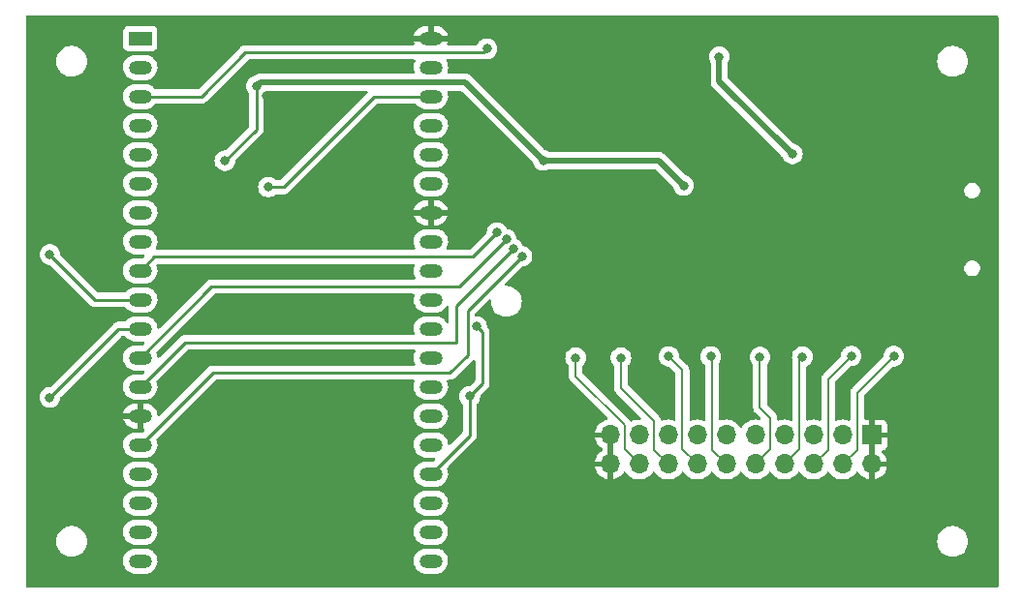
<source format=gbr>
%TF.GenerationSoftware,KiCad,Pcbnew,(7.0.0)*%
%TF.CreationDate,2023-04-27T20:35:20+01:00*%
%TF.ProjectId,ADS131M08 ESP32,41445331-3331-44d3-9038-204553503332,rev?*%
%TF.SameCoordinates,Original*%
%TF.FileFunction,Copper,L2,Bot*%
%TF.FilePolarity,Positive*%
%FSLAX46Y46*%
G04 Gerber Fmt 4.6, Leading zero omitted, Abs format (unit mm)*
G04 Created by KiCad (PCBNEW (7.0.0)) date 2023-04-27 20:35:20*
%MOMM*%
%LPD*%
G01*
G04 APERTURE LIST*
%TA.AperFunction,ComponentPad*%
%ADD10R,1.700000X1.700000*%
%TD*%
%TA.AperFunction,ComponentPad*%
%ADD11O,1.700000X1.700000*%
%TD*%
%TA.AperFunction,ComponentPad*%
%ADD12R,2.000000X1.200000*%
%TD*%
%TA.AperFunction,ComponentPad*%
%ADD13O,2.000000X1.200000*%
%TD*%
%TA.AperFunction,ViaPad*%
%ADD14C,0.800000*%
%TD*%
%TA.AperFunction,Conductor*%
%ADD15C,0.250000*%
%TD*%
%TA.AperFunction,Conductor*%
%ADD16C,0.500000*%
%TD*%
%TA.AperFunction,Conductor*%
%ADD17C,0.200000*%
%TD*%
G04 APERTURE END LIST*
D10*
%TO.P,J2,1,Pin_1*%
%TO.N,GND*%
X188924999Y-86689999D03*
D11*
%TO.P,J2,2,Pin_2*%
X188924999Y-89229999D03*
%TO.P,J2,3,Pin_3*%
%TO.N,/ADS131M08_Input/IN7P*%
X186384999Y-86689999D03*
%TO.P,J2,4,Pin_4*%
%TO.N,/ADS131M08_Input/IN7N*%
X186384999Y-89229999D03*
%TO.P,J2,5,Pin_5*%
%TO.N,/ADS131M08_Input/IN6P*%
X183844999Y-86689999D03*
%TO.P,J2,6,Pin_6*%
%TO.N,/ADS131M08_Input/IN6N*%
X183844999Y-89229999D03*
%TO.P,J2,7,Pin_7*%
%TO.N,/ADS131M08_Input/IN5P*%
X181304999Y-86689999D03*
%TO.P,J2,8,Pin_8*%
%TO.N,/ADS131M08_Input/IN5N*%
X181304999Y-89229999D03*
%TO.P,J2,9,Pin_9*%
%TO.N,/ADS131M08_Input/IN4P*%
X178764999Y-86689999D03*
%TO.P,J2,10,Pin_10*%
%TO.N,/ADS131M08_Input/IN4N*%
X178764999Y-89229999D03*
%TO.P,J2,11,Pin_11*%
%TO.N,/ADS131M08_Input/IN3P*%
X176224999Y-86689999D03*
%TO.P,J2,12,Pin_12*%
%TO.N,/ADS131M08_Input/IN3N*%
X176224999Y-89229999D03*
%TO.P,J2,13,Pin_13*%
%TO.N,/ADS131M08_Input/IN2P*%
X173684999Y-86689999D03*
%TO.P,J2,14,Pin_14*%
%TO.N,/ADS131M08_Input/IN2N*%
X173684999Y-89229999D03*
%TO.P,J2,15,Pin_15*%
%TO.N,/ADS131M08_Input/IN1P*%
X171144999Y-86689999D03*
%TO.P,J2,16,Pin_16*%
%TO.N,/ADS131M08_Input/IN1N*%
X171144999Y-89229999D03*
%TO.P,J2,17,Pin_17*%
%TO.N,/ADS131M08_Input/IN0P*%
X168604999Y-86689999D03*
%TO.P,J2,18,Pin_18*%
%TO.N,/ADS131M08_Input/IN0N*%
X168604999Y-89229999D03*
%TO.P,J2,19,Pin_19*%
%TO.N,GND*%
X166064999Y-86689999D03*
%TO.P,J2,20,Pin_20*%
X166064999Y-89229999D03*
%TD*%
D12*
%TO.P,U2,1,3V3*%
%TO.N,+3.3V*%
X124999999Y-51999999D03*
D13*
%TO.P,U2,2,CHIP_PU*%
%TO.N,unconnected-(U2-CHIP_PU-Pad2)*%
X124999999Y-54539999D03*
%TO.P,U2,3,SENSOR_VP/GPIO36/ADC1_CH0*%
%TO.N,Net-(U2-SENSOR_VP{slash}GPIO36{slash}ADC1_CH0)*%
X124999999Y-57079999D03*
%TO.P,U2,4,SENSOR_VN/GPIO39/ADC1_CH3*%
%TO.N,unconnected-(U2-SENSOR_VN{slash}GPIO39{slash}ADC1_CH3-Pad4)*%
X124999999Y-59619999D03*
%TO.P,U2,5,VDET_1/GPIO34/ADC1_CH6*%
%TO.N,unconnected-(U2-VDET_1{slash}GPIO34{slash}ADC1_CH6-Pad5)*%
X124999999Y-62159999D03*
%TO.P,U2,6,VDET_2/GPIO35/ADC1_CH7*%
%TO.N,unconnected-(U2-VDET_2{slash}GPIO35{slash}ADC1_CH7-Pad6)*%
X124999999Y-64699999D03*
%TO.P,U2,7,32K_XP/GPIO32/ADC1_CH4*%
%TO.N,unconnected-(U2-32K_XP{slash}GPIO32{slash}ADC1_CH4-Pad7)*%
X124999999Y-67239999D03*
%TO.P,U2,8,32K_XN/GPIO33/ADC1_CH5*%
%TO.N,unconnected-(U2-32K_XN{slash}GPIO33{slash}ADC1_CH5-Pad8)*%
X124999999Y-69779999D03*
%TO.P,U2,9,DAC_1/ADC2_CH8/GPIO25*%
%TO.N,/{slash}DRDY*%
X124999999Y-72319999D03*
%TO.P,U2,10,DAC_2/ADC2_CH9/GPIO26*%
%TO.N,/SW1*%
X124999999Y-74859999D03*
%TO.P,U2,11,ADC2_CH7/GPIO27*%
%TO.N,/SW2*%
X124999999Y-77399999D03*
%TO.P,U2,12,MTMS/GPIO14/ADC2_CH6*%
%TO.N,/SCLK*%
X124999999Y-79939999D03*
%TO.P,U2,13,\u002AMTDI/GPIO12/ADC2_CH5*%
%TO.N,/DOUT*%
X124999999Y-82479999D03*
%TO.P,U2,14,GND*%
%TO.N,GND*%
X124999999Y-85019999D03*
%TO.P,U2,15,MTCK/GPIO13/ADC2_CH4*%
%TO.N,/DIN*%
X124999999Y-87559999D03*
%TO.P,U2,16,SD_DATA2/GPIO9*%
%TO.N,unconnected-(U2-SD_DATA2{slash}GPIO9-Pad16)*%
X124999999Y-90099999D03*
%TO.P,U2,17,SD_DATA3/GPIO10*%
%TO.N,unconnected-(U2-SD_DATA3{slash}GPIO10-Pad17)*%
X124999999Y-92639999D03*
%TO.P,U2,18,CMD*%
%TO.N,unconnected-(U2-CMD-Pad18)*%
X124999999Y-95179999D03*
%TO.P,U2,19,5V*%
%TO.N,+5V*%
X124999999Y-97719999D03*
%TO.P,U2,20,SD_CLK/GPIO6*%
%TO.N,unconnected-(U2-SD_CLK{slash}GPIO6-Pad20)*%
X150396319Y-97717279D03*
%TO.P,U2,21,SD_DATA0/GPIO7*%
%TO.N,unconnected-(U2-SD_DATA0{slash}GPIO7-Pad21)*%
X150396319Y-95177279D03*
%TO.P,U2,22,SD_DATA1/GPIO8*%
%TO.N,unconnected-(U2-SD_DATA1{slash}GPIO8-Pad22)*%
X150399999Y-92639999D03*
%TO.P,U2,23,\u002AMTDO/GPIO15/ADC2_CH3*%
%TO.N,/{slash}CS*%
X150399999Y-90099999D03*
%TO.P,U2,24,ADC2_CH2/\u002AGPIO2*%
%TO.N,unconnected-(U2-ADC2_CH2{slash}\u002AGPIO2-Pad24)*%
X150399999Y-87559999D03*
%TO.P,U2,25,\u002AGPIO0/BOOT/ADC2_CH1*%
%TO.N,unconnected-(U2-\u002AGPIO0{slash}BOOT{slash}ADC2_CH1-Pad25)*%
X150399999Y-85019999D03*
%TO.P,U2,26,ADC2_CH0/GPIO4*%
%TO.N,unconnected-(U2-ADC2_CH0{slash}GPIO4-Pad26)*%
X150399999Y-82479999D03*
%TO.P,U2,27,GPIO16*%
%TO.N,unconnected-(U2-GPIO16-Pad27)*%
X150399999Y-79939999D03*
%TO.P,U2,28,GPIO17*%
%TO.N,/{slash}RESET*%
X150399999Y-77399999D03*
%TO.P,U2,29,\u002AGPIO5*%
%TO.N,unconnected-(U2-\u002AGPIO5-Pad29)*%
X150399999Y-74859999D03*
%TO.P,U2,30,GPIO18*%
%TO.N,/LED2*%
X150399999Y-72319999D03*
%TO.P,U2,31,GPIO19*%
%TO.N,/LED1*%
X150399999Y-69779999D03*
%TO.P,U2,32,GND*%
%TO.N,GND*%
X150399999Y-67239999D03*
%TO.P,U2,33,GPIO21*%
%TO.N,/SDA*%
X150399999Y-64699999D03*
%TO.P,U2,34,U0RXD/GPIO3*%
%TO.N,unconnected-(U2-U0RXD{slash}GPIO3-Pad34)*%
X150399999Y-62159999D03*
%TO.P,U2,35,U0TXD/GPIO1*%
%TO.N,unconnected-(U2-U0TXD{slash}GPIO1-Pad35)*%
X150399999Y-59619999D03*
%TO.P,U2,36,GPIO22*%
%TO.N,/SCL*%
X150399999Y-57079999D03*
%TO.P,U2,37,GPIO23*%
%TO.N,unconnected-(U2-GPIO23-Pad37)*%
X150399999Y-54539999D03*
%TO.P,U2,38,GND*%
%TO.N,GND*%
X150399999Y-51999999D03*
%TD*%
D14*
%TO.N,+3.3V*%
X172480000Y-64860000D03*
X135145000Y-56155000D03*
X132400000Y-62700000D03*
X160200000Y-62660000D03*
%TO.N,GND*%
X129100000Y-59600000D03*
X171510000Y-61220000D03*
X134600000Y-84100000D03*
X195400000Y-88300000D03*
X154540000Y-59410000D03*
X152975500Y-69500000D03*
X188980000Y-78980000D03*
X134600000Y-76200000D03*
X145800000Y-76200000D03*
X173060000Y-79050000D03*
X131900000Y-96900000D03*
X156710000Y-78130000D03*
X184700000Y-61100000D03*
X169040000Y-64550000D03*
X190800000Y-54900000D03*
X176860000Y-65790000D03*
X183340000Y-65080000D03*
X135900000Y-63000000D03*
X153120000Y-81960000D03*
X136000000Y-57000000D03*
X181060000Y-79040000D03*
X156430000Y-84690000D03*
X165000000Y-79000000D03*
X138300000Y-59000000D03*
%TO.N,+3.3VA*%
X175600000Y-53600000D03*
X182000000Y-62100000D03*
%TO.N,/ADS131M08_Input/IN0N*%
X163050000Y-79920000D03*
%TO.N,/ADS131M08_Input/IN1N*%
X167010000Y-79920000D03*
%TO.N,/ADS131M08_Input/IN2N*%
X171190000Y-79810000D03*
%TO.N,/ADS131M08_Input/IN3N*%
X174860000Y-79820000D03*
%TO.N,/ADS131M08_Input/IN4N*%
X179160000Y-79860000D03*
%TO.N,/ADS131M08_Input/IN5N*%
X182860000Y-79840000D03*
%TO.N,/ADS131M08_Input/IN6N*%
X187140000Y-79770000D03*
%TO.N,/ADS131M08_Input/IN7N*%
X190850000Y-79800000D03*
%TO.N,/SCL*%
X136200000Y-65000000D03*
%TO.N,Net-(U2-SENSOR_VP{slash}GPIO36{slash}ADC1_CH0)*%
X155300000Y-52900000D03*
%TO.N,/{slash}CS*%
X154400000Y-77200000D03*
X153800000Y-83300000D03*
%TO.N,/{slash}DRDY*%
X156185110Y-68989429D03*
%TO.N,/SW1*%
X117100000Y-70900000D03*
%TO.N,/SW2*%
X117100000Y-83400000D03*
%TO.N,/SCLK*%
X157000123Y-69568013D03*
%TO.N,/DOUT*%
X157575500Y-70385294D03*
%TO.N,/DIN*%
X158359701Y-71044588D03*
%TD*%
D15*
%TO.N,+3.3V*%
X135145000Y-56155000D02*
X135145000Y-59955000D01*
D16*
X160200000Y-62660000D02*
X153360000Y-55820000D01*
X135480000Y-55820000D02*
X135145000Y-56155000D01*
X160200000Y-62660000D02*
X170280000Y-62660000D01*
X153360000Y-55820000D02*
X135480000Y-55820000D01*
X170280000Y-62660000D02*
X172480000Y-64860000D01*
D15*
X135145000Y-59955000D02*
X132400000Y-62700000D01*
%TO.N,GND*%
X136300000Y-57000000D02*
X138300000Y-59000000D01*
X135900000Y-63000000D02*
X135900000Y-61300000D01*
X136000000Y-57000000D02*
X136300000Y-57000000D01*
X135900000Y-61300000D02*
X138200000Y-59000000D01*
X138200000Y-59000000D02*
X138300000Y-59000000D01*
D16*
X185000000Y-65400000D02*
X184900000Y-65500000D01*
%TO.N,+3.3VA*%
X175600000Y-53600000D02*
X175600000Y-55740000D01*
X175600000Y-55740000D02*
X181960000Y-62100000D01*
X181960000Y-62100000D02*
X182000000Y-62100000D01*
D17*
%TO.N,/ADS131M08_Input/IN0N*%
X167330000Y-87955000D02*
X168605000Y-89230000D01*
X163050000Y-79920000D02*
X163050000Y-81530000D01*
X167330000Y-85810000D02*
X167330000Y-87955000D01*
X163050000Y-81530000D02*
X167330000Y-85810000D01*
%TO.N,/ADS131M08_Input/IN1N*%
X167010000Y-82550000D02*
X169900000Y-85440000D01*
X169900000Y-87985000D02*
X171145000Y-89230000D01*
X167010000Y-79920000D02*
X167010000Y-82550000D01*
X169900000Y-85440000D02*
X169900000Y-87985000D01*
%TO.N,/ADS131M08_Input/IN2N*%
X172390000Y-87935000D02*
X173685000Y-89230000D01*
X172390000Y-81010000D02*
X172390000Y-87935000D01*
X171190000Y-79810000D02*
X172390000Y-81010000D01*
%TO.N,/ADS131M08_Input/IN3N*%
X175000000Y-79960000D02*
X175000000Y-88005000D01*
X174860000Y-79820000D02*
X175000000Y-79960000D01*
X175000000Y-88005000D02*
X176225000Y-89230000D01*
%TO.N,/ADS131M08_Input/IN4N*%
X180070000Y-85190000D02*
X180070000Y-87925000D01*
X179160000Y-79860000D02*
X179160000Y-84280000D01*
X179160000Y-84280000D02*
X180070000Y-85190000D01*
X180070000Y-87925000D02*
X178765000Y-89230000D01*
%TO.N,/ADS131M08_Input/IN5N*%
X182600000Y-80100000D02*
X182600000Y-87935000D01*
X182860000Y-79840000D02*
X182600000Y-80100000D01*
X182600000Y-87935000D02*
X181305000Y-89230000D01*
%TO.N,/ADS131M08_Input/IN6N*%
X185110000Y-81800000D02*
X185110000Y-87965000D01*
X185110000Y-87965000D02*
X183845000Y-89230000D01*
X187140000Y-79770000D02*
X185110000Y-81800000D01*
%TO.N,/ADS131M08_Input/IN7N*%
X187652500Y-82997500D02*
X187652500Y-87962500D01*
X190850000Y-79800000D02*
X187652500Y-82997500D01*
X187652500Y-87962500D02*
X186385000Y-89230000D01*
D15*
%TO.N,/SCL*%
X136200000Y-65000000D02*
X137520000Y-65000000D01*
X145440000Y-57080000D02*
X150400000Y-57080000D01*
X137520000Y-65000000D02*
X145440000Y-57080000D01*
%TO.N,Net-(U2-SENSOR_VP{slash}GPIO36{slash}ADC1_CH0)*%
X130320000Y-57080000D02*
X125000000Y-57080000D01*
X134200000Y-53200000D02*
X130320000Y-57080000D01*
X155300000Y-52900000D02*
X155000000Y-53200000D01*
X155000000Y-53200000D02*
X134200000Y-53200000D01*
%TO.N,/{slash}CS*%
X154900000Y-82200000D02*
X154900000Y-77700000D01*
X153800000Y-83300000D02*
X153800000Y-86700000D01*
X154900000Y-77700000D02*
X154400000Y-77200000D01*
X153800000Y-83300000D02*
X154900000Y-82200000D01*
X153800000Y-86700000D02*
X150400000Y-90100000D01*
%TO.N,/{slash}DRDY*%
X125000000Y-72320000D02*
X126220000Y-71100000D01*
X126220000Y-71100000D02*
X154074539Y-71100000D01*
X154074539Y-71100000D02*
X156185110Y-68989429D01*
%TO.N,/SW1*%
X121060000Y-74860000D02*
X125000000Y-74860000D01*
X117100000Y-70900000D02*
X121060000Y-74860000D01*
%TO.N,/SW2*%
X123100000Y-77400000D02*
X125000000Y-77400000D01*
X117100000Y-83400000D02*
X123100000Y-77400000D01*
%TO.N,/SCLK*%
X152868136Y-73700000D02*
X157000123Y-69568013D01*
X131240000Y-73700000D02*
X152868136Y-73700000D01*
X125000000Y-79940000D02*
X131240000Y-73700000D01*
%TO.N,/DOUT*%
X157575500Y-70418271D02*
X157575500Y-70385294D01*
X125000000Y-82480000D02*
X128900000Y-78580000D01*
X152600000Y-75393771D02*
X157575500Y-70418271D01*
X128900000Y-78580000D02*
X152600000Y-78580000D01*
X152600000Y-78580000D02*
X152600000Y-75393771D01*
%TO.N,/DIN*%
X125000000Y-87560000D02*
X131330000Y-81230000D01*
X131330000Y-81230000D02*
X152070000Y-81230000D01*
X152070000Y-81230000D02*
X153600000Y-79700000D01*
X153600000Y-79700000D02*
X153600000Y-75804289D01*
X153600000Y-75804289D02*
X158359701Y-71044588D01*
%TD*%
%TA.AperFunction,Conductor*%
%TO.N,GND*%
G36*
X148903129Y-74339284D02*
G01*
X148947316Y-74377573D01*
X148969047Y-74431853D01*
X148963489Y-74490055D01*
X148952440Y-74521978D01*
X148927586Y-74593788D01*
X148927583Y-74593796D01*
X148925656Y-74599367D01*
X148924816Y-74605203D01*
X148924815Y-74605211D01*
X148896585Y-74801558D01*
X148896584Y-74801564D01*
X148895746Y-74807398D01*
X148896026Y-74813282D01*
X148896026Y-74813289D01*
X148904920Y-75000000D01*
X148905746Y-75017330D01*
X148907135Y-75023058D01*
X148907137Y-75023067D01*
X148930807Y-75120633D01*
X148955296Y-75221576D01*
X148969860Y-75253466D01*
X149035818Y-75397895D01*
X149042604Y-75412753D01*
X149046031Y-75417566D01*
X149046032Y-75417567D01*
X149105626Y-75501256D01*
X149164514Y-75583952D01*
X149316622Y-75728986D01*
X149493428Y-75842613D01*
X149498911Y-75844808D01*
X149498913Y-75844809D01*
X149683060Y-75918530D01*
X149688543Y-75920725D01*
X149894915Y-75960500D01*
X150849471Y-75960500D01*
X150852425Y-75960500D01*
X151009218Y-75945528D01*
X151210875Y-75886316D01*
X151397682Y-75790011D01*
X151562886Y-75660092D01*
X151700519Y-75501256D01*
X151743113Y-75427480D01*
X151788500Y-75382094D01*
X151850500Y-75365481D01*
X151912500Y-75382094D01*
X151957887Y-75427481D01*
X151974500Y-75489481D01*
X151974500Y-76764222D01*
X151959048Y-76824166D01*
X151916543Y-76869171D01*
X151857579Y-76888020D01*
X151796850Y-76876015D01*
X151749494Y-76836151D01*
X151635486Y-76676048D01*
X151483378Y-76531014D01*
X151384210Y-76467282D01*
X151311544Y-76420582D01*
X151311541Y-76420580D01*
X151306572Y-76417387D01*
X151301092Y-76415193D01*
X151301086Y-76415190D01*
X151116939Y-76341469D01*
X151116932Y-76341467D01*
X151111457Y-76339275D01*
X151105662Y-76338158D01*
X151105655Y-76338156D01*
X150910882Y-76300617D01*
X150910879Y-76300616D01*
X150905085Y-76299500D01*
X149947575Y-76299500D01*
X149944646Y-76299779D01*
X149944639Y-76299780D01*
X149796662Y-76313910D01*
X149796656Y-76313911D01*
X149790782Y-76314472D01*
X149785112Y-76316136D01*
X149785111Y-76316137D01*
X149594787Y-76372021D01*
X149594782Y-76372022D01*
X149589125Y-76373684D01*
X149583884Y-76376385D01*
X149583881Y-76376387D01*
X149407568Y-76467282D01*
X149407564Y-76467284D01*
X149402318Y-76469989D01*
X149397676Y-76473638D01*
X149397672Y-76473642D01*
X149241759Y-76596254D01*
X149241752Y-76596260D01*
X149237114Y-76599908D01*
X149233250Y-76604367D01*
X149233245Y-76604372D01*
X149122912Y-76731703D01*
X149099481Y-76758744D01*
X149096530Y-76763854D01*
X149096528Y-76763858D01*
X148997352Y-76935635D01*
X148997349Y-76935640D01*
X148994396Y-76940756D01*
X148992465Y-76946335D01*
X148992461Y-76946344D01*
X148927587Y-77133785D01*
X148927584Y-77133794D01*
X148925656Y-77139367D01*
X148924816Y-77145203D01*
X148924815Y-77145211D01*
X148896585Y-77341558D01*
X148896584Y-77341564D01*
X148895746Y-77347398D01*
X148896026Y-77353282D01*
X148896026Y-77353289D01*
X148902880Y-77497162D01*
X148905746Y-77557330D01*
X148907135Y-77563058D01*
X148907137Y-77563067D01*
X148952861Y-77751538D01*
X148955296Y-77761576D01*
X148963248Y-77778989D01*
X148974138Y-77839345D01*
X148954770Y-77897539D01*
X148909881Y-77939332D01*
X148850454Y-77954500D01*
X128977775Y-77954500D01*
X128966719Y-77953978D01*
X128959333Y-77952327D01*
X128951545Y-77952571D01*
X128951538Y-77952571D01*
X128892127Y-77954439D01*
X128888232Y-77954500D01*
X128860650Y-77954500D01*
X128856805Y-77954985D01*
X128856780Y-77954987D01*
X128856653Y-77955004D01*
X128845034Y-77955918D01*
X128809172Y-77957045D01*
X128809165Y-77957046D01*
X128801373Y-77957291D01*
X128793888Y-77959465D01*
X128793872Y-77959468D01*
X128782126Y-77962881D01*
X128763083Y-77966825D01*
X128750949Y-77968358D01*
X128750948Y-77968358D01*
X128743208Y-77969336D01*
X128735958Y-77972205D01*
X128735951Y-77972208D01*
X128702598Y-77985413D01*
X128691554Y-77989194D01*
X128657101Y-77999204D01*
X128657090Y-77999208D01*
X128649610Y-78001382D01*
X128642898Y-78005351D01*
X128642896Y-78005352D01*
X128632364Y-78011580D01*
X128614904Y-78020134D01*
X128603519Y-78024642D01*
X128603513Y-78024644D01*
X128596268Y-78027514D01*
X128589963Y-78032094D01*
X128589955Y-78032099D01*
X128560932Y-78053185D01*
X128551174Y-78059595D01*
X128520296Y-78077857D01*
X128520290Y-78077861D01*
X128513580Y-78081830D01*
X128508067Y-78087341D01*
X128508060Y-78087348D01*
X128499410Y-78095998D01*
X128484627Y-78108624D01*
X128474726Y-78115817D01*
X128474716Y-78115826D01*
X128468413Y-78120406D01*
X128463444Y-78126411D01*
X128463441Y-78126415D01*
X128440572Y-78154059D01*
X128432711Y-78162697D01*
X126706939Y-79888469D01*
X126658697Y-79918349D01*
X126602195Y-79923608D01*
X126549267Y-79903146D01*
X126510996Y-79861248D01*
X126495398Y-79806688D01*
X126495248Y-79803540D01*
X126494254Y-79782670D01*
X126444704Y-79578424D01*
X126442249Y-79573048D01*
X126418225Y-79520442D01*
X126407054Y-79471882D01*
X126415901Y-79422845D01*
X126443336Y-79381252D01*
X131462770Y-74361819D01*
X131502999Y-74334939D01*
X131550452Y-74325500D01*
X148846309Y-74325500D01*
X148903129Y-74339284D01*
G37*
%TD.AperFunction*%
%TA.AperFunction,Conductor*%
G36*
X199937500Y-50017113D02*
G01*
X199982887Y-50062500D01*
X199999500Y-50124500D01*
X199999500Y-99875500D01*
X199982887Y-99937500D01*
X199937500Y-99982887D01*
X199875500Y-99999500D01*
X115124500Y-99999500D01*
X115062500Y-99982887D01*
X115017113Y-99937500D01*
X115000500Y-99875500D01*
X115000500Y-97667398D01*
X123495746Y-97667398D01*
X123496026Y-97673282D01*
X123496026Y-97673289D01*
X123500757Y-97772602D01*
X123505746Y-97877330D01*
X123507135Y-97883058D01*
X123507137Y-97883067D01*
X123528729Y-97972068D01*
X123555296Y-98081576D01*
X123642604Y-98272753D01*
X123646031Y-98277566D01*
X123646032Y-98277567D01*
X123705626Y-98361256D01*
X123764514Y-98443952D01*
X123768791Y-98448030D01*
X123909495Y-98582191D01*
X123916622Y-98588986D01*
X124093428Y-98702613D01*
X124098911Y-98704808D01*
X124098913Y-98704809D01*
X124276266Y-98775810D01*
X124288543Y-98780725D01*
X124494915Y-98820500D01*
X125449471Y-98820500D01*
X125452425Y-98820500D01*
X125609218Y-98805528D01*
X125810875Y-98746316D01*
X125997682Y-98650011D01*
X126162886Y-98520092D01*
X126300519Y-98361256D01*
X126405604Y-98179244D01*
X126474344Y-97980633D01*
X126504254Y-97772602D01*
X126499113Y-97664678D01*
X148892066Y-97664678D01*
X148892346Y-97670562D01*
X148892346Y-97670569D01*
X148896926Y-97766710D01*
X148902066Y-97874610D01*
X148903455Y-97880338D01*
X148903457Y-97880347D01*
X148925709Y-97972068D01*
X148951616Y-98078856D01*
X149038924Y-98270033D01*
X149042351Y-98274846D01*
X149042352Y-98274847D01*
X149101946Y-98358536D01*
X149160834Y-98441232D01*
X149165111Y-98445310D01*
X149247371Y-98523745D01*
X149312942Y-98586266D01*
X149489748Y-98699893D01*
X149495231Y-98702088D01*
X149495233Y-98702089D01*
X149605707Y-98746316D01*
X149684863Y-98778005D01*
X149891235Y-98817780D01*
X150845791Y-98817780D01*
X150848745Y-98817780D01*
X151005538Y-98802808D01*
X151207195Y-98743596D01*
X151394002Y-98647291D01*
X151559206Y-98517372D01*
X151696839Y-98358536D01*
X151801924Y-98176524D01*
X151870664Y-97977913D01*
X151900574Y-97769882D01*
X151890574Y-97559950D01*
X151841024Y-97355704D01*
X151753716Y-97164527D01*
X151631806Y-96993328D01*
X151499280Y-96866965D01*
X151483971Y-96852368D01*
X151483969Y-96852366D01*
X151479698Y-96848294D01*
X151312096Y-96740582D01*
X151307864Y-96737862D01*
X151307861Y-96737860D01*
X151302892Y-96734667D01*
X151297412Y-96732473D01*
X151297406Y-96732470D01*
X151113259Y-96658749D01*
X151113252Y-96658747D01*
X151107777Y-96656555D01*
X151101982Y-96655438D01*
X151101975Y-96655436D01*
X150907202Y-96617897D01*
X150907199Y-96617896D01*
X150901405Y-96616780D01*
X149943895Y-96616780D01*
X149940966Y-96617059D01*
X149940959Y-96617060D01*
X149792982Y-96631190D01*
X149792976Y-96631191D01*
X149787102Y-96631752D01*
X149781432Y-96633416D01*
X149781431Y-96633417D01*
X149591107Y-96689301D01*
X149591102Y-96689302D01*
X149585445Y-96690964D01*
X149580204Y-96693665D01*
X149580201Y-96693667D01*
X149403888Y-96784562D01*
X149403884Y-96784564D01*
X149398638Y-96787269D01*
X149393996Y-96790918D01*
X149393992Y-96790922D01*
X149238079Y-96913534D01*
X149238072Y-96913540D01*
X149233434Y-96917188D01*
X149229570Y-96921647D01*
X149229565Y-96921652D01*
X149099667Y-97071562D01*
X149095801Y-97076024D01*
X149092850Y-97081134D01*
X149092848Y-97081138D01*
X148993672Y-97252915D01*
X148993669Y-97252920D01*
X148990716Y-97258036D01*
X148988785Y-97263615D01*
X148988781Y-97263624D01*
X148923907Y-97451065D01*
X148923904Y-97451074D01*
X148921976Y-97456647D01*
X148921136Y-97462483D01*
X148921135Y-97462491D01*
X148892905Y-97658838D01*
X148892904Y-97658844D01*
X148892066Y-97664678D01*
X126499113Y-97664678D01*
X126494254Y-97562670D01*
X126444704Y-97358424D01*
X126357396Y-97167247D01*
X126235486Y-96996048D01*
X126151800Y-96916254D01*
X126087651Y-96855088D01*
X126087649Y-96855086D01*
X126083378Y-96851014D01*
X125979977Y-96784562D01*
X125911544Y-96740582D01*
X125911541Y-96740580D01*
X125906572Y-96737387D01*
X125901092Y-96735193D01*
X125901086Y-96735190D01*
X125716939Y-96661469D01*
X125716932Y-96661467D01*
X125711457Y-96659275D01*
X125705662Y-96658158D01*
X125705655Y-96658156D01*
X125510882Y-96620617D01*
X125510879Y-96620616D01*
X125505085Y-96619500D01*
X124547575Y-96619500D01*
X124544646Y-96619779D01*
X124544639Y-96619780D01*
X124396662Y-96633910D01*
X124396656Y-96633911D01*
X124390782Y-96634472D01*
X124385112Y-96636136D01*
X124385111Y-96636137D01*
X124194787Y-96692021D01*
X124194782Y-96692022D01*
X124189125Y-96693684D01*
X124183884Y-96696385D01*
X124183881Y-96696387D01*
X124007568Y-96787282D01*
X124007564Y-96787284D01*
X124002318Y-96789989D01*
X123997676Y-96793638D01*
X123997672Y-96793642D01*
X123841759Y-96916254D01*
X123841752Y-96916260D01*
X123837114Y-96919908D01*
X123833250Y-96924367D01*
X123833245Y-96924372D01*
X123705704Y-97071562D01*
X123699481Y-97078744D01*
X123696530Y-97083854D01*
X123696528Y-97083858D01*
X123597352Y-97255635D01*
X123597349Y-97255640D01*
X123594396Y-97260756D01*
X123592465Y-97266335D01*
X123592461Y-97266344D01*
X123527587Y-97453785D01*
X123527584Y-97453794D01*
X123525656Y-97459367D01*
X123524816Y-97465203D01*
X123524815Y-97465211D01*
X123496585Y-97661558D01*
X123496584Y-97661564D01*
X123495746Y-97667398D01*
X115000500Y-97667398D01*
X115000500Y-96000000D01*
X117644341Y-96000000D01*
X117644813Y-96005395D01*
X117662391Y-96206316D01*
X117664937Y-96235408D01*
X117666336Y-96240630D01*
X117666337Y-96240634D01*
X117724694Y-96458430D01*
X117724697Y-96458438D01*
X117726097Y-96463663D01*
X117825965Y-96677829D01*
X117961505Y-96871401D01*
X118128599Y-97038495D01*
X118322171Y-97174035D01*
X118536337Y-97273903D01*
X118764592Y-97335063D01*
X118941034Y-97350500D01*
X119056258Y-97350500D01*
X119058966Y-97350500D01*
X119235408Y-97335063D01*
X119463663Y-97273903D01*
X119677829Y-97174035D01*
X119871401Y-97038495D01*
X120038495Y-96871401D01*
X120174035Y-96677830D01*
X120273903Y-96463663D01*
X120335063Y-96235408D01*
X120355659Y-96000000D01*
X120335063Y-95764592D01*
X120273903Y-95536337D01*
X120174035Y-95322171D01*
X120038495Y-95128599D01*
X120037294Y-95127398D01*
X123495746Y-95127398D01*
X123496026Y-95133282D01*
X123496026Y-95133289D01*
X123500757Y-95232602D01*
X123505746Y-95337330D01*
X123507135Y-95343058D01*
X123507137Y-95343067D01*
X123528729Y-95432068D01*
X123555296Y-95541576D01*
X123642604Y-95732753D01*
X123646031Y-95737566D01*
X123646032Y-95737567D01*
X123705626Y-95821256D01*
X123764514Y-95903952D01*
X123768791Y-95908030D01*
X123909495Y-96042191D01*
X123916622Y-96048986D01*
X124093428Y-96162613D01*
X124098911Y-96164808D01*
X124098913Y-96164809D01*
X124275262Y-96235408D01*
X124288543Y-96240725D01*
X124494915Y-96280500D01*
X125449471Y-96280500D01*
X125452425Y-96280500D01*
X125609218Y-96265528D01*
X125810875Y-96206316D01*
X125997682Y-96110011D01*
X126162886Y-95980092D01*
X126300519Y-95821256D01*
X126405604Y-95639244D01*
X126474344Y-95440633D01*
X126504254Y-95232602D01*
X126499113Y-95124678D01*
X148892066Y-95124678D01*
X148892346Y-95130562D01*
X148892346Y-95130569D01*
X148896926Y-95226710D01*
X148902066Y-95334610D01*
X148903455Y-95340338D01*
X148903457Y-95340347D01*
X148925709Y-95432068D01*
X148951616Y-95538856D01*
X149038924Y-95730033D01*
X149042351Y-95734846D01*
X149042352Y-95734847D01*
X149101946Y-95818536D01*
X149160834Y-95901232D01*
X149165111Y-95905310D01*
X149270077Y-96005395D01*
X149312942Y-96046266D01*
X149489748Y-96159893D01*
X149495231Y-96162088D01*
X149495233Y-96162089D01*
X149605707Y-96206316D01*
X149684863Y-96238005D01*
X149891235Y-96277780D01*
X150845791Y-96277780D01*
X150848745Y-96277780D01*
X151005538Y-96262808D01*
X151207195Y-96203596D01*
X151394002Y-96107291D01*
X151530432Y-96000000D01*
X194644341Y-96000000D01*
X194644813Y-96005395D01*
X194662391Y-96206316D01*
X194664937Y-96235408D01*
X194666336Y-96240630D01*
X194666337Y-96240634D01*
X194724694Y-96458430D01*
X194724697Y-96458438D01*
X194726097Y-96463663D01*
X194825965Y-96677829D01*
X194961505Y-96871401D01*
X195128599Y-97038495D01*
X195322171Y-97174035D01*
X195536337Y-97273903D01*
X195764592Y-97335063D01*
X195941034Y-97350500D01*
X196056258Y-97350500D01*
X196058966Y-97350500D01*
X196235408Y-97335063D01*
X196463663Y-97273903D01*
X196677829Y-97174035D01*
X196871401Y-97038495D01*
X197038495Y-96871401D01*
X197174035Y-96677830D01*
X197273903Y-96463663D01*
X197335063Y-96235408D01*
X197355659Y-96000000D01*
X197335063Y-95764592D01*
X197273903Y-95536337D01*
X197174035Y-95322171D01*
X197038495Y-95128599D01*
X196871401Y-94961505D01*
X196677829Y-94825965D01*
X196463663Y-94726097D01*
X196458438Y-94724697D01*
X196458430Y-94724694D01*
X196240634Y-94666337D01*
X196240630Y-94666336D01*
X196235408Y-94664937D01*
X196230020Y-94664465D01*
X196230017Y-94664465D01*
X196061664Y-94649736D01*
X196061662Y-94649735D01*
X196058966Y-94649500D01*
X195941034Y-94649500D01*
X195938338Y-94649735D01*
X195938335Y-94649736D01*
X195769982Y-94664465D01*
X195769977Y-94664465D01*
X195764592Y-94664937D01*
X195759371Y-94666335D01*
X195759365Y-94666337D01*
X195541569Y-94724694D01*
X195541557Y-94724698D01*
X195536337Y-94726097D01*
X195531432Y-94728383D01*
X195531427Y-94728386D01*
X195327081Y-94823675D01*
X195327077Y-94823677D01*
X195322171Y-94825965D01*
X195317738Y-94829068D01*
X195317731Y-94829073D01*
X195133034Y-94958399D01*
X195133029Y-94958402D01*
X195128599Y-94961505D01*
X195124775Y-94965328D01*
X195124769Y-94965334D01*
X194965336Y-95124767D01*
X194965330Y-95124773D01*
X194961505Y-95128599D01*
X194958406Y-95133023D01*
X194958399Y-95133033D01*
X194829066Y-95317740D01*
X194829061Y-95317747D01*
X194825965Y-95322170D01*
X194823683Y-95327061D01*
X194823678Y-95327072D01*
X194728386Y-95531427D01*
X194728383Y-95531432D01*
X194726097Y-95536337D01*
X194724698Y-95541557D01*
X194724694Y-95541569D01*
X194666337Y-95759365D01*
X194666335Y-95759371D01*
X194664937Y-95764592D01*
X194664465Y-95769977D01*
X194664465Y-95769982D01*
X194646711Y-95972907D01*
X194644341Y-96000000D01*
X151530432Y-96000000D01*
X151559206Y-95977372D01*
X151696839Y-95818536D01*
X151801924Y-95636524D01*
X151870664Y-95437913D01*
X151900574Y-95229882D01*
X151890574Y-95019950D01*
X151841024Y-94815704D01*
X151753716Y-94624527D01*
X151631806Y-94453328D01*
X151548120Y-94373534D01*
X151483971Y-94312368D01*
X151483969Y-94312366D01*
X151479698Y-94308294D01*
X151312096Y-94200582D01*
X151307864Y-94197862D01*
X151307861Y-94197860D01*
X151302892Y-94194667D01*
X151297412Y-94192473D01*
X151297406Y-94192470D01*
X151113259Y-94118749D01*
X151113252Y-94118747D01*
X151107777Y-94116555D01*
X151101982Y-94115438D01*
X151101975Y-94115436D01*
X150907202Y-94077897D01*
X150907199Y-94077896D01*
X150901405Y-94076780D01*
X149943895Y-94076780D01*
X149940966Y-94077059D01*
X149940959Y-94077060D01*
X149792982Y-94091190D01*
X149792976Y-94091191D01*
X149787102Y-94091752D01*
X149781432Y-94093416D01*
X149781431Y-94093417D01*
X149591107Y-94149301D01*
X149591102Y-94149302D01*
X149585445Y-94150964D01*
X149580204Y-94153665D01*
X149580201Y-94153667D01*
X149403888Y-94244562D01*
X149403884Y-94244564D01*
X149398638Y-94247269D01*
X149393996Y-94250918D01*
X149393992Y-94250922D01*
X149238079Y-94373534D01*
X149238072Y-94373540D01*
X149233434Y-94377188D01*
X149229570Y-94381647D01*
X149229565Y-94381652D01*
X149099667Y-94531562D01*
X149095801Y-94536024D01*
X149092850Y-94541134D01*
X149092848Y-94541138D01*
X148993672Y-94712915D01*
X148993669Y-94712920D01*
X148990716Y-94718036D01*
X148988785Y-94723615D01*
X148988781Y-94723624D01*
X148923907Y-94911065D01*
X148923904Y-94911074D01*
X148921976Y-94916647D01*
X148921136Y-94922483D01*
X148921135Y-94922491D01*
X148892905Y-95118838D01*
X148892904Y-95118844D01*
X148892066Y-95124678D01*
X126499113Y-95124678D01*
X126494254Y-95022670D01*
X126444704Y-94818424D01*
X126357396Y-94627247D01*
X126235486Y-94456048D01*
X126151800Y-94376254D01*
X126087651Y-94315088D01*
X126087649Y-94315086D01*
X126083378Y-94311014D01*
X125979977Y-94244562D01*
X125911544Y-94200582D01*
X125911541Y-94200580D01*
X125906572Y-94197387D01*
X125901092Y-94195193D01*
X125901086Y-94195190D01*
X125716939Y-94121469D01*
X125716932Y-94121467D01*
X125711457Y-94119275D01*
X125705662Y-94118158D01*
X125705655Y-94118156D01*
X125510882Y-94080617D01*
X125510879Y-94080616D01*
X125505085Y-94079500D01*
X124547575Y-94079500D01*
X124544646Y-94079779D01*
X124544639Y-94079780D01*
X124396662Y-94093910D01*
X124396656Y-94093911D01*
X124390782Y-94094472D01*
X124385112Y-94096136D01*
X124385111Y-94096137D01*
X124194787Y-94152021D01*
X124194782Y-94152022D01*
X124189125Y-94153684D01*
X124183884Y-94156385D01*
X124183881Y-94156387D01*
X124007568Y-94247282D01*
X124007564Y-94247284D01*
X124002318Y-94249989D01*
X123997676Y-94253638D01*
X123997672Y-94253642D01*
X123841759Y-94376254D01*
X123841752Y-94376260D01*
X123837114Y-94379908D01*
X123833250Y-94384367D01*
X123833245Y-94384372D01*
X123705704Y-94531562D01*
X123699481Y-94538744D01*
X123696530Y-94543854D01*
X123696528Y-94543858D01*
X123597352Y-94715635D01*
X123597349Y-94715640D01*
X123594396Y-94720756D01*
X123592465Y-94726335D01*
X123592461Y-94726344D01*
X123527587Y-94913785D01*
X123527584Y-94913794D01*
X123525656Y-94919367D01*
X123524816Y-94925203D01*
X123524815Y-94925211D01*
X123496585Y-95121558D01*
X123496584Y-95121564D01*
X123495746Y-95127398D01*
X120037294Y-95127398D01*
X119871401Y-94961505D01*
X119677829Y-94825965D01*
X119463663Y-94726097D01*
X119458438Y-94724697D01*
X119458430Y-94724694D01*
X119240634Y-94666337D01*
X119240630Y-94666336D01*
X119235408Y-94664937D01*
X119230020Y-94664465D01*
X119230017Y-94664465D01*
X119061664Y-94649736D01*
X119061662Y-94649735D01*
X119058966Y-94649500D01*
X118941034Y-94649500D01*
X118938338Y-94649735D01*
X118938335Y-94649736D01*
X118769982Y-94664465D01*
X118769977Y-94664465D01*
X118764592Y-94664937D01*
X118759371Y-94666335D01*
X118759365Y-94666337D01*
X118541569Y-94724694D01*
X118541557Y-94724698D01*
X118536337Y-94726097D01*
X118531432Y-94728383D01*
X118531427Y-94728386D01*
X118327081Y-94823675D01*
X118327077Y-94823677D01*
X118322171Y-94825965D01*
X118317738Y-94829068D01*
X118317731Y-94829073D01*
X118133034Y-94958399D01*
X118133029Y-94958402D01*
X118128599Y-94961505D01*
X118124775Y-94965328D01*
X118124769Y-94965334D01*
X117965336Y-95124767D01*
X117965330Y-95124773D01*
X117961505Y-95128599D01*
X117958406Y-95133023D01*
X117958399Y-95133033D01*
X117829066Y-95317740D01*
X117829061Y-95317747D01*
X117825965Y-95322170D01*
X117823683Y-95327061D01*
X117823678Y-95327072D01*
X117728386Y-95531427D01*
X117728383Y-95531432D01*
X117726097Y-95536337D01*
X117724698Y-95541557D01*
X117724694Y-95541569D01*
X117666337Y-95759365D01*
X117666335Y-95759371D01*
X117664937Y-95764592D01*
X117664465Y-95769977D01*
X117664465Y-95769982D01*
X117646711Y-95972907D01*
X117644341Y-96000000D01*
X115000500Y-96000000D01*
X115000500Y-92587398D01*
X123495746Y-92587398D01*
X123496026Y-92593282D01*
X123496026Y-92593289D01*
X123500757Y-92692602D01*
X123505746Y-92797330D01*
X123507135Y-92803058D01*
X123507137Y-92803067D01*
X123529389Y-92894788D01*
X123555296Y-93001576D01*
X123642604Y-93192753D01*
X123646031Y-93197566D01*
X123646032Y-93197567D01*
X123705626Y-93281256D01*
X123764514Y-93363952D01*
X123916622Y-93508986D01*
X124093428Y-93622613D01*
X124098911Y-93624808D01*
X124098913Y-93624809D01*
X124283060Y-93698530D01*
X124288543Y-93700725D01*
X124494915Y-93740500D01*
X125449471Y-93740500D01*
X125452425Y-93740500D01*
X125609218Y-93725528D01*
X125810875Y-93666316D01*
X125997682Y-93570011D01*
X126162886Y-93440092D01*
X126300519Y-93281256D01*
X126405604Y-93099244D01*
X126474344Y-92900633D01*
X126504254Y-92692602D01*
X126499243Y-92587398D01*
X148895746Y-92587398D01*
X148896026Y-92593282D01*
X148896026Y-92593289D01*
X148900757Y-92692602D01*
X148905746Y-92797330D01*
X148907135Y-92803058D01*
X148907137Y-92803067D01*
X148929389Y-92894788D01*
X148955296Y-93001576D01*
X149042604Y-93192753D01*
X149046031Y-93197566D01*
X149046032Y-93197567D01*
X149105626Y-93281256D01*
X149164514Y-93363952D01*
X149316622Y-93508986D01*
X149493428Y-93622613D01*
X149498911Y-93624808D01*
X149498913Y-93624809D01*
X149683060Y-93698530D01*
X149688543Y-93700725D01*
X149894915Y-93740500D01*
X150849471Y-93740500D01*
X150852425Y-93740500D01*
X151009218Y-93725528D01*
X151210875Y-93666316D01*
X151397682Y-93570011D01*
X151562886Y-93440092D01*
X151700519Y-93281256D01*
X151805604Y-93099244D01*
X151874344Y-92900633D01*
X151904254Y-92692602D01*
X151894254Y-92482670D01*
X151844704Y-92278424D01*
X151757396Y-92087247D01*
X151635486Y-91916048D01*
X151483378Y-91771014D01*
X151384210Y-91707282D01*
X151311544Y-91660582D01*
X151311541Y-91660580D01*
X151306572Y-91657387D01*
X151301092Y-91655193D01*
X151301086Y-91655190D01*
X151116939Y-91581469D01*
X151116932Y-91581467D01*
X151111457Y-91579275D01*
X151105662Y-91578158D01*
X151105655Y-91578156D01*
X150910882Y-91540617D01*
X150910879Y-91540616D01*
X150905085Y-91539500D01*
X149947575Y-91539500D01*
X149944646Y-91539779D01*
X149944639Y-91539780D01*
X149796662Y-91553910D01*
X149796656Y-91553911D01*
X149790782Y-91554472D01*
X149785112Y-91556136D01*
X149785111Y-91556137D01*
X149594787Y-91612021D01*
X149594782Y-91612022D01*
X149589125Y-91613684D01*
X149583884Y-91616385D01*
X149583881Y-91616387D01*
X149407568Y-91707282D01*
X149407564Y-91707284D01*
X149402318Y-91709989D01*
X149397676Y-91713638D01*
X149397672Y-91713642D01*
X149241759Y-91836254D01*
X149241752Y-91836260D01*
X149237114Y-91839908D01*
X149233250Y-91844367D01*
X149233245Y-91844372D01*
X149103347Y-91994282D01*
X149099481Y-91998744D01*
X149096530Y-92003854D01*
X149096528Y-92003858D01*
X148997352Y-92175635D01*
X148997349Y-92175640D01*
X148994396Y-92180756D01*
X148992465Y-92186335D01*
X148992461Y-92186344D01*
X148927587Y-92373785D01*
X148927584Y-92373794D01*
X148925656Y-92379367D01*
X148924816Y-92385203D01*
X148924815Y-92385211D01*
X148896585Y-92581558D01*
X148896584Y-92581564D01*
X148895746Y-92587398D01*
X126499243Y-92587398D01*
X126494254Y-92482670D01*
X126444704Y-92278424D01*
X126357396Y-92087247D01*
X126235486Y-91916048D01*
X126083378Y-91771014D01*
X125984210Y-91707282D01*
X125911544Y-91660582D01*
X125911541Y-91660580D01*
X125906572Y-91657387D01*
X125901092Y-91655193D01*
X125901086Y-91655190D01*
X125716939Y-91581469D01*
X125716932Y-91581467D01*
X125711457Y-91579275D01*
X125705662Y-91578158D01*
X125705655Y-91578156D01*
X125510882Y-91540617D01*
X125510879Y-91540616D01*
X125505085Y-91539500D01*
X124547575Y-91539500D01*
X124544646Y-91539779D01*
X124544639Y-91539780D01*
X124396662Y-91553910D01*
X124396656Y-91553911D01*
X124390782Y-91554472D01*
X124385112Y-91556136D01*
X124385111Y-91556137D01*
X124194787Y-91612021D01*
X124194782Y-91612022D01*
X124189125Y-91613684D01*
X124183884Y-91616385D01*
X124183881Y-91616387D01*
X124007568Y-91707282D01*
X124007564Y-91707284D01*
X124002318Y-91709989D01*
X123997676Y-91713638D01*
X123997672Y-91713642D01*
X123841759Y-91836254D01*
X123841752Y-91836260D01*
X123837114Y-91839908D01*
X123833250Y-91844367D01*
X123833245Y-91844372D01*
X123703347Y-91994282D01*
X123699481Y-91998744D01*
X123696530Y-92003854D01*
X123696528Y-92003858D01*
X123597352Y-92175635D01*
X123597349Y-92175640D01*
X123594396Y-92180756D01*
X123592465Y-92186335D01*
X123592461Y-92186344D01*
X123527587Y-92373785D01*
X123527584Y-92373794D01*
X123525656Y-92379367D01*
X123524816Y-92385203D01*
X123524815Y-92385211D01*
X123496585Y-92581558D01*
X123496584Y-92581564D01*
X123495746Y-92587398D01*
X115000500Y-92587398D01*
X115000500Y-90047398D01*
X123495746Y-90047398D01*
X123496026Y-90053282D01*
X123496026Y-90053289D01*
X123500757Y-90152602D01*
X123505746Y-90257330D01*
X123507135Y-90263058D01*
X123507137Y-90263067D01*
X123541891Y-90406321D01*
X123555296Y-90461576D01*
X123557749Y-90466947D01*
X123611747Y-90585187D01*
X123642604Y-90652753D01*
X123646031Y-90657566D01*
X123646032Y-90657567D01*
X123705626Y-90741256D01*
X123764514Y-90823952D01*
X123916622Y-90968986D01*
X124093428Y-91082613D01*
X124098911Y-91084808D01*
X124098913Y-91084809D01*
X124283060Y-91158530D01*
X124288543Y-91160725D01*
X124494915Y-91200500D01*
X125449471Y-91200500D01*
X125452425Y-91200500D01*
X125609218Y-91185528D01*
X125810875Y-91126316D01*
X125997682Y-91030011D01*
X126162886Y-90900092D01*
X126300519Y-90741256D01*
X126405604Y-90559244D01*
X126474344Y-90360633D01*
X126504254Y-90152602D01*
X126494254Y-89942670D01*
X126444704Y-89738424D01*
X126357396Y-89547247D01*
X126235486Y-89376048D01*
X126083378Y-89231014D01*
X125984210Y-89167282D01*
X125911544Y-89120582D01*
X125911541Y-89120580D01*
X125906572Y-89117387D01*
X125901092Y-89115193D01*
X125901086Y-89115190D01*
X125716939Y-89041469D01*
X125716932Y-89041467D01*
X125711457Y-89039275D01*
X125705662Y-89038158D01*
X125705655Y-89038156D01*
X125510882Y-89000617D01*
X125510879Y-89000616D01*
X125505085Y-88999500D01*
X124547575Y-88999500D01*
X124544646Y-88999779D01*
X124544639Y-88999780D01*
X124396662Y-89013910D01*
X124396656Y-89013911D01*
X124390782Y-89014472D01*
X124385112Y-89016136D01*
X124385111Y-89016137D01*
X124194787Y-89072021D01*
X124194782Y-89072022D01*
X124189125Y-89073684D01*
X124183884Y-89076385D01*
X124183881Y-89076387D01*
X124007568Y-89167282D01*
X124007564Y-89167284D01*
X124002318Y-89169989D01*
X123997676Y-89173638D01*
X123997672Y-89173642D01*
X123841759Y-89296254D01*
X123841752Y-89296260D01*
X123837114Y-89299908D01*
X123833250Y-89304367D01*
X123833245Y-89304372D01*
X123703347Y-89454282D01*
X123699481Y-89458744D01*
X123696530Y-89463854D01*
X123696528Y-89463858D01*
X123597352Y-89635635D01*
X123597349Y-89635640D01*
X123594396Y-89640756D01*
X123592465Y-89646335D01*
X123592461Y-89646344D01*
X123527587Y-89833785D01*
X123527584Y-89833794D01*
X123525656Y-89839367D01*
X123524816Y-89845203D01*
X123524815Y-89845211D01*
X123496585Y-90041558D01*
X123496584Y-90041564D01*
X123495746Y-90047398D01*
X115000500Y-90047398D01*
X115000500Y-85272505D01*
X123531927Y-85272505D01*
X123532060Y-85283679D01*
X123554377Y-85375670D01*
X123558225Y-85386788D01*
X123640580Y-85567121D01*
X123646468Y-85577319D01*
X123761463Y-85738806D01*
X123769172Y-85747703D01*
X123912658Y-85884517D01*
X123921899Y-85891784D01*
X124088685Y-85998971D01*
X124099143Y-86004363D01*
X124283201Y-86078049D01*
X124294484Y-86081362D01*
X124489165Y-86118882D01*
X124500866Y-86120000D01*
X124733674Y-86120000D01*
X124746549Y-86116549D01*
X124750000Y-86103674D01*
X124750000Y-85286326D01*
X124746549Y-85273450D01*
X124733674Y-85270000D01*
X123542819Y-85270000D01*
X123531927Y-85272505D01*
X115000500Y-85272505D01*
X115000500Y-84759488D01*
X123526720Y-84759488D01*
X123527306Y-84767681D01*
X123537964Y-84770000D01*
X124733674Y-84770000D01*
X124746549Y-84766549D01*
X124750000Y-84753674D01*
X124750000Y-83936326D01*
X124746549Y-83923450D01*
X124733674Y-83920000D01*
X124550550Y-83920000D01*
X124544660Y-83920280D01*
X124396757Y-83934403D01*
X124385206Y-83936630D01*
X124194973Y-83992487D01*
X124184067Y-83996853D01*
X124007840Y-84087704D01*
X123997944Y-84094064D01*
X123842105Y-84216617D01*
X123833591Y-84224735D01*
X123703756Y-84374572D01*
X123696937Y-84384149D01*
X123597808Y-84555846D01*
X123592920Y-84566549D01*
X123528075Y-84753904D01*
X123526720Y-84759488D01*
X115000500Y-84759488D01*
X115000500Y-83400000D01*
X116194540Y-83400000D01*
X116195219Y-83406460D01*
X116213646Y-83581795D01*
X116213647Y-83581803D01*
X116214326Y-83588256D01*
X116216331Y-83594428D01*
X116216333Y-83594435D01*
X116270813Y-83762105D01*
X116272821Y-83768284D01*
X116367467Y-83932216D01*
X116371811Y-83937041D01*
X116371813Y-83937043D01*
X116465040Y-84040582D01*
X116494129Y-84072888D01*
X116499387Y-84076708D01*
X116499388Y-84076709D01*
X116523275Y-84094064D01*
X116647270Y-84184151D01*
X116820197Y-84261144D01*
X117005354Y-84300500D01*
X117188143Y-84300500D01*
X117194646Y-84300500D01*
X117379803Y-84261144D01*
X117552730Y-84184151D01*
X117705871Y-84072888D01*
X117832533Y-83932216D01*
X117927179Y-83768284D01*
X117985674Y-83588256D01*
X118003321Y-83420344D01*
X118014721Y-83379925D01*
X118038958Y-83345630D01*
X123322771Y-78061819D01*
X123363000Y-78034939D01*
X123410453Y-78025500D01*
X123630480Y-78025500D01*
X123687300Y-78039285D01*
X123731487Y-78077572D01*
X123764514Y-78123952D01*
X123916622Y-78268986D01*
X124093428Y-78382613D01*
X124288543Y-78460725D01*
X124494915Y-78500500D01*
X124500818Y-78500500D01*
X125255547Y-78500500D01*
X125311842Y-78514015D01*
X125355865Y-78551615D01*
X125378020Y-78605102D01*
X125373478Y-78662818D01*
X125343228Y-78712181D01*
X125252228Y-78803181D01*
X125212000Y-78830061D01*
X125164547Y-78839500D01*
X124547575Y-78839500D01*
X124544646Y-78839779D01*
X124544639Y-78839780D01*
X124396662Y-78853910D01*
X124396656Y-78853911D01*
X124390782Y-78854472D01*
X124385112Y-78856136D01*
X124385111Y-78856137D01*
X124194787Y-78912021D01*
X124194782Y-78912022D01*
X124189125Y-78913684D01*
X124183884Y-78916385D01*
X124183881Y-78916387D01*
X124007568Y-79007282D01*
X124007564Y-79007284D01*
X124002318Y-79009989D01*
X123997676Y-79013638D01*
X123997672Y-79013642D01*
X123841759Y-79136254D01*
X123841752Y-79136260D01*
X123837114Y-79139908D01*
X123833250Y-79144367D01*
X123833245Y-79144372D01*
X123708978Y-79287784D01*
X123699481Y-79298744D01*
X123696530Y-79303854D01*
X123696528Y-79303858D01*
X123597352Y-79475635D01*
X123597349Y-79475640D01*
X123594396Y-79480756D01*
X123592465Y-79486335D01*
X123592461Y-79486344D01*
X123527587Y-79673785D01*
X123527584Y-79673794D01*
X123525656Y-79679367D01*
X123524816Y-79685203D01*
X123524815Y-79685211D01*
X123496585Y-79881558D01*
X123496584Y-79881564D01*
X123495746Y-79887398D01*
X123496026Y-79893282D01*
X123496026Y-79893289D01*
X123503228Y-80044477D01*
X123505746Y-80097330D01*
X123507135Y-80103058D01*
X123507137Y-80103067D01*
X123533528Y-80211848D01*
X123555296Y-80301576D01*
X123557749Y-80306947D01*
X123639843Y-80486709D01*
X123642604Y-80492753D01*
X123646031Y-80497566D01*
X123646032Y-80497567D01*
X123744191Y-80635413D01*
X123764514Y-80663952D01*
X123781281Y-80679939D01*
X123911454Y-80804059D01*
X123916622Y-80808986D01*
X124093428Y-80922613D01*
X124288543Y-81000725D01*
X124494915Y-81040500D01*
X124500818Y-81040500D01*
X125255547Y-81040500D01*
X125311842Y-81054015D01*
X125355865Y-81091615D01*
X125378020Y-81145102D01*
X125373478Y-81202818D01*
X125343228Y-81252181D01*
X125252228Y-81343181D01*
X125212000Y-81370061D01*
X125164547Y-81379500D01*
X124547575Y-81379500D01*
X124544646Y-81379779D01*
X124544639Y-81379780D01*
X124396662Y-81393910D01*
X124396656Y-81393911D01*
X124390782Y-81394472D01*
X124385112Y-81396136D01*
X124385111Y-81396137D01*
X124194787Y-81452021D01*
X124194782Y-81452022D01*
X124189125Y-81453684D01*
X124183884Y-81456385D01*
X124183881Y-81456387D01*
X124007568Y-81547282D01*
X124007564Y-81547284D01*
X124002318Y-81549989D01*
X123997676Y-81553638D01*
X123997672Y-81553642D01*
X123841759Y-81676254D01*
X123841752Y-81676260D01*
X123837114Y-81679908D01*
X123833250Y-81684367D01*
X123833245Y-81684372D01*
X123704596Y-81832841D01*
X123699481Y-81838744D01*
X123696530Y-81843854D01*
X123696528Y-81843858D01*
X123597352Y-82015635D01*
X123597349Y-82015640D01*
X123594396Y-82020756D01*
X123592465Y-82026335D01*
X123592461Y-82026344D01*
X123527587Y-82213785D01*
X123527584Y-82213794D01*
X123525656Y-82219367D01*
X123524816Y-82225203D01*
X123524815Y-82225211D01*
X123496585Y-82421558D01*
X123496584Y-82421564D01*
X123495746Y-82427398D01*
X123496026Y-82433282D01*
X123496026Y-82433289D01*
X123504597Y-82613205D01*
X123505746Y-82637330D01*
X123507135Y-82643058D01*
X123507137Y-82643067D01*
X123537394Y-82767784D01*
X123555296Y-82841576D01*
X123557749Y-82846947D01*
X123639560Y-83026089D01*
X123642604Y-83032753D01*
X123646031Y-83037566D01*
X123646032Y-83037567D01*
X123705626Y-83121256D01*
X123764514Y-83203952D01*
X123768791Y-83208030D01*
X123862726Y-83297597D01*
X123916622Y-83348986D01*
X124093428Y-83462613D01*
X124098911Y-83464808D01*
X124098913Y-83464809D01*
X124283060Y-83538530D01*
X124288543Y-83540725D01*
X124494915Y-83580500D01*
X125449471Y-83580500D01*
X125452425Y-83580500D01*
X125609218Y-83565528D01*
X125810875Y-83506316D01*
X125997682Y-83410011D01*
X126162886Y-83280092D01*
X126300519Y-83121256D01*
X126405604Y-82939244D01*
X126474344Y-82740633D01*
X126504254Y-82532602D01*
X126494254Y-82322670D01*
X126444704Y-82118424D01*
X126442249Y-82113048D01*
X126418225Y-82060442D01*
X126407054Y-82011882D01*
X126415901Y-81962845D01*
X126443335Y-81921253D01*
X129122771Y-79241819D01*
X129163000Y-79214939D01*
X129210453Y-79205500D01*
X148938541Y-79205500D01*
X149000541Y-79222113D01*
X149045928Y-79267500D01*
X149062541Y-79329500D01*
X149045928Y-79391500D01*
X148997352Y-79475635D01*
X148997349Y-79475640D01*
X148994396Y-79480756D01*
X148992465Y-79486335D01*
X148992461Y-79486344D01*
X148927587Y-79673785D01*
X148927584Y-79673794D01*
X148925656Y-79679367D01*
X148924816Y-79685203D01*
X148924815Y-79685211D01*
X148896585Y-79881558D01*
X148896584Y-79881564D01*
X148895746Y-79887398D01*
X148896026Y-79893282D01*
X148896026Y-79893289D01*
X148903228Y-80044477D01*
X148905746Y-80097330D01*
X148907135Y-80103058D01*
X148907137Y-80103067D01*
X148933528Y-80211848D01*
X148955296Y-80301576D01*
X148957747Y-80306944D01*
X148957750Y-80306951D01*
X149013483Y-80428989D01*
X149024373Y-80489346D01*
X149005004Y-80547539D01*
X148960116Y-80589332D01*
X148900689Y-80604500D01*
X131407775Y-80604500D01*
X131396719Y-80603978D01*
X131389333Y-80602327D01*
X131381545Y-80602571D01*
X131381538Y-80602571D01*
X131322127Y-80604439D01*
X131318232Y-80604500D01*
X131290650Y-80604500D01*
X131286805Y-80604985D01*
X131286780Y-80604987D01*
X131286653Y-80605004D01*
X131275034Y-80605918D01*
X131239172Y-80607045D01*
X131239165Y-80607046D01*
X131231373Y-80607291D01*
X131223888Y-80609465D01*
X131223872Y-80609468D01*
X131212126Y-80612881D01*
X131193083Y-80616825D01*
X131180949Y-80618358D01*
X131180948Y-80618358D01*
X131173208Y-80619336D01*
X131165958Y-80622205D01*
X131165951Y-80622208D01*
X131132598Y-80635413D01*
X131121554Y-80639194D01*
X131087101Y-80649204D01*
X131087090Y-80649208D01*
X131079610Y-80651382D01*
X131072898Y-80655351D01*
X131072896Y-80655352D01*
X131062364Y-80661580D01*
X131044904Y-80670134D01*
X131033519Y-80674642D01*
X131033513Y-80674644D01*
X131026268Y-80677514D01*
X131019963Y-80682094D01*
X131019955Y-80682099D01*
X130990932Y-80703185D01*
X130981174Y-80709595D01*
X130950296Y-80727857D01*
X130950290Y-80727861D01*
X130943580Y-80731830D01*
X130938067Y-80737341D01*
X130938060Y-80737348D01*
X130929410Y-80745998D01*
X130914627Y-80758624D01*
X130904726Y-80765817D01*
X130904716Y-80765826D01*
X130898413Y-80770406D01*
X130893444Y-80776411D01*
X130893441Y-80776415D01*
X130870572Y-80804059D01*
X130862711Y-80812697D01*
X126706461Y-84968946D01*
X126658219Y-84998826D01*
X126601717Y-85004085D01*
X126548788Y-84983623D01*
X126510518Y-84941724D01*
X126494920Y-84887163D01*
X126494037Y-84868639D01*
X126492364Y-84857004D01*
X126445622Y-84664329D01*
X126441774Y-84653211D01*
X126359419Y-84472878D01*
X126353531Y-84462680D01*
X126238536Y-84301193D01*
X126230827Y-84292296D01*
X126087341Y-84155482D01*
X126078100Y-84148215D01*
X125911314Y-84041028D01*
X125900856Y-84035636D01*
X125716798Y-83961950D01*
X125705515Y-83958637D01*
X125510834Y-83921117D01*
X125499134Y-83920000D01*
X125266326Y-83920000D01*
X125253450Y-83923450D01*
X125250000Y-83936326D01*
X125250000Y-86103674D01*
X125253450Y-86116549D01*
X125282094Y-86124225D01*
X125281583Y-86126130D01*
X125312342Y-86133515D01*
X125356365Y-86171115D01*
X125378520Y-86224602D01*
X125373978Y-86282318D01*
X125343728Y-86331681D01*
X125252228Y-86423181D01*
X125212000Y-86450061D01*
X125164547Y-86459500D01*
X124547575Y-86459500D01*
X124544646Y-86459779D01*
X124544639Y-86459780D01*
X124396662Y-86473910D01*
X124396656Y-86473911D01*
X124390782Y-86474472D01*
X124385112Y-86476136D01*
X124385111Y-86476137D01*
X124194787Y-86532021D01*
X124194782Y-86532022D01*
X124189125Y-86533684D01*
X124183884Y-86536385D01*
X124183881Y-86536387D01*
X124007568Y-86627282D01*
X124007564Y-86627284D01*
X124002318Y-86629989D01*
X123997676Y-86633638D01*
X123997672Y-86633642D01*
X123841759Y-86756254D01*
X123841752Y-86756260D01*
X123837114Y-86759908D01*
X123833250Y-86764367D01*
X123833245Y-86764372D01*
X123703347Y-86914282D01*
X123699481Y-86918744D01*
X123696530Y-86923854D01*
X123696528Y-86923858D01*
X123597352Y-87095635D01*
X123597349Y-87095640D01*
X123594396Y-87100756D01*
X123592465Y-87106335D01*
X123592461Y-87106344D01*
X123527587Y-87293785D01*
X123527584Y-87293794D01*
X123525656Y-87299367D01*
X123524816Y-87305203D01*
X123524815Y-87305211D01*
X123496585Y-87501558D01*
X123496584Y-87501564D01*
X123495746Y-87507398D01*
X123496026Y-87513282D01*
X123496026Y-87513289D01*
X123502760Y-87654641D01*
X123505746Y-87717330D01*
X123507135Y-87723058D01*
X123507137Y-87723067D01*
X123553904Y-87915839D01*
X123555296Y-87921576D01*
X123557749Y-87926947D01*
X123630124Y-88085427D01*
X123642604Y-88112753D01*
X123646031Y-88117566D01*
X123646032Y-88117567D01*
X123705626Y-88201256D01*
X123764514Y-88283952D01*
X123768791Y-88288030D01*
X123894036Y-88407451D01*
X123916622Y-88428986D01*
X124093428Y-88542613D01*
X124098911Y-88544808D01*
X124098913Y-88544809D01*
X124283060Y-88618530D01*
X124288543Y-88620725D01*
X124494915Y-88660500D01*
X125449471Y-88660500D01*
X125452425Y-88660500D01*
X125609218Y-88645528D01*
X125810875Y-88586316D01*
X125997682Y-88490011D01*
X126162886Y-88360092D01*
X126300519Y-88201256D01*
X126405604Y-88019244D01*
X126474344Y-87820633D01*
X126504254Y-87612602D01*
X126494254Y-87402670D01*
X126444704Y-87198424D01*
X126440594Y-87189424D01*
X126418225Y-87140442D01*
X126407054Y-87091882D01*
X126415901Y-87042845D01*
X126443336Y-87001253D01*
X128477191Y-84967398D01*
X148895746Y-84967398D01*
X148896026Y-84973282D01*
X148896026Y-84973289D01*
X148900757Y-85072602D01*
X148905746Y-85177330D01*
X148907135Y-85183058D01*
X148907137Y-85183067D01*
X148953640Y-85374751D01*
X148955296Y-85381576D01*
X148957749Y-85386947D01*
X149022000Y-85527638D01*
X149042604Y-85572753D01*
X149046031Y-85577566D01*
X149046032Y-85577567D01*
X149160849Y-85738806D01*
X149164514Y-85743952D01*
X149316622Y-85888986D01*
X149493428Y-86002613D01*
X149498911Y-86004808D01*
X149498913Y-86004809D01*
X149633614Y-86058735D01*
X149688543Y-86080725D01*
X149894915Y-86120500D01*
X150849471Y-86120500D01*
X150852425Y-86120500D01*
X151009218Y-86105528D01*
X151210875Y-86046316D01*
X151397682Y-85950011D01*
X151562886Y-85820092D01*
X151700519Y-85661256D01*
X151805604Y-85479244D01*
X151874344Y-85280633D01*
X151904254Y-85072602D01*
X151894254Y-84862670D01*
X151844704Y-84658424D01*
X151757396Y-84467247D01*
X151635486Y-84296048D01*
X151585827Y-84248698D01*
X151487651Y-84155088D01*
X151487649Y-84155086D01*
X151483378Y-84151014D01*
X151353559Y-84067584D01*
X151311544Y-84040582D01*
X151311541Y-84040580D01*
X151306572Y-84037387D01*
X151301092Y-84035193D01*
X151301086Y-84035190D01*
X151116939Y-83961469D01*
X151116932Y-83961467D01*
X151111457Y-83959275D01*
X151105662Y-83958158D01*
X151105655Y-83958156D01*
X150910882Y-83920617D01*
X150910879Y-83920616D01*
X150905085Y-83919500D01*
X149947575Y-83919500D01*
X149944646Y-83919779D01*
X149944639Y-83919780D01*
X149796662Y-83933910D01*
X149796656Y-83933911D01*
X149790782Y-83934472D01*
X149785112Y-83936136D01*
X149785111Y-83936137D01*
X149594787Y-83992021D01*
X149594782Y-83992022D01*
X149589125Y-83993684D01*
X149583884Y-83996385D01*
X149583881Y-83996387D01*
X149407568Y-84087282D01*
X149407564Y-84087284D01*
X149402318Y-84089989D01*
X149397676Y-84093638D01*
X149397672Y-84093642D01*
X149241759Y-84216254D01*
X149241752Y-84216260D01*
X149237114Y-84219908D01*
X149233250Y-84224367D01*
X149233245Y-84224372D01*
X149103347Y-84374282D01*
X149099481Y-84378744D01*
X149096530Y-84383854D01*
X149096528Y-84383858D01*
X148997352Y-84555635D01*
X148997349Y-84555640D01*
X148994396Y-84560756D01*
X148992465Y-84566335D01*
X148992461Y-84566344D01*
X148927587Y-84753785D01*
X148927584Y-84753794D01*
X148925656Y-84759367D01*
X148924816Y-84765203D01*
X148924815Y-84765211D01*
X148896585Y-84961558D01*
X148896584Y-84961564D01*
X148895746Y-84967398D01*
X128477191Y-84967398D01*
X131552771Y-81891819D01*
X131593000Y-81864939D01*
X131640453Y-81855500D01*
X148877536Y-81855500D01*
X148936973Y-81870673D01*
X148981864Y-81912480D01*
X149001223Y-81970689D01*
X148992303Y-82020031D01*
X148994396Y-82020756D01*
X148927587Y-82213785D01*
X148927584Y-82213794D01*
X148925656Y-82219367D01*
X148924816Y-82225203D01*
X148924815Y-82225211D01*
X148896585Y-82421558D01*
X148896584Y-82421564D01*
X148895746Y-82427398D01*
X148896026Y-82433282D01*
X148896026Y-82433289D01*
X148904597Y-82613205D01*
X148905746Y-82637330D01*
X148907135Y-82643058D01*
X148907137Y-82643067D01*
X148937394Y-82767784D01*
X148955296Y-82841576D01*
X148957749Y-82846947D01*
X149039560Y-83026089D01*
X149042604Y-83032753D01*
X149046031Y-83037566D01*
X149046032Y-83037567D01*
X149105626Y-83121256D01*
X149164514Y-83203952D01*
X149168791Y-83208030D01*
X149262726Y-83297597D01*
X149316622Y-83348986D01*
X149493428Y-83462613D01*
X149498911Y-83464808D01*
X149498913Y-83464809D01*
X149683060Y-83538530D01*
X149688543Y-83540725D01*
X149894915Y-83580500D01*
X150849471Y-83580500D01*
X150852425Y-83580500D01*
X151009218Y-83565528D01*
X151210875Y-83506316D01*
X151397682Y-83410011D01*
X151562886Y-83280092D01*
X151700519Y-83121256D01*
X151805604Y-82939244D01*
X151874344Y-82740633D01*
X151904254Y-82532602D01*
X151894254Y-82322670D01*
X151844704Y-82118424D01*
X151804783Y-82031011D01*
X151793894Y-81970654D01*
X151813262Y-81912461D01*
X151858151Y-81870668D01*
X151917578Y-81855500D01*
X151992225Y-81855500D01*
X152003280Y-81856021D01*
X152010667Y-81857673D01*
X152077872Y-81855561D01*
X152081768Y-81855500D01*
X152105448Y-81855500D01*
X152109350Y-81855500D01*
X152113313Y-81854999D01*
X152124963Y-81854080D01*
X152168627Y-81852709D01*
X152187861Y-81847119D01*
X152206917Y-81843174D01*
X152226792Y-81840664D01*
X152267395Y-81824587D01*
X152278450Y-81820802D01*
X152320390Y-81808618D01*
X152337629Y-81798422D01*
X152355103Y-81789862D01*
X152366474Y-81785360D01*
X152366476Y-81785358D01*
X152373732Y-81782486D01*
X152409069Y-81756811D01*
X152418824Y-81750403D01*
X152456420Y-81728170D01*
X152470584Y-81714005D01*
X152485379Y-81701368D01*
X152501587Y-81689594D01*
X152529428Y-81655938D01*
X152537279Y-81647309D01*
X153987306Y-80197282D01*
X153995482Y-80189843D01*
X154001877Y-80185786D01*
X154047933Y-80136740D01*
X154050583Y-80134005D01*
X154062825Y-80121764D01*
X154112190Y-80091518D01*
X154169904Y-80086980D01*
X154223389Y-80109136D01*
X154260986Y-80153159D01*
X154274500Y-80209452D01*
X154274500Y-81889548D01*
X154265061Y-81937001D01*
X154238181Y-81977229D01*
X153852228Y-82363181D01*
X153812000Y-82390061D01*
X153764547Y-82399500D01*
X153705354Y-82399500D01*
X153698995Y-82400851D01*
X153698991Y-82400852D01*
X153526559Y-82437503D01*
X153526552Y-82437505D01*
X153520197Y-82438856D01*
X153514262Y-82441498D01*
X153514254Y-82441501D01*
X153353207Y-82513205D01*
X153353202Y-82513207D01*
X153347270Y-82515849D01*
X153342016Y-82519665D01*
X153342011Y-82519669D01*
X153199388Y-82623290D01*
X153199381Y-82623295D01*
X153194129Y-82627112D01*
X153189784Y-82631937D01*
X153189779Y-82631942D01*
X153071813Y-82762956D01*
X153071808Y-82762962D01*
X153067467Y-82767784D01*
X153064222Y-82773404D01*
X153064218Y-82773410D01*
X152976069Y-82926089D01*
X152976066Y-82926094D01*
X152972821Y-82931716D01*
X152970815Y-82937888D01*
X152970813Y-82937894D01*
X152916333Y-83105564D01*
X152916331Y-83105573D01*
X152914326Y-83111744D01*
X152913648Y-83118194D01*
X152913646Y-83118204D01*
X152900191Y-83246235D01*
X152894540Y-83300000D01*
X152895219Y-83306460D01*
X152913646Y-83481795D01*
X152913647Y-83481803D01*
X152914326Y-83488256D01*
X152916331Y-83494428D01*
X152916333Y-83494435D01*
X152970813Y-83662105D01*
X152972821Y-83668284D01*
X153067467Y-83832216D01*
X153071811Y-83837041D01*
X153071813Y-83837043D01*
X153142650Y-83915715D01*
X153166264Y-83954249D01*
X153174500Y-83998687D01*
X153174500Y-86389547D01*
X153165061Y-86437000D01*
X153138181Y-86477228D01*
X152106939Y-87508469D01*
X152058697Y-87538349D01*
X152002195Y-87543608D01*
X151949267Y-87523146D01*
X151910996Y-87481248D01*
X151895398Y-87426688D01*
X151894254Y-87402670D01*
X151844704Y-87198424D01*
X151757396Y-87007247D01*
X151635486Y-86836048D01*
X151583596Y-86786571D01*
X151487651Y-86695088D01*
X151487649Y-86695086D01*
X151483378Y-86691014D01*
X151384210Y-86627282D01*
X151311544Y-86580582D01*
X151311541Y-86580580D01*
X151306572Y-86577387D01*
X151301092Y-86575193D01*
X151301086Y-86575190D01*
X151116939Y-86501469D01*
X151116932Y-86501467D01*
X151111457Y-86499275D01*
X151105662Y-86498158D01*
X151105655Y-86498156D01*
X150910882Y-86460617D01*
X150910879Y-86460616D01*
X150905085Y-86459500D01*
X149947575Y-86459500D01*
X149944646Y-86459779D01*
X149944639Y-86459780D01*
X149796662Y-86473910D01*
X149796656Y-86473911D01*
X149790782Y-86474472D01*
X149785112Y-86476136D01*
X149785111Y-86476137D01*
X149594787Y-86532021D01*
X149594782Y-86532022D01*
X149589125Y-86533684D01*
X149583884Y-86536385D01*
X149583881Y-86536387D01*
X149407568Y-86627282D01*
X149407564Y-86627284D01*
X149402318Y-86629989D01*
X149397676Y-86633638D01*
X149397672Y-86633642D01*
X149241759Y-86756254D01*
X149241752Y-86756260D01*
X149237114Y-86759908D01*
X149233250Y-86764367D01*
X149233245Y-86764372D01*
X149103347Y-86914282D01*
X149099481Y-86918744D01*
X149096530Y-86923854D01*
X149096528Y-86923858D01*
X148997352Y-87095635D01*
X148997349Y-87095640D01*
X148994396Y-87100756D01*
X148992465Y-87106335D01*
X148992461Y-87106344D01*
X148927587Y-87293785D01*
X148927584Y-87293794D01*
X148925656Y-87299367D01*
X148924816Y-87305203D01*
X148924815Y-87305211D01*
X148896585Y-87501558D01*
X148896584Y-87501564D01*
X148895746Y-87507398D01*
X148896026Y-87513282D01*
X148896026Y-87513289D01*
X148902760Y-87654641D01*
X148905746Y-87717330D01*
X148907135Y-87723058D01*
X148907137Y-87723067D01*
X148953904Y-87915839D01*
X148955296Y-87921576D01*
X148957749Y-87926947D01*
X149030124Y-88085427D01*
X149042604Y-88112753D01*
X149046031Y-88117566D01*
X149046032Y-88117567D01*
X149105626Y-88201256D01*
X149164514Y-88283952D01*
X149168791Y-88288030D01*
X149294036Y-88407451D01*
X149316622Y-88428986D01*
X149493428Y-88542613D01*
X149498911Y-88544808D01*
X149498913Y-88544809D01*
X149683060Y-88618530D01*
X149688543Y-88620725D01*
X149894915Y-88660500D01*
X149900818Y-88660500D01*
X150655547Y-88660500D01*
X150711842Y-88674015D01*
X150755865Y-88711615D01*
X150778020Y-88765102D01*
X150773478Y-88822818D01*
X150743228Y-88872181D01*
X150652228Y-88963181D01*
X150612000Y-88990061D01*
X150564547Y-88999500D01*
X149947575Y-88999500D01*
X149944646Y-88999779D01*
X149944639Y-88999780D01*
X149796662Y-89013910D01*
X149796656Y-89013911D01*
X149790782Y-89014472D01*
X149785112Y-89016136D01*
X149785111Y-89016137D01*
X149594787Y-89072021D01*
X149594782Y-89072022D01*
X149589125Y-89073684D01*
X149583884Y-89076385D01*
X149583881Y-89076387D01*
X149407568Y-89167282D01*
X149407564Y-89167284D01*
X149402318Y-89169989D01*
X149397676Y-89173638D01*
X149397672Y-89173642D01*
X149241759Y-89296254D01*
X149241752Y-89296260D01*
X149237114Y-89299908D01*
X149233250Y-89304367D01*
X149233245Y-89304372D01*
X149103347Y-89454282D01*
X149099481Y-89458744D01*
X149096530Y-89463854D01*
X149096528Y-89463858D01*
X148997352Y-89635635D01*
X148997349Y-89635640D01*
X148994396Y-89640756D01*
X148992465Y-89646335D01*
X148992461Y-89646344D01*
X148927587Y-89833785D01*
X148927584Y-89833794D01*
X148925656Y-89839367D01*
X148924816Y-89845203D01*
X148924815Y-89845211D01*
X148896585Y-90041558D01*
X148896584Y-90041564D01*
X148895746Y-90047398D01*
X148896026Y-90053282D01*
X148896026Y-90053289D01*
X148900757Y-90152602D01*
X148905746Y-90257330D01*
X148907135Y-90263058D01*
X148907137Y-90263067D01*
X148941891Y-90406321D01*
X148955296Y-90461576D01*
X148957749Y-90466947D01*
X149011747Y-90585187D01*
X149042604Y-90652753D01*
X149046031Y-90657566D01*
X149046032Y-90657567D01*
X149105626Y-90741256D01*
X149164514Y-90823952D01*
X149316622Y-90968986D01*
X149493428Y-91082613D01*
X149498911Y-91084808D01*
X149498913Y-91084809D01*
X149683060Y-91158530D01*
X149688543Y-91160725D01*
X149894915Y-91200500D01*
X150849471Y-91200500D01*
X150852425Y-91200500D01*
X151009218Y-91185528D01*
X151210875Y-91126316D01*
X151397682Y-91030011D01*
X151562886Y-90900092D01*
X151700519Y-90741256D01*
X151805604Y-90559244D01*
X151874344Y-90360633D01*
X151904254Y-90152602D01*
X151894254Y-89942670D01*
X151844704Y-89738424D01*
X151842249Y-89733048D01*
X151818225Y-89680442D01*
X151807054Y-89631882D01*
X151815901Y-89582845D01*
X151843336Y-89541253D01*
X151902038Y-89482551D01*
X164737688Y-89482551D01*
X164738056Y-89493780D01*
X164790168Y-89688263D01*
X164793856Y-89698397D01*
X164889113Y-89902676D01*
X164894501Y-89912008D01*
X165023784Y-90096643D01*
X165030721Y-90104909D01*
X165190090Y-90264278D01*
X165198356Y-90271215D01*
X165382991Y-90400498D01*
X165392323Y-90405886D01*
X165596602Y-90501143D01*
X165606736Y-90504831D01*
X165801219Y-90556943D01*
X165812448Y-90557311D01*
X165815000Y-90546369D01*
X165815000Y-89496326D01*
X165811549Y-89483450D01*
X165798674Y-89480000D01*
X164748631Y-89480000D01*
X164737688Y-89482551D01*
X151902038Y-89482551D01*
X152407141Y-88977448D01*
X164737688Y-88977448D01*
X164748631Y-88980000D01*
X165798674Y-88980000D01*
X165811549Y-88976549D01*
X165815000Y-88963674D01*
X165815000Y-86956326D01*
X165811549Y-86943450D01*
X165798674Y-86940000D01*
X164748631Y-86940000D01*
X164737688Y-86942551D01*
X164738056Y-86953780D01*
X164790168Y-87148263D01*
X164793856Y-87158397D01*
X164889113Y-87362676D01*
X164894501Y-87372008D01*
X165023784Y-87556643D01*
X165030721Y-87564909D01*
X165190090Y-87724278D01*
X165198356Y-87731215D01*
X165380031Y-87858425D01*
X165418896Y-87902743D01*
X165432907Y-87960000D01*
X165418896Y-88017257D01*
X165380031Y-88061575D01*
X165198352Y-88188788D01*
X165190092Y-88195719D01*
X165030719Y-88355092D01*
X165023784Y-88363357D01*
X164894508Y-88547982D01*
X164889110Y-88557332D01*
X164793856Y-88761602D01*
X164790168Y-88771736D01*
X164738056Y-88966219D01*
X164737688Y-88977448D01*
X152407141Y-88977448D01*
X154187311Y-87197278D01*
X154195481Y-87189844D01*
X154201877Y-87185786D01*
X154247918Y-87136756D01*
X154250535Y-87134054D01*
X154270120Y-87114471D01*
X154272585Y-87111292D01*
X154280167Y-87102416D01*
X154286535Y-87095635D01*
X154310062Y-87070582D01*
X154319713Y-87053023D01*
X154330390Y-87036770D01*
X154342673Y-87020936D01*
X154360018Y-86980852D01*
X154365151Y-86970371D01*
X154386197Y-86932092D01*
X154391179Y-86912684D01*
X154397482Y-86894276D01*
X154405437Y-86875896D01*
X154412271Y-86832744D01*
X154414633Y-86821338D01*
X154425500Y-86779019D01*
X154425500Y-86758983D01*
X154427027Y-86739585D01*
X154428939Y-86727513D01*
X154428938Y-86727513D01*
X154430160Y-86719804D01*
X154426050Y-86676324D01*
X154425500Y-86664655D01*
X154425500Y-83998687D01*
X154433736Y-83954249D01*
X154457350Y-83915715D01*
X154532533Y-83832216D01*
X154627179Y-83668284D01*
X154685674Y-83488256D01*
X154703321Y-83320345D01*
X154714721Y-83279926D01*
X154738958Y-83245631D01*
X155287311Y-82697278D01*
X155295481Y-82689844D01*
X155301877Y-82685786D01*
X155347918Y-82636756D01*
X155350535Y-82634054D01*
X155370120Y-82614471D01*
X155372585Y-82611292D01*
X155380167Y-82602416D01*
X155410062Y-82570582D01*
X155419713Y-82553023D01*
X155430390Y-82536770D01*
X155442673Y-82520936D01*
X155460026Y-82480832D01*
X155465158Y-82470361D01*
X155482435Y-82438935D01*
X155482435Y-82438934D01*
X155486197Y-82432092D01*
X155491177Y-82412691D01*
X155497481Y-82394281D01*
X155505438Y-82375896D01*
X155512272Y-82332741D01*
X155514638Y-82321321D01*
X155523560Y-82286574D01*
X155525500Y-82279019D01*
X155525500Y-82258983D01*
X155527025Y-82239597D01*
X155530160Y-82219804D01*
X155526050Y-82176324D01*
X155525500Y-82164655D01*
X155525500Y-79920000D01*
X162144540Y-79920000D01*
X162145219Y-79926460D01*
X162163646Y-80101795D01*
X162163647Y-80101803D01*
X162164326Y-80108256D01*
X162166331Y-80114428D01*
X162166333Y-80114435D01*
X162219352Y-80277608D01*
X162222821Y-80288284D01*
X162226068Y-80293908D01*
X162226069Y-80293910D01*
X162286883Y-80399244D01*
X162317467Y-80452216D01*
X162321811Y-80457041D01*
X162321813Y-80457043D01*
X162340734Y-80478057D01*
X162405809Y-80550330D01*
X162417650Y-80563480D01*
X162441264Y-80602014D01*
X162449500Y-80646452D01*
X162449500Y-81482513D01*
X162448438Y-81498698D01*
X162444318Y-81530000D01*
X162445379Y-81538059D01*
X162449500Y-81569361D01*
X162463894Y-81678702D01*
X162463895Y-81678708D01*
X162464956Y-81686762D01*
X162468065Y-81694268D01*
X162468066Y-81694271D01*
X162509149Y-81793453D01*
X162525464Y-81832841D01*
X162621718Y-81958282D01*
X162646769Y-81977504D01*
X162658964Y-81988199D01*
X165832798Y-85162033D01*
X165864892Y-85217620D01*
X165864892Y-85281807D01*
X165832799Y-85337395D01*
X165777211Y-85369489D01*
X165606736Y-85415168D01*
X165596602Y-85418856D01*
X165392332Y-85514110D01*
X165382982Y-85519508D01*
X165198357Y-85648784D01*
X165190092Y-85655719D01*
X165030719Y-85815092D01*
X165023784Y-85823357D01*
X164894508Y-86007982D01*
X164889110Y-86017332D01*
X164793856Y-86221602D01*
X164790168Y-86231736D01*
X164738056Y-86426219D01*
X164737688Y-86437448D01*
X164748631Y-86440000D01*
X166191000Y-86440000D01*
X166253000Y-86456613D01*
X166298387Y-86502000D01*
X166315000Y-86564000D01*
X166315000Y-90546369D01*
X166317551Y-90557311D01*
X166328780Y-90556943D01*
X166523263Y-90504831D01*
X166533397Y-90501143D01*
X166737676Y-90405886D01*
X166747008Y-90400498D01*
X166931643Y-90271215D01*
X166939909Y-90264278D01*
X167099278Y-90104909D01*
X167106219Y-90096638D01*
X167233119Y-89915406D01*
X167277437Y-89876540D01*
X167334694Y-89862529D01*
X167391951Y-89876540D01*
X167436269Y-89915405D01*
X167563399Y-90096966D01*
X167563402Y-90096970D01*
X167566505Y-90101401D01*
X167733599Y-90268495D01*
X167927170Y-90404035D01*
X168141337Y-90503903D01*
X168369592Y-90565063D01*
X168605000Y-90585659D01*
X168840408Y-90565063D01*
X169068663Y-90503903D01*
X169282830Y-90404035D01*
X169476401Y-90268495D01*
X169643495Y-90101401D01*
X169773424Y-89915842D01*
X169817743Y-89876976D01*
X169875000Y-89862965D01*
X169932257Y-89876976D01*
X169976575Y-89915842D01*
X170103395Y-90096961D01*
X170103401Y-90096968D01*
X170106505Y-90101401D01*
X170273599Y-90268495D01*
X170467170Y-90404035D01*
X170681337Y-90503903D01*
X170909592Y-90565063D01*
X171145000Y-90585659D01*
X171380408Y-90565063D01*
X171608663Y-90503903D01*
X171822830Y-90404035D01*
X172016401Y-90268495D01*
X172183495Y-90101401D01*
X172313424Y-89915842D01*
X172357743Y-89876976D01*
X172415000Y-89862965D01*
X172472257Y-89876976D01*
X172516575Y-89915842D01*
X172643395Y-90096961D01*
X172643401Y-90096968D01*
X172646505Y-90101401D01*
X172813599Y-90268495D01*
X173007170Y-90404035D01*
X173221337Y-90503903D01*
X173449592Y-90565063D01*
X173685000Y-90585659D01*
X173920408Y-90565063D01*
X174148663Y-90503903D01*
X174362830Y-90404035D01*
X174556401Y-90268495D01*
X174723495Y-90101401D01*
X174853424Y-89915842D01*
X174897743Y-89876976D01*
X174955000Y-89862965D01*
X175012257Y-89876976D01*
X175056575Y-89915842D01*
X175183395Y-90096961D01*
X175183401Y-90096968D01*
X175186505Y-90101401D01*
X175353599Y-90268495D01*
X175547170Y-90404035D01*
X175761337Y-90503903D01*
X175989592Y-90565063D01*
X176225000Y-90585659D01*
X176460408Y-90565063D01*
X176688663Y-90503903D01*
X176902830Y-90404035D01*
X177096401Y-90268495D01*
X177263495Y-90101401D01*
X177393424Y-89915842D01*
X177437743Y-89876976D01*
X177495000Y-89862965D01*
X177552257Y-89876976D01*
X177596575Y-89915842D01*
X177723395Y-90096961D01*
X177723401Y-90096968D01*
X177726505Y-90101401D01*
X177893599Y-90268495D01*
X178087170Y-90404035D01*
X178301337Y-90503903D01*
X178529592Y-90565063D01*
X178765000Y-90585659D01*
X179000408Y-90565063D01*
X179228663Y-90503903D01*
X179442830Y-90404035D01*
X179636401Y-90268495D01*
X179803495Y-90101401D01*
X179933424Y-89915842D01*
X179977743Y-89876976D01*
X180035000Y-89862965D01*
X180092257Y-89876976D01*
X180136575Y-89915842D01*
X180263395Y-90096961D01*
X180263401Y-90096968D01*
X180266505Y-90101401D01*
X180433599Y-90268495D01*
X180627170Y-90404035D01*
X180841337Y-90503903D01*
X181069592Y-90565063D01*
X181305000Y-90585659D01*
X181540408Y-90565063D01*
X181768663Y-90503903D01*
X181982830Y-90404035D01*
X182176401Y-90268495D01*
X182343495Y-90101401D01*
X182473424Y-89915842D01*
X182517743Y-89876976D01*
X182575000Y-89862965D01*
X182632257Y-89876976D01*
X182676575Y-89915842D01*
X182803395Y-90096961D01*
X182803401Y-90096968D01*
X182806505Y-90101401D01*
X182973599Y-90268495D01*
X183167170Y-90404035D01*
X183381337Y-90503903D01*
X183609592Y-90565063D01*
X183845000Y-90585659D01*
X184080408Y-90565063D01*
X184308663Y-90503903D01*
X184522830Y-90404035D01*
X184716401Y-90268495D01*
X184883495Y-90101401D01*
X185013424Y-89915842D01*
X185057743Y-89876976D01*
X185115000Y-89862965D01*
X185172257Y-89876976D01*
X185216575Y-89915842D01*
X185343395Y-90096961D01*
X185343401Y-90096968D01*
X185346505Y-90101401D01*
X185513599Y-90268495D01*
X185707170Y-90404035D01*
X185921337Y-90503903D01*
X186149592Y-90565063D01*
X186385000Y-90585659D01*
X186620408Y-90565063D01*
X186848663Y-90503903D01*
X187062830Y-90404035D01*
X187256401Y-90268495D01*
X187423495Y-90101401D01*
X187553730Y-89915405D01*
X187598048Y-89876540D01*
X187655305Y-89862529D01*
X187712562Y-89876540D01*
X187756880Y-89915405D01*
X187883784Y-90096643D01*
X187890721Y-90104909D01*
X188050090Y-90264278D01*
X188058356Y-90271215D01*
X188242991Y-90400498D01*
X188252323Y-90405886D01*
X188456602Y-90501143D01*
X188466736Y-90504831D01*
X188661219Y-90556943D01*
X188672448Y-90557311D01*
X188675000Y-90546369D01*
X189175000Y-90546369D01*
X189177551Y-90557311D01*
X189188780Y-90556943D01*
X189383263Y-90504831D01*
X189393397Y-90501143D01*
X189597676Y-90405886D01*
X189607008Y-90400498D01*
X189791643Y-90271215D01*
X189799909Y-90264278D01*
X189959278Y-90104909D01*
X189966215Y-90096643D01*
X190095498Y-89912008D01*
X190100886Y-89902676D01*
X190196143Y-89698397D01*
X190199831Y-89688263D01*
X190251943Y-89493780D01*
X190252311Y-89482551D01*
X190241369Y-89480000D01*
X189191326Y-89480000D01*
X189178450Y-89483450D01*
X189175000Y-89496326D01*
X189175000Y-90546369D01*
X188675000Y-90546369D01*
X188675000Y-88963674D01*
X189175000Y-88963674D01*
X189178450Y-88976549D01*
X189191326Y-88980000D01*
X190241369Y-88980000D01*
X190252311Y-88977448D01*
X190251943Y-88966219D01*
X190199831Y-88771736D01*
X190196143Y-88761602D01*
X190100889Y-88557332D01*
X190095491Y-88547982D01*
X189966215Y-88363357D01*
X189959280Y-88355092D01*
X189840665Y-88236477D01*
X189809369Y-88183731D01*
X189807180Y-88122438D01*
X189834633Y-88067593D01*
X189885013Y-88032614D01*
X190008777Y-87986452D01*
X190024189Y-87978037D01*
X190125092Y-87902501D01*
X190137501Y-87890092D01*
X190213037Y-87789189D01*
X190221452Y-87773777D01*
X190265888Y-87654641D01*
X190269426Y-87639667D01*
X190274646Y-87591114D01*
X190275000Y-87584518D01*
X190275000Y-86956326D01*
X190271549Y-86943450D01*
X190258674Y-86940000D01*
X189191326Y-86940000D01*
X189178450Y-86943450D01*
X189175000Y-86956326D01*
X189175000Y-88963674D01*
X188675000Y-88963674D01*
X188675000Y-86423674D01*
X189175000Y-86423674D01*
X189178450Y-86436549D01*
X189191326Y-86440000D01*
X190258674Y-86440000D01*
X190271549Y-86436549D01*
X190275000Y-86423674D01*
X190275000Y-85795482D01*
X190274646Y-85788885D01*
X190269426Y-85740332D01*
X190265888Y-85725358D01*
X190221452Y-85606222D01*
X190213037Y-85590810D01*
X190137501Y-85489907D01*
X190125092Y-85477498D01*
X190024189Y-85401962D01*
X190008777Y-85393547D01*
X189889641Y-85349111D01*
X189874667Y-85345573D01*
X189826114Y-85340353D01*
X189819518Y-85340000D01*
X189191326Y-85340000D01*
X189178450Y-85343450D01*
X189175000Y-85356326D01*
X189175000Y-86423674D01*
X188675000Y-86423674D01*
X188675000Y-85356326D01*
X188671549Y-85343450D01*
X188658674Y-85340000D01*
X188377000Y-85340000D01*
X188315000Y-85323387D01*
X188269613Y-85278000D01*
X188253000Y-85216000D01*
X188253000Y-83297597D01*
X188262439Y-83250144D01*
X188289319Y-83209916D01*
X190762416Y-80736819D01*
X190802644Y-80709939D01*
X190850097Y-80700500D01*
X190938143Y-80700500D01*
X190944646Y-80700500D01*
X191129803Y-80661144D01*
X191302730Y-80584151D01*
X191455871Y-80472888D01*
X191582533Y-80332216D01*
X191677179Y-80168284D01*
X191735674Y-79988256D01*
X191755460Y-79800000D01*
X191745566Y-79705871D01*
X191736353Y-79618204D01*
X191736352Y-79618203D01*
X191735674Y-79611744D01*
X191677179Y-79431716D01*
X191582533Y-79267784D01*
X191560586Y-79243410D01*
X191460220Y-79131942D01*
X191460219Y-79131941D01*
X191455871Y-79127112D01*
X191450613Y-79123292D01*
X191450611Y-79123290D01*
X191307988Y-79019669D01*
X191307987Y-79019668D01*
X191302730Y-79015849D01*
X191296792Y-79013205D01*
X191135745Y-78941501D01*
X191135740Y-78941499D01*
X191129803Y-78938856D01*
X191123444Y-78937504D01*
X191123440Y-78937503D01*
X190951008Y-78900852D01*
X190951005Y-78900851D01*
X190944646Y-78899500D01*
X190755354Y-78899500D01*
X190748995Y-78900851D01*
X190748991Y-78900852D01*
X190576559Y-78937503D01*
X190576552Y-78937505D01*
X190570197Y-78938856D01*
X190564262Y-78941498D01*
X190564254Y-78941501D01*
X190403207Y-79013205D01*
X190403202Y-79013207D01*
X190397270Y-79015849D01*
X190392016Y-79019665D01*
X190392011Y-79019669D01*
X190249388Y-79123290D01*
X190249381Y-79123295D01*
X190244129Y-79127112D01*
X190239784Y-79131937D01*
X190239779Y-79131942D01*
X190121813Y-79262956D01*
X190121808Y-79262962D01*
X190117467Y-79267784D01*
X190114222Y-79273404D01*
X190114218Y-79273410D01*
X190026069Y-79426089D01*
X190026066Y-79426094D01*
X190022821Y-79431716D01*
X190020815Y-79437888D01*
X190020813Y-79437894D01*
X189966333Y-79605564D01*
X189966331Y-79605573D01*
X189964326Y-79611744D01*
X189963648Y-79618194D01*
X189963646Y-79618204D01*
X189951035Y-79738204D01*
X189944540Y-79800000D01*
X189945062Y-79804970D01*
X189935780Y-79851636D01*
X189908900Y-79891864D01*
X187261465Y-82539298D01*
X187249274Y-82549990D01*
X187230664Y-82564270D01*
X187230656Y-82564277D01*
X187224218Y-82569218D01*
X187219277Y-82575656D01*
X187219274Y-82575660D01*
X187134152Y-82686593D01*
X187134150Y-82686595D01*
X187127964Y-82694658D01*
X187127964Y-82694659D01*
X187122814Y-82707090D01*
X187122814Y-82707091D01*
X187070566Y-82833228D01*
X187070564Y-82833233D01*
X187067456Y-82840738D01*
X187066396Y-82848789D01*
X187066394Y-82848797D01*
X187053813Y-82944364D01*
X187046818Y-82997500D01*
X187047879Y-83005559D01*
X187050939Y-83028802D01*
X187052000Y-83044987D01*
X187052000Y-85316274D01*
X187036714Y-85375917D01*
X186994625Y-85420855D01*
X186936109Y-85440009D01*
X186875596Y-85428656D01*
X186848663Y-85416097D01*
X186843438Y-85414697D01*
X186843430Y-85414694D01*
X186625634Y-85356337D01*
X186625630Y-85356336D01*
X186620408Y-85354937D01*
X186615020Y-85354465D01*
X186615017Y-85354465D01*
X186390395Y-85334813D01*
X186385000Y-85334341D01*
X186379605Y-85334813D01*
X186154982Y-85354465D01*
X186154977Y-85354465D01*
X186149592Y-85354937D01*
X186144371Y-85356335D01*
X186144365Y-85356337D01*
X185926569Y-85414694D01*
X185926557Y-85414698D01*
X185921337Y-85416097D01*
X185916432Y-85418383D01*
X185916427Y-85418386D01*
X185886905Y-85432153D01*
X185826390Y-85443506D01*
X185767875Y-85424352D01*
X185725786Y-85379414D01*
X185710500Y-85319771D01*
X185710500Y-82100097D01*
X185719939Y-82052644D01*
X185746819Y-82012416D01*
X187052416Y-80706819D01*
X187092644Y-80679939D01*
X187140097Y-80670500D01*
X187228143Y-80670500D01*
X187234646Y-80670500D01*
X187419803Y-80631144D01*
X187592730Y-80554151D01*
X187745871Y-80442888D01*
X187872533Y-80302216D01*
X187967179Y-80138284D01*
X188025674Y-79958256D01*
X188045460Y-79770000D01*
X188025674Y-79581744D01*
X187967179Y-79401716D01*
X187872533Y-79237784D01*
X187864536Y-79228903D01*
X187750220Y-79101942D01*
X187750219Y-79101941D01*
X187745871Y-79097112D01*
X187740613Y-79093292D01*
X187740611Y-79093290D01*
X187597988Y-78989669D01*
X187597987Y-78989668D01*
X187592730Y-78985849D01*
X187586792Y-78983205D01*
X187425745Y-78911501D01*
X187425740Y-78911499D01*
X187419803Y-78908856D01*
X187413444Y-78907504D01*
X187413440Y-78907503D01*
X187241008Y-78870852D01*
X187241005Y-78870851D01*
X187234646Y-78869500D01*
X187045354Y-78869500D01*
X187038995Y-78870851D01*
X187038991Y-78870852D01*
X186866559Y-78907503D01*
X186866552Y-78907505D01*
X186860197Y-78908856D01*
X186854262Y-78911498D01*
X186854254Y-78911501D01*
X186693207Y-78983205D01*
X186693202Y-78983207D01*
X186687270Y-78985849D01*
X186682016Y-78989665D01*
X186682011Y-78989669D01*
X186539388Y-79093290D01*
X186539381Y-79093295D01*
X186534129Y-79097112D01*
X186529784Y-79101937D01*
X186529779Y-79101942D01*
X186411813Y-79232956D01*
X186411808Y-79232962D01*
X186407467Y-79237784D01*
X186404222Y-79243404D01*
X186404218Y-79243410D01*
X186316069Y-79396089D01*
X186316066Y-79396094D01*
X186312821Y-79401716D01*
X186310815Y-79407888D01*
X186310813Y-79407894D01*
X186256333Y-79575564D01*
X186256331Y-79575573D01*
X186254326Y-79581744D01*
X186253648Y-79588194D01*
X186253646Y-79588204D01*
X186239210Y-79725564D01*
X186234540Y-79770000D01*
X186235062Y-79774970D01*
X186225780Y-79821636D01*
X186198900Y-79861864D01*
X184718965Y-81341798D01*
X184706774Y-81352490D01*
X184688165Y-81366770D01*
X184688161Y-81366773D01*
X184681718Y-81371718D01*
X184676774Y-81378160D01*
X184676772Y-81378163D01*
X184612097Y-81462450D01*
X184590411Y-81490711D01*
X184590408Y-81490714D01*
X184585464Y-81497159D01*
X184582355Y-81504662D01*
X184582354Y-81504666D01*
X184528066Y-81635728D01*
X184528064Y-81635733D01*
X184524956Y-81643238D01*
X184523896Y-81651289D01*
X184523894Y-81651297D01*
X184510848Y-81750399D01*
X184504318Y-81800000D01*
X184505379Y-81808059D01*
X184508439Y-81831302D01*
X184509500Y-81847487D01*
X184509500Y-85315108D01*
X184494214Y-85374751D01*
X184452125Y-85419689D01*
X184393609Y-85438843D01*
X184333095Y-85427490D01*
X184326955Y-85424627D01*
X184316366Y-85419689D01*
X184313572Y-85418386D01*
X184313567Y-85418384D01*
X184308663Y-85416097D01*
X184303438Y-85414697D01*
X184303430Y-85414694D01*
X184085634Y-85356337D01*
X184085630Y-85356336D01*
X184080408Y-85354937D01*
X184075020Y-85354465D01*
X184075017Y-85354465D01*
X183850395Y-85334813D01*
X183845000Y-85334341D01*
X183839605Y-85334813D01*
X183614982Y-85354465D01*
X183614977Y-85354465D01*
X183609592Y-85354937D01*
X183604371Y-85356335D01*
X183604365Y-85356337D01*
X183386569Y-85414694D01*
X183386557Y-85414698D01*
X183381337Y-85416097D01*
X183376430Y-85418384D01*
X183371343Y-85420237D01*
X183370991Y-85419271D01*
X183316396Y-85429517D01*
X183257878Y-85410365D01*
X183215787Y-85365426D01*
X183200500Y-85305782D01*
X183200500Y-80754646D01*
X183209529Y-80708195D01*
X183235301Y-80668509D01*
X183274063Y-80641367D01*
X183274174Y-80641317D01*
X183312730Y-80624151D01*
X183465871Y-80512888D01*
X183592533Y-80372216D01*
X183687179Y-80208284D01*
X183745674Y-80028256D01*
X183765460Y-79840000D01*
X183745674Y-79651744D01*
X183687179Y-79471716D01*
X183592533Y-79307784D01*
X183570586Y-79283410D01*
X183470220Y-79171942D01*
X183470219Y-79171941D01*
X183465871Y-79167112D01*
X183460613Y-79163292D01*
X183460611Y-79163290D01*
X183317988Y-79059669D01*
X183317987Y-79059668D01*
X183312730Y-79055849D01*
X183267810Y-79035849D01*
X183145745Y-78981501D01*
X183145740Y-78981499D01*
X183139803Y-78978856D01*
X183133444Y-78977504D01*
X183133440Y-78977503D01*
X182961008Y-78940852D01*
X182961005Y-78940851D01*
X182954646Y-78939500D01*
X182765354Y-78939500D01*
X182758995Y-78940851D01*
X182758991Y-78940852D01*
X182586559Y-78977503D01*
X182586552Y-78977505D01*
X182580197Y-78978856D01*
X182574262Y-78981498D01*
X182574254Y-78981501D01*
X182413207Y-79053205D01*
X182413202Y-79053207D01*
X182407270Y-79055849D01*
X182402016Y-79059665D01*
X182402011Y-79059669D01*
X182259388Y-79163290D01*
X182259381Y-79163295D01*
X182254129Y-79167112D01*
X182249784Y-79171937D01*
X182249779Y-79171942D01*
X182131813Y-79302956D01*
X182131808Y-79302962D01*
X182127467Y-79307784D01*
X182124222Y-79313404D01*
X182124218Y-79313410D01*
X182036069Y-79466089D01*
X182036066Y-79466094D01*
X182032821Y-79471716D01*
X182030815Y-79477888D01*
X182030813Y-79477894D01*
X181976333Y-79645564D01*
X181976331Y-79645573D01*
X181974326Y-79651744D01*
X181973648Y-79658194D01*
X181973646Y-79658204D01*
X181959423Y-79793540D01*
X181954540Y-79840000D01*
X181955219Y-79846460D01*
X181973646Y-80021795D01*
X181973647Y-80021803D01*
X181974326Y-80028256D01*
X181976331Y-80034428D01*
X181976333Y-80034435D01*
X181989310Y-80074372D01*
X181993388Y-80100122D01*
X181994318Y-80100000D01*
X181998439Y-80131302D01*
X181999500Y-80147487D01*
X181999500Y-85329097D01*
X181984214Y-85388740D01*
X181942125Y-85433678D01*
X181883610Y-85452832D01*
X181823095Y-85441479D01*
X181773573Y-85418386D01*
X181773567Y-85418383D01*
X181768663Y-85416097D01*
X181763438Y-85414697D01*
X181763430Y-85414694D01*
X181545634Y-85356337D01*
X181545630Y-85356336D01*
X181540408Y-85354937D01*
X181535020Y-85354465D01*
X181535017Y-85354465D01*
X181310395Y-85334813D01*
X181305000Y-85334341D01*
X181299605Y-85334813D01*
X181074982Y-85354465D01*
X181074977Y-85354465D01*
X181069592Y-85354937D01*
X181064371Y-85356335D01*
X181064365Y-85356337D01*
X180846567Y-85414695D01*
X180846560Y-85414697D01*
X180841337Y-85416097D01*
X180836771Y-85418225D01*
X180778313Y-85424627D01*
X180723375Y-85403262D01*
X180684510Y-85358944D01*
X180670500Y-85301688D01*
X180670500Y-85237487D01*
X180671561Y-85221302D01*
X180674621Y-85198059D01*
X180675682Y-85190000D01*
X180659451Y-85066710D01*
X180656105Y-85041297D01*
X180656104Y-85041296D01*
X180655044Y-85033238D01*
X180594536Y-84887159D01*
X180522450Y-84793215D01*
X180522450Y-84793214D01*
X180503228Y-84768164D01*
X180498282Y-84761718D01*
X180473222Y-84742489D01*
X180461034Y-84731799D01*
X179796819Y-84067584D01*
X179769939Y-84027356D01*
X179760500Y-83979903D01*
X179760500Y-80586452D01*
X179768736Y-80542014D01*
X179792350Y-80503480D01*
X179802009Y-80492753D01*
X179892533Y-80392216D01*
X179987179Y-80228284D01*
X180045674Y-80048256D01*
X180065460Y-79860000D01*
X180045674Y-79671744D01*
X179987179Y-79491716D01*
X179892533Y-79327784D01*
X179861582Y-79293410D01*
X179770220Y-79191942D01*
X179770219Y-79191941D01*
X179765871Y-79187112D01*
X179760613Y-79183292D01*
X179760611Y-79183290D01*
X179617988Y-79079669D01*
X179617987Y-79079668D01*
X179612730Y-79075849D01*
X179606792Y-79073205D01*
X179445745Y-79001501D01*
X179445740Y-79001499D01*
X179439803Y-78998856D01*
X179433444Y-78997504D01*
X179433440Y-78997503D01*
X179261008Y-78960852D01*
X179261005Y-78960851D01*
X179254646Y-78959500D01*
X179065354Y-78959500D01*
X179058995Y-78960851D01*
X179058991Y-78960852D01*
X178886559Y-78997503D01*
X178886552Y-78997505D01*
X178880197Y-78998856D01*
X178874262Y-79001498D01*
X178874254Y-79001501D01*
X178713207Y-79073205D01*
X178713202Y-79073207D01*
X178707270Y-79075849D01*
X178702016Y-79079665D01*
X178702011Y-79079669D01*
X178559388Y-79183290D01*
X178559381Y-79183295D01*
X178554129Y-79187112D01*
X178549784Y-79191937D01*
X178549779Y-79191942D01*
X178431813Y-79322956D01*
X178431808Y-79322962D01*
X178427467Y-79327784D01*
X178424222Y-79333404D01*
X178424218Y-79333410D01*
X178336069Y-79486089D01*
X178336066Y-79486094D01*
X178332821Y-79491716D01*
X178330815Y-79497888D01*
X178330813Y-79497894D01*
X178276333Y-79665564D01*
X178276331Y-79665573D01*
X178274326Y-79671744D01*
X178273648Y-79678194D01*
X178273646Y-79678204D01*
X178261525Y-79793540D01*
X178254540Y-79860000D01*
X178255219Y-79866460D01*
X178273646Y-80041795D01*
X178273647Y-80041803D01*
X178274326Y-80048256D01*
X178276331Y-80054428D01*
X178276333Y-80054435D01*
X178330813Y-80222105D01*
X178332821Y-80228284D01*
X178336068Y-80233908D01*
X178336069Y-80233910D01*
X178416156Y-80372626D01*
X178427467Y-80392216D01*
X178431811Y-80397041D01*
X178431813Y-80397043D01*
X178473092Y-80442888D01*
X178514923Y-80489346D01*
X178527650Y-80503480D01*
X178551264Y-80542014D01*
X178559500Y-80586452D01*
X178559500Y-84232513D01*
X178558438Y-84248698D01*
X178554318Y-84280000D01*
X178555379Y-84288059D01*
X178559500Y-84319361D01*
X178573894Y-84428702D01*
X178573895Y-84428708D01*
X178574956Y-84436762D01*
X178578065Y-84444268D01*
X178578066Y-84444271D01*
X178624195Y-84555635D01*
X178635464Y-84582841D01*
X178731718Y-84708282D01*
X178738164Y-84713228D01*
X178756769Y-84727504D01*
X178768964Y-84738199D01*
X179199498Y-85168733D01*
X179231592Y-85224320D01*
X179231592Y-85288507D01*
X179199499Y-85344095D01*
X179143911Y-85376189D01*
X179079724Y-85376189D01*
X179005634Y-85356337D01*
X179005630Y-85356336D01*
X179000408Y-85354937D01*
X178995020Y-85354465D01*
X178995017Y-85354465D01*
X178770395Y-85334813D01*
X178765000Y-85334341D01*
X178759605Y-85334813D01*
X178534982Y-85354465D01*
X178534977Y-85354465D01*
X178529592Y-85354937D01*
X178524371Y-85356335D01*
X178524365Y-85356337D01*
X178306569Y-85414694D01*
X178306557Y-85414698D01*
X178301337Y-85416097D01*
X178296432Y-85418383D01*
X178296427Y-85418386D01*
X178092081Y-85513675D01*
X178092077Y-85513677D01*
X178087171Y-85515965D01*
X178082738Y-85519068D01*
X178082731Y-85519073D01*
X177898034Y-85648399D01*
X177898029Y-85648402D01*
X177893599Y-85651505D01*
X177889775Y-85655328D01*
X177889769Y-85655334D01*
X177730334Y-85814769D01*
X177730328Y-85814775D01*
X177726505Y-85818599D01*
X177723402Y-85823029D01*
X177723399Y-85823034D01*
X177596575Y-86004159D01*
X177552257Y-86043025D01*
X177495000Y-86057036D01*
X177437743Y-86043025D01*
X177393425Y-86004159D01*
X177267098Y-85823745D01*
X177263495Y-85818599D01*
X177096401Y-85651505D01*
X177091970Y-85648402D01*
X177091966Y-85648399D01*
X176907259Y-85519066D01*
X176907257Y-85519064D01*
X176902830Y-85515965D01*
X176897933Y-85513681D01*
X176897927Y-85513678D01*
X176693572Y-85418386D01*
X176693567Y-85418384D01*
X176688663Y-85416097D01*
X176683438Y-85414697D01*
X176683430Y-85414694D01*
X176465634Y-85356337D01*
X176465630Y-85356336D01*
X176460408Y-85354937D01*
X176455020Y-85354465D01*
X176455017Y-85354465D01*
X176230395Y-85334813D01*
X176225000Y-85334341D01*
X176219605Y-85334813D01*
X175994982Y-85354465D01*
X175994977Y-85354465D01*
X175989592Y-85354937D01*
X175984371Y-85356335D01*
X175984365Y-85356337D01*
X175761337Y-85416097D01*
X175761098Y-85415205D01*
X175708320Y-85420989D01*
X175653380Y-85399626D01*
X175614512Y-85355307D01*
X175600500Y-85298049D01*
X175600500Y-80371642D01*
X175617113Y-80309642D01*
X175618669Y-80306947D01*
X175687179Y-80188284D01*
X175745674Y-80008256D01*
X175765460Y-79820000D01*
X175745674Y-79631744D01*
X175687179Y-79451716D01*
X175592533Y-79287784D01*
X175533402Y-79222113D01*
X175470220Y-79151942D01*
X175470219Y-79151941D01*
X175465871Y-79147112D01*
X175460613Y-79143292D01*
X175460611Y-79143290D01*
X175317988Y-79039669D01*
X175317987Y-79039668D01*
X175312730Y-79035849D01*
X175290270Y-79025849D01*
X175145745Y-78961501D01*
X175145740Y-78961499D01*
X175139803Y-78958856D01*
X175133444Y-78957504D01*
X175133440Y-78957503D01*
X174961008Y-78920852D01*
X174961005Y-78920851D01*
X174954646Y-78919500D01*
X174765354Y-78919500D01*
X174758995Y-78920851D01*
X174758991Y-78920852D01*
X174586559Y-78957503D01*
X174586552Y-78957505D01*
X174580197Y-78958856D01*
X174574262Y-78961498D01*
X174574254Y-78961501D01*
X174413207Y-79033205D01*
X174413202Y-79033207D01*
X174407270Y-79035849D01*
X174402016Y-79039665D01*
X174402011Y-79039669D01*
X174259388Y-79143290D01*
X174259381Y-79143295D01*
X174254129Y-79147112D01*
X174249784Y-79151937D01*
X174249779Y-79151942D01*
X174131813Y-79282956D01*
X174131808Y-79282962D01*
X174127467Y-79287784D01*
X174124222Y-79293404D01*
X174124218Y-79293410D01*
X174036069Y-79446089D01*
X174036066Y-79446094D01*
X174032821Y-79451716D01*
X174030815Y-79457888D01*
X174030813Y-79457894D01*
X173976333Y-79625564D01*
X173976331Y-79625573D01*
X173974326Y-79631744D01*
X173973648Y-79638194D01*
X173973646Y-79638204D01*
X173958847Y-79779019D01*
X173954540Y-79820000D01*
X173955219Y-79826460D01*
X173973646Y-80001795D01*
X173973647Y-80001803D01*
X173974326Y-80008256D01*
X173976331Y-80014428D01*
X173976333Y-80014435D01*
X174030813Y-80182105D01*
X174032821Y-80188284D01*
X174036068Y-80193908D01*
X174036069Y-80193910D01*
X174121693Y-80342216D01*
X174127467Y-80352216D01*
X174131811Y-80357041D01*
X174131813Y-80357043D01*
X174221854Y-80457043D01*
X174254129Y-80492888D01*
X174259387Y-80496708D01*
X174259388Y-80496709D01*
X174348385Y-80561369D01*
X174385985Y-80605392D01*
X174399500Y-80661687D01*
X174399500Y-85338423D01*
X174384214Y-85398066D01*
X174342125Y-85443003D01*
X174283610Y-85462157D01*
X174223096Y-85450805D01*
X174153577Y-85418388D01*
X174153572Y-85418386D01*
X174148663Y-85416097D01*
X174143438Y-85414697D01*
X174143430Y-85414694D01*
X173925634Y-85356337D01*
X173925630Y-85356336D01*
X173920408Y-85354937D01*
X173915020Y-85354465D01*
X173915017Y-85354465D01*
X173690395Y-85334813D01*
X173685000Y-85334341D01*
X173679605Y-85334813D01*
X173454982Y-85354465D01*
X173454977Y-85354465D01*
X173449592Y-85354937D01*
X173444371Y-85356335D01*
X173444365Y-85356337D01*
X173226569Y-85414694D01*
X173226557Y-85414698D01*
X173221337Y-85416097D01*
X173216436Y-85418382D01*
X173216426Y-85418386D01*
X173166905Y-85441479D01*
X173106390Y-85452832D01*
X173047875Y-85433678D01*
X173005786Y-85388740D01*
X172990500Y-85329097D01*
X172990500Y-81057487D01*
X172991561Y-81041302D01*
X172994621Y-81018059D01*
X172995682Y-81010000D01*
X172975044Y-80853238D01*
X172914536Y-80707159D01*
X172891789Y-80677514D01*
X172883373Y-80666546D01*
X172823226Y-80588161D01*
X172823225Y-80588160D01*
X172818282Y-80581718D01*
X172793222Y-80562489D01*
X172781034Y-80551799D01*
X172131100Y-79901865D01*
X172104220Y-79861637D01*
X172094937Y-79814970D01*
X172095460Y-79810000D01*
X172075674Y-79621744D01*
X172017179Y-79441716D01*
X171922533Y-79277784D01*
X171891582Y-79243410D01*
X171800220Y-79141942D01*
X171800219Y-79141941D01*
X171795871Y-79137112D01*
X171790613Y-79133292D01*
X171790611Y-79133290D01*
X171647988Y-79029669D01*
X171647987Y-79029668D01*
X171642730Y-79025849D01*
X171628850Y-79019669D01*
X171475745Y-78951501D01*
X171475740Y-78951499D01*
X171469803Y-78948856D01*
X171463444Y-78947504D01*
X171463440Y-78947503D01*
X171291008Y-78910852D01*
X171291005Y-78910851D01*
X171284646Y-78909500D01*
X171095354Y-78909500D01*
X171088995Y-78910851D01*
X171088991Y-78910852D01*
X170916559Y-78947503D01*
X170916552Y-78947505D01*
X170910197Y-78948856D01*
X170904262Y-78951498D01*
X170904254Y-78951501D01*
X170743207Y-79023205D01*
X170743202Y-79023207D01*
X170737270Y-79025849D01*
X170732016Y-79029665D01*
X170732011Y-79029669D01*
X170589388Y-79133290D01*
X170589381Y-79133295D01*
X170584129Y-79137112D01*
X170579784Y-79141937D01*
X170579779Y-79141942D01*
X170461813Y-79272956D01*
X170461808Y-79272962D01*
X170457467Y-79277784D01*
X170454222Y-79283404D01*
X170454218Y-79283410D01*
X170366069Y-79436089D01*
X170366066Y-79436094D01*
X170362821Y-79441716D01*
X170360815Y-79447888D01*
X170360813Y-79447894D01*
X170306333Y-79615564D01*
X170306331Y-79615573D01*
X170304326Y-79621744D01*
X170303648Y-79628194D01*
X170303646Y-79628204D01*
X170292086Y-79738204D01*
X170284540Y-79810000D01*
X170285219Y-79816460D01*
X170303646Y-79991795D01*
X170303647Y-79991803D01*
X170304326Y-79998256D01*
X170306331Y-80004428D01*
X170306333Y-80004435D01*
X170360813Y-80172105D01*
X170362821Y-80178284D01*
X170366068Y-80183908D01*
X170366069Y-80183910D01*
X170454022Y-80336250D01*
X170457467Y-80342216D01*
X170461811Y-80347041D01*
X170461813Y-80347043D01*
X170508815Y-80399244D01*
X170584129Y-80482888D01*
X170589387Y-80486708D01*
X170589388Y-80486709D01*
X170618771Y-80508057D01*
X170737270Y-80594151D01*
X170910197Y-80671144D01*
X171095354Y-80710500D01*
X171189903Y-80710500D01*
X171237356Y-80719939D01*
X171277584Y-80746819D01*
X171753181Y-81222416D01*
X171780061Y-81262644D01*
X171789500Y-81310097D01*
X171789500Y-85305782D01*
X171774213Y-85365426D01*
X171732122Y-85410365D01*
X171673604Y-85429517D01*
X171619008Y-85419271D01*
X171618657Y-85420237D01*
X171613567Y-85418384D01*
X171608663Y-85416097D01*
X171603438Y-85414697D01*
X171603430Y-85414694D01*
X171385634Y-85356337D01*
X171385630Y-85356336D01*
X171380408Y-85354937D01*
X171375020Y-85354465D01*
X171375017Y-85354465D01*
X171150395Y-85334813D01*
X171145000Y-85334341D01*
X171139605Y-85334813D01*
X170914982Y-85354465D01*
X170914977Y-85354465D01*
X170909592Y-85354937D01*
X170904371Y-85356335D01*
X170904365Y-85356337D01*
X170686569Y-85414694D01*
X170686557Y-85414698D01*
X170681337Y-85416097D01*
X170676432Y-85418383D01*
X170676427Y-85418386D01*
X170666145Y-85423181D01*
X170609684Y-85434732D01*
X170554099Y-85419512D01*
X170511397Y-85380809D01*
X170490803Y-85326983D01*
X170485044Y-85283238D01*
X170424536Y-85137159D01*
X170352450Y-85043215D01*
X170328282Y-85011718D01*
X170303222Y-84992489D01*
X170291034Y-84981799D01*
X167646819Y-82337584D01*
X167619939Y-82297356D01*
X167610500Y-82249903D01*
X167610500Y-80646452D01*
X167618736Y-80602014D01*
X167642350Y-80563480D01*
X167652868Y-80551799D01*
X167742533Y-80452216D01*
X167837179Y-80288284D01*
X167895674Y-80108256D01*
X167915460Y-79920000D01*
X167899016Y-79763540D01*
X167896353Y-79738204D01*
X167896352Y-79738203D01*
X167895674Y-79731744D01*
X167837179Y-79551716D01*
X167742533Y-79387784D01*
X167684161Y-79322956D01*
X167620220Y-79251942D01*
X167620219Y-79251941D01*
X167615871Y-79247112D01*
X167610613Y-79243292D01*
X167610611Y-79243290D01*
X167467988Y-79139669D01*
X167467987Y-79139668D01*
X167462730Y-79135849D01*
X167443107Y-79127112D01*
X167295745Y-79061501D01*
X167295740Y-79061499D01*
X167289803Y-79058856D01*
X167283444Y-79057504D01*
X167283440Y-79057503D01*
X167111008Y-79020852D01*
X167111005Y-79020851D01*
X167104646Y-79019500D01*
X166915354Y-79019500D01*
X166908995Y-79020851D01*
X166908991Y-79020852D01*
X166736559Y-79057503D01*
X166736552Y-79057505D01*
X166730197Y-79058856D01*
X166724262Y-79061498D01*
X166724254Y-79061501D01*
X166563207Y-79133205D01*
X166563202Y-79133207D01*
X166557270Y-79135849D01*
X166552016Y-79139665D01*
X166552011Y-79139669D01*
X166409388Y-79243290D01*
X166409381Y-79243295D01*
X166404129Y-79247112D01*
X166399784Y-79251937D01*
X166399779Y-79251942D01*
X166281813Y-79382956D01*
X166281808Y-79382962D01*
X166277467Y-79387784D01*
X166274222Y-79393404D01*
X166274218Y-79393410D01*
X166186069Y-79546089D01*
X166186066Y-79546094D01*
X166182821Y-79551716D01*
X166180815Y-79557888D01*
X166180813Y-79557894D01*
X166126333Y-79725564D01*
X166126331Y-79725573D01*
X166124326Y-79731744D01*
X166123648Y-79738194D01*
X166123646Y-79738204D01*
X166107854Y-79888469D01*
X166104540Y-79920000D01*
X166105219Y-79926460D01*
X166123646Y-80101795D01*
X166123647Y-80101803D01*
X166124326Y-80108256D01*
X166126331Y-80114428D01*
X166126333Y-80114435D01*
X166179352Y-80277608D01*
X166182821Y-80288284D01*
X166186068Y-80293908D01*
X166186069Y-80293910D01*
X166246883Y-80399244D01*
X166277467Y-80452216D01*
X166281811Y-80457041D01*
X166281813Y-80457043D01*
X166300734Y-80478057D01*
X166365809Y-80550330D01*
X166377650Y-80563480D01*
X166401264Y-80602014D01*
X166409500Y-80646452D01*
X166409500Y-82502513D01*
X166408438Y-82518698D01*
X166404318Y-82550000D01*
X166405379Y-82558059D01*
X166409500Y-82589361D01*
X166423894Y-82698702D01*
X166423895Y-82698708D01*
X166424956Y-82706762D01*
X166428065Y-82714268D01*
X166428066Y-82714271D01*
X166480451Y-82840738D01*
X166485464Y-82852841D01*
X166581718Y-82978282D01*
X166588164Y-82983228D01*
X166606769Y-82997504D01*
X166618964Y-83008199D01*
X168736812Y-85126047D01*
X168767713Y-85177474D01*
X168770853Y-85237388D01*
X168745498Y-85291763D01*
X168697583Y-85327870D01*
X168638325Y-85337256D01*
X168610398Y-85334813D01*
X168610395Y-85334813D01*
X168605000Y-85334341D01*
X168599605Y-85334813D01*
X168374982Y-85354465D01*
X168374977Y-85354465D01*
X168369592Y-85354937D01*
X168364371Y-85356335D01*
X168364365Y-85356337D01*
X168146569Y-85414694D01*
X168146557Y-85414698D01*
X168141337Y-85416097D01*
X168136430Y-85418384D01*
X168136422Y-85418388D01*
X167968848Y-85496529D01*
X167914640Y-85508134D01*
X167860793Y-85494957D01*
X167818069Y-85459635D01*
X167803003Y-85440000D01*
X167758282Y-85381718D01*
X167733222Y-85362489D01*
X167721034Y-85351799D01*
X163686819Y-81317584D01*
X163659939Y-81277356D01*
X163650500Y-81229903D01*
X163650500Y-80646452D01*
X163658736Y-80602014D01*
X163682350Y-80563480D01*
X163692868Y-80551799D01*
X163782533Y-80452216D01*
X163877179Y-80288284D01*
X163935674Y-80108256D01*
X163955460Y-79920000D01*
X163939016Y-79763540D01*
X163936353Y-79738204D01*
X163936352Y-79738203D01*
X163935674Y-79731744D01*
X163877179Y-79551716D01*
X163782533Y-79387784D01*
X163724161Y-79322956D01*
X163660220Y-79251942D01*
X163660219Y-79251941D01*
X163655871Y-79247112D01*
X163650613Y-79243292D01*
X163650611Y-79243290D01*
X163507988Y-79139669D01*
X163507987Y-79139668D01*
X163502730Y-79135849D01*
X163483107Y-79127112D01*
X163335745Y-79061501D01*
X163335740Y-79061499D01*
X163329803Y-79058856D01*
X163323444Y-79057504D01*
X163323440Y-79057503D01*
X163151008Y-79020852D01*
X163151005Y-79020851D01*
X163144646Y-79019500D01*
X162955354Y-79019500D01*
X162948995Y-79020851D01*
X162948991Y-79020852D01*
X162776559Y-79057503D01*
X162776552Y-79057505D01*
X162770197Y-79058856D01*
X162764262Y-79061498D01*
X162764254Y-79061501D01*
X162603207Y-79133205D01*
X162603202Y-79133207D01*
X162597270Y-79135849D01*
X162592016Y-79139665D01*
X162592011Y-79139669D01*
X162449388Y-79243290D01*
X162449381Y-79243295D01*
X162444129Y-79247112D01*
X162439784Y-79251937D01*
X162439779Y-79251942D01*
X162321813Y-79382956D01*
X162321808Y-79382962D01*
X162317467Y-79387784D01*
X162314222Y-79393404D01*
X162314218Y-79393410D01*
X162226069Y-79546089D01*
X162226066Y-79546094D01*
X162222821Y-79551716D01*
X162220815Y-79557888D01*
X162220813Y-79557894D01*
X162166333Y-79725564D01*
X162166331Y-79725573D01*
X162164326Y-79731744D01*
X162163648Y-79738194D01*
X162163646Y-79738204D01*
X162147854Y-79888469D01*
X162144540Y-79920000D01*
X155525500Y-79920000D01*
X155525500Y-77777775D01*
X155526021Y-77766719D01*
X155527673Y-77759333D01*
X155525561Y-77692127D01*
X155525500Y-77688232D01*
X155525500Y-77664541D01*
X155525500Y-77660650D01*
X155524998Y-77656677D01*
X155524080Y-77645018D01*
X155522954Y-77609173D01*
X155522709Y-77601373D01*
X155517120Y-77582140D01*
X155513174Y-77563083D01*
X155512447Y-77557330D01*
X155510664Y-77543208D01*
X155494582Y-77502591D01*
X155490803Y-77491551D01*
X155480795Y-77457102D01*
X155480793Y-77457099D01*
X155478618Y-77449610D01*
X155468417Y-77432360D01*
X155459863Y-77414901D01*
X155452486Y-77396268D01*
X155426808Y-77360925D01*
X155420401Y-77351171D01*
X155418802Y-77348468D01*
X155398170Y-77313580D01*
X155384005Y-77299415D01*
X155371370Y-77284622D01*
X155359594Y-77268413D01*
X155347170Y-77258135D01*
X155316929Y-77221188D01*
X155302890Y-77175555D01*
X155285674Y-77011744D01*
X155227179Y-76831716D01*
X155132533Y-76667784D01*
X155075436Y-76604372D01*
X155010220Y-76531942D01*
X155010219Y-76531941D01*
X155005871Y-76527112D01*
X155000613Y-76523292D01*
X155000611Y-76523290D01*
X154857988Y-76419669D01*
X154857987Y-76419668D01*
X154852730Y-76415849D01*
X154846792Y-76413205D01*
X154685745Y-76341501D01*
X154685740Y-76341499D01*
X154679803Y-76338856D01*
X154673444Y-76337504D01*
X154673440Y-76337503D01*
X154501008Y-76300852D01*
X154501005Y-76300851D01*
X154494646Y-76299500D01*
X154349500Y-76299500D01*
X154287500Y-76282887D01*
X154242113Y-76237500D01*
X154225500Y-76175500D01*
X154225500Y-76114741D01*
X154234939Y-76067288D01*
X154261819Y-76027060D01*
X154502522Y-75786357D01*
X155437521Y-74851356D01*
X155488945Y-74820457D01*
X155548859Y-74817317D01*
X155603235Y-74842672D01*
X155639342Y-74890587D01*
X155648728Y-74949844D01*
X155644970Y-74992810D01*
X155644341Y-75000000D01*
X155644813Y-75005395D01*
X155664196Y-75226947D01*
X155664937Y-75235408D01*
X155666336Y-75240630D01*
X155666337Y-75240634D01*
X155724694Y-75458430D01*
X155724697Y-75458438D01*
X155726097Y-75463663D01*
X155825965Y-75677829D01*
X155961505Y-75871401D01*
X156128599Y-76038495D01*
X156322171Y-76174035D01*
X156536337Y-76273903D01*
X156764592Y-76335063D01*
X156941034Y-76350500D01*
X157056258Y-76350500D01*
X157058966Y-76350500D01*
X157235408Y-76335063D01*
X157463663Y-76273903D01*
X157677829Y-76174035D01*
X157871401Y-76038495D01*
X158038495Y-75871401D01*
X158174035Y-75677830D01*
X158273903Y-75463663D01*
X158335063Y-75235408D01*
X158355659Y-75000000D01*
X158335063Y-74764592D01*
X158273903Y-74536337D01*
X158174035Y-74322171D01*
X158038495Y-74128599D01*
X157871401Y-73961505D01*
X157804057Y-73914350D01*
X157682268Y-73829073D01*
X157682266Y-73829072D01*
X157677829Y-73825965D01*
X157535896Y-73759780D01*
X157468572Y-73728386D01*
X157468570Y-73728385D01*
X157463663Y-73726097D01*
X157458438Y-73724697D01*
X157458430Y-73724694D01*
X157240634Y-73666337D01*
X157240630Y-73666336D01*
X157235408Y-73664937D01*
X157230020Y-73664465D01*
X157230017Y-73664465D01*
X157061664Y-73649736D01*
X157061662Y-73649735D01*
X157058966Y-73649500D01*
X156941034Y-73649500D01*
X156941034Y-73648896D01*
X156886203Y-73637973D01*
X156840245Y-73601072D01*
X156816516Y-73547121D01*
X156820376Y-73488309D01*
X156850952Y-73437925D01*
X158103822Y-72185056D01*
X196999500Y-72185056D01*
X197001293Y-72192332D01*
X197001294Y-72192337D01*
X197019795Y-72267398D01*
X197040210Y-72350225D01*
X197043693Y-72356862D01*
X197043695Y-72356866D01*
X197048862Y-72366710D01*
X197119266Y-72500852D01*
X197232071Y-72628183D01*
X197372070Y-72724818D01*
X197531128Y-72785140D01*
X197657628Y-72800500D01*
X197738623Y-72800500D01*
X197742372Y-72800500D01*
X197868872Y-72785140D01*
X198027930Y-72724818D01*
X198167929Y-72628183D01*
X198280734Y-72500852D01*
X198359790Y-72350225D01*
X198400500Y-72185056D01*
X198400500Y-72014944D01*
X198359790Y-71849775D01*
X198280734Y-71699148D01*
X198269789Y-71686794D01*
X198176623Y-71581631D01*
X198167929Y-71571817D01*
X198161760Y-71567558D01*
X198161758Y-71567557D01*
X198034106Y-71479445D01*
X198034105Y-71479444D01*
X198027930Y-71475182D01*
X198020915Y-71472521D01*
X198020912Y-71472520D01*
X197875888Y-71417520D01*
X197875882Y-71417518D01*
X197868872Y-71414860D01*
X197861427Y-71413956D01*
X197861423Y-71413955D01*
X197746092Y-71399951D01*
X197746080Y-71399950D01*
X197742372Y-71399500D01*
X197657628Y-71399500D01*
X197653920Y-71399950D01*
X197653907Y-71399951D01*
X197538576Y-71413955D01*
X197538570Y-71413956D01*
X197531128Y-71414860D01*
X197524119Y-71417517D01*
X197524111Y-71417520D01*
X197379087Y-71472520D01*
X197379081Y-71472523D01*
X197372070Y-71475182D01*
X197365897Y-71479442D01*
X197365893Y-71479445D01*
X197238241Y-71567557D01*
X197238235Y-71567562D01*
X197232071Y-71571817D01*
X197227099Y-71577428D01*
X197227098Y-71577430D01*
X197124241Y-71693531D01*
X197124236Y-71693537D01*
X197119266Y-71699148D01*
X197115780Y-71705788D01*
X197115779Y-71705791D01*
X197043695Y-71843133D01*
X197043692Y-71843140D01*
X197040210Y-71849775D01*
X197038416Y-71857050D01*
X197038415Y-71857055D01*
X197001294Y-72007662D01*
X197001293Y-72007668D01*
X196999500Y-72014944D01*
X196999500Y-72185056D01*
X158103822Y-72185056D01*
X158307471Y-71981407D01*
X158347700Y-71954527D01*
X158395153Y-71945088D01*
X158447844Y-71945088D01*
X158454347Y-71945088D01*
X158639504Y-71905732D01*
X158812431Y-71828739D01*
X158965572Y-71717476D01*
X159092234Y-71576804D01*
X159186880Y-71412872D01*
X159245375Y-71232844D01*
X159265161Y-71044588D01*
X159245375Y-70856332D01*
X159186880Y-70676304D01*
X159092234Y-70512372D01*
X159080314Y-70499134D01*
X158969921Y-70376530D01*
X158969920Y-70376529D01*
X158965572Y-70371700D01*
X158960314Y-70367880D01*
X158960312Y-70367878D01*
X158817689Y-70264257D01*
X158817688Y-70264256D01*
X158812431Y-70260437D01*
X158806493Y-70257793D01*
X158645446Y-70186089D01*
X158645441Y-70186087D01*
X158639504Y-70183444D01*
X158633145Y-70182092D01*
X158633141Y-70182091D01*
X158513226Y-70156603D01*
X158456035Y-70127463D01*
X158421076Y-70073631D01*
X158412168Y-70046214D01*
X158402679Y-70017010D01*
X158308033Y-69853078D01*
X158181371Y-69712406D01*
X158176113Y-69708586D01*
X158176111Y-69708584D01*
X158033488Y-69604963D01*
X158033487Y-69604962D01*
X158028230Y-69601143D01*
X158022299Y-69598502D01*
X158022295Y-69598500D01*
X157968616Y-69574601D01*
X157918733Y-69534206D01*
X157895731Y-69474281D01*
X157885797Y-69379757D01*
X157827302Y-69199729D01*
X157732656Y-69035797D01*
X157605994Y-68895125D01*
X157600736Y-68891305D01*
X157600734Y-68891303D01*
X157458111Y-68787682D01*
X157458110Y-68787681D01*
X157452853Y-68783862D01*
X157446915Y-68781218D01*
X157285868Y-68709514D01*
X157285863Y-68709512D01*
X157279926Y-68706869D01*
X157273567Y-68705517D01*
X157273563Y-68705516D01*
X157101124Y-68668863D01*
X157101116Y-68668862D01*
X157096879Y-68667961D01*
X157096878Y-68667961D01*
X157094769Y-68667513D01*
X157094828Y-68667235D01*
X157044139Y-68649284D01*
X157004290Y-68607290D01*
X156920891Y-68462839D01*
X156917643Y-68457213D01*
X156790981Y-68316541D01*
X156785723Y-68312721D01*
X156785721Y-68312719D01*
X156643098Y-68209098D01*
X156643097Y-68209097D01*
X156637840Y-68205278D01*
X156564708Y-68172717D01*
X156470855Y-68130930D01*
X156470850Y-68130928D01*
X156464913Y-68128285D01*
X156458554Y-68126933D01*
X156458550Y-68126932D01*
X156286118Y-68090281D01*
X156286115Y-68090280D01*
X156279756Y-68088929D01*
X156090464Y-68088929D01*
X156084105Y-68090280D01*
X156084101Y-68090281D01*
X155911669Y-68126932D01*
X155911662Y-68126934D01*
X155905307Y-68128285D01*
X155899372Y-68130927D01*
X155899364Y-68130930D01*
X155738317Y-68202634D01*
X155738312Y-68202636D01*
X155732380Y-68205278D01*
X155727126Y-68209094D01*
X155727121Y-68209098D01*
X155584498Y-68312719D01*
X155584491Y-68312724D01*
X155579239Y-68316541D01*
X155574894Y-68321366D01*
X155574889Y-68321371D01*
X155456923Y-68452385D01*
X155456918Y-68452391D01*
X155452577Y-68457213D01*
X155449332Y-68462833D01*
X155449328Y-68462839D01*
X155361179Y-68615518D01*
X155361176Y-68615523D01*
X155357931Y-68621145D01*
X155355925Y-68627317D01*
X155355923Y-68627323D01*
X155301443Y-68794993D01*
X155301441Y-68795002D01*
X155299436Y-68801173D01*
X155298757Y-68807632D01*
X155298757Y-68807633D01*
X155281788Y-68969079D01*
X155270388Y-69009500D01*
X155246148Y-69043798D01*
X153851767Y-70438181D01*
X153811539Y-70465061D01*
X153764086Y-70474500D01*
X151884553Y-70474500D01*
X151822553Y-70457887D01*
X151777166Y-70412500D01*
X151760553Y-70350500D01*
X151777166Y-70288500D01*
X151778483Y-70286217D01*
X151805604Y-70239244D01*
X151874344Y-70040633D01*
X151904254Y-69832602D01*
X151894254Y-69622670D01*
X151844704Y-69418424D01*
X151757396Y-69227247D01*
X151635486Y-69056048D01*
X151483378Y-68911014D01*
X151322515Y-68807633D01*
X151311544Y-68800582D01*
X151311541Y-68800580D01*
X151306572Y-68797387D01*
X151301092Y-68795193D01*
X151301086Y-68795190D01*
X151116939Y-68721469D01*
X151116932Y-68721467D01*
X151111457Y-68719275D01*
X151105662Y-68718158D01*
X151105655Y-68718156D01*
X150910882Y-68680617D01*
X150910879Y-68680616D01*
X150905085Y-68679500D01*
X149947575Y-68679500D01*
X149944646Y-68679779D01*
X149944639Y-68679780D01*
X149796662Y-68693910D01*
X149796656Y-68693911D01*
X149790782Y-68694472D01*
X149785112Y-68696136D01*
X149785111Y-68696137D01*
X149594787Y-68752021D01*
X149594782Y-68752022D01*
X149589125Y-68753684D01*
X149583884Y-68756385D01*
X149583881Y-68756387D01*
X149407568Y-68847282D01*
X149407564Y-68847284D01*
X149402318Y-68849989D01*
X149397676Y-68853638D01*
X149397672Y-68853642D01*
X149241759Y-68976254D01*
X149241752Y-68976260D01*
X149237114Y-68979908D01*
X149233250Y-68984367D01*
X149233245Y-68984372D01*
X149103347Y-69134282D01*
X149099481Y-69138744D01*
X149096530Y-69143854D01*
X149096528Y-69143858D01*
X148997352Y-69315635D01*
X148997349Y-69315640D01*
X148994396Y-69320756D01*
X148992465Y-69326335D01*
X148992461Y-69326344D01*
X148927587Y-69513785D01*
X148927584Y-69513794D01*
X148925656Y-69519367D01*
X148924816Y-69525203D01*
X148924815Y-69525211D01*
X148896585Y-69721558D01*
X148896584Y-69721564D01*
X148895746Y-69727398D01*
X148896026Y-69733282D01*
X148896026Y-69733289D01*
X148905465Y-69931432D01*
X148905746Y-69937330D01*
X148907135Y-69943058D01*
X148907137Y-69943067D01*
X148949981Y-70119669D01*
X148955296Y-70141576D01*
X148992614Y-70223290D01*
X149027184Y-70298988D01*
X149038074Y-70359346D01*
X149018705Y-70417539D01*
X148973817Y-70459332D01*
X148914390Y-70474500D01*
X126484553Y-70474500D01*
X126422553Y-70457887D01*
X126377166Y-70412500D01*
X126360553Y-70350500D01*
X126377166Y-70288500D01*
X126378483Y-70286217D01*
X126405604Y-70239244D01*
X126474344Y-70040633D01*
X126504254Y-69832602D01*
X126494254Y-69622670D01*
X126444704Y-69418424D01*
X126357396Y-69227247D01*
X126235486Y-69056048D01*
X126083378Y-68911014D01*
X125922515Y-68807633D01*
X125911544Y-68800582D01*
X125911541Y-68800580D01*
X125906572Y-68797387D01*
X125901092Y-68795193D01*
X125901086Y-68795190D01*
X125716939Y-68721469D01*
X125716932Y-68721467D01*
X125711457Y-68719275D01*
X125705662Y-68718158D01*
X125705655Y-68718156D01*
X125510882Y-68680617D01*
X125510879Y-68680616D01*
X125505085Y-68679500D01*
X124547575Y-68679500D01*
X124544646Y-68679779D01*
X124544639Y-68679780D01*
X124396662Y-68693910D01*
X124396656Y-68693911D01*
X124390782Y-68694472D01*
X124385112Y-68696136D01*
X124385111Y-68696137D01*
X124194787Y-68752021D01*
X124194782Y-68752022D01*
X124189125Y-68753684D01*
X124183884Y-68756385D01*
X124183881Y-68756387D01*
X124007568Y-68847282D01*
X124007564Y-68847284D01*
X124002318Y-68849989D01*
X123997676Y-68853638D01*
X123997672Y-68853642D01*
X123841759Y-68976254D01*
X123841752Y-68976260D01*
X123837114Y-68979908D01*
X123833250Y-68984367D01*
X123833245Y-68984372D01*
X123703347Y-69134282D01*
X123699481Y-69138744D01*
X123696530Y-69143854D01*
X123696528Y-69143858D01*
X123597352Y-69315635D01*
X123597349Y-69315640D01*
X123594396Y-69320756D01*
X123592465Y-69326335D01*
X123592461Y-69326344D01*
X123527587Y-69513785D01*
X123527584Y-69513794D01*
X123525656Y-69519367D01*
X123524816Y-69525203D01*
X123524815Y-69525211D01*
X123496585Y-69721558D01*
X123496584Y-69721564D01*
X123495746Y-69727398D01*
X123496026Y-69733282D01*
X123496026Y-69733289D01*
X123505465Y-69931432D01*
X123505746Y-69937330D01*
X123507135Y-69943058D01*
X123507137Y-69943067D01*
X123549981Y-70119669D01*
X123555296Y-70141576D01*
X123642604Y-70332753D01*
X123646031Y-70337566D01*
X123646032Y-70337567D01*
X123705626Y-70421256D01*
X123764514Y-70503952D01*
X123916622Y-70648986D01*
X124093428Y-70762613D01*
X124288543Y-70840725D01*
X124494915Y-70880500D01*
X124500818Y-70880500D01*
X125255548Y-70880500D01*
X125311843Y-70894015D01*
X125355866Y-70931615D01*
X125378021Y-70985102D01*
X125373479Y-71042818D01*
X125343229Y-71092181D01*
X125252229Y-71183181D01*
X125212001Y-71210061D01*
X125164548Y-71219500D01*
X124547575Y-71219500D01*
X124544646Y-71219779D01*
X124544639Y-71219780D01*
X124396662Y-71233910D01*
X124396656Y-71233911D01*
X124390782Y-71234472D01*
X124385112Y-71236136D01*
X124385111Y-71236137D01*
X124194787Y-71292021D01*
X124194782Y-71292022D01*
X124189125Y-71293684D01*
X124183884Y-71296385D01*
X124183881Y-71296387D01*
X124007568Y-71387282D01*
X124007564Y-71387284D01*
X124002318Y-71389989D01*
X123997676Y-71393638D01*
X123997672Y-71393642D01*
X123841759Y-71516254D01*
X123841752Y-71516260D01*
X123837114Y-71519908D01*
X123833250Y-71524367D01*
X123833245Y-71524372D01*
X123783630Y-71581631D01*
X123699481Y-71678744D01*
X123696530Y-71683854D01*
X123696528Y-71683858D01*
X123597352Y-71855635D01*
X123597349Y-71855640D01*
X123594396Y-71860756D01*
X123592465Y-71866335D01*
X123592461Y-71866344D01*
X123527587Y-72053785D01*
X123527584Y-72053794D01*
X123525656Y-72059367D01*
X123524816Y-72065203D01*
X123524815Y-72065211D01*
X123496585Y-72261558D01*
X123496584Y-72261564D01*
X123495746Y-72267398D01*
X123496026Y-72273282D01*
X123496026Y-72273289D01*
X123500757Y-72372602D01*
X123505746Y-72477330D01*
X123507135Y-72483058D01*
X123507137Y-72483067D01*
X123529389Y-72574788D01*
X123555296Y-72681576D01*
X123557749Y-72686947D01*
X123609400Y-72800048D01*
X123642604Y-72872753D01*
X123646031Y-72877566D01*
X123646032Y-72877567D01*
X123705626Y-72961256D01*
X123764514Y-73043952D01*
X123916622Y-73188986D01*
X124093428Y-73302613D01*
X124098911Y-73304808D01*
X124098913Y-73304809D01*
X124283060Y-73378530D01*
X124288543Y-73380725D01*
X124494915Y-73420500D01*
X125449471Y-73420500D01*
X125452425Y-73420500D01*
X125609218Y-73405528D01*
X125810875Y-73346316D01*
X125997682Y-73250011D01*
X126162886Y-73120092D01*
X126300519Y-72961256D01*
X126405604Y-72779244D01*
X126474344Y-72580633D01*
X126504254Y-72372602D01*
X126494254Y-72162670D01*
X126444704Y-71958424D01*
X126418483Y-71901009D01*
X126407595Y-71840654D01*
X126426964Y-71782460D01*
X126471852Y-71740668D01*
X126531279Y-71725500D01*
X148867075Y-71725500D01*
X148923895Y-71739284D01*
X148968082Y-71777573D01*
X148989813Y-71831853D01*
X148984255Y-71890056D01*
X148927587Y-72053785D01*
X148927584Y-72053794D01*
X148925656Y-72059367D01*
X148924816Y-72065203D01*
X148924815Y-72065211D01*
X148896585Y-72261558D01*
X148896584Y-72261564D01*
X148895746Y-72267398D01*
X148896026Y-72273282D01*
X148896026Y-72273289D01*
X148900757Y-72372602D01*
X148905746Y-72477330D01*
X148907135Y-72483058D01*
X148907137Y-72483067D01*
X148929389Y-72574788D01*
X148955296Y-72681576D01*
X148957749Y-72686947D01*
X149009400Y-72800048D01*
X149042604Y-72872753D01*
X149046029Y-72877563D01*
X149046031Y-72877566D01*
X149046752Y-72878578D01*
X149046976Y-72879203D01*
X149048983Y-72882678D01*
X149048355Y-72883040D01*
X149069425Y-72941658D01*
X149055955Y-73007323D01*
X149010278Y-73056382D01*
X148945741Y-73074500D01*
X131317775Y-73074500D01*
X131306719Y-73073978D01*
X131299333Y-73072327D01*
X131291545Y-73072571D01*
X131291538Y-73072571D01*
X131232113Y-73074439D01*
X131228219Y-73074500D01*
X131200650Y-73074500D01*
X131196794Y-73074986D01*
X131196791Y-73074987D01*
X131196735Y-73074994D01*
X131196662Y-73075003D01*
X131185044Y-73075917D01*
X131149165Y-73077045D01*
X131149164Y-73077045D01*
X131141373Y-73077290D01*
X131133888Y-73079464D01*
X131133884Y-73079465D01*
X131122125Y-73082881D01*
X131103087Y-73086823D01*
X131090949Y-73088357D01*
X131090941Y-73088358D01*
X131083208Y-73089336D01*
X131075960Y-73092205D01*
X131075954Y-73092207D01*
X131042597Y-73105413D01*
X131031554Y-73109194D01*
X130997100Y-73119205D01*
X130997094Y-73119207D01*
X130989610Y-73121382D01*
X130982898Y-73125351D01*
X130982896Y-73125352D01*
X130972364Y-73131580D01*
X130954904Y-73140134D01*
X130943519Y-73144642D01*
X130943513Y-73144644D01*
X130936268Y-73147514D01*
X130929963Y-73152094D01*
X130929955Y-73152099D01*
X130900932Y-73173185D01*
X130891174Y-73179595D01*
X130860296Y-73197857D01*
X130860290Y-73197861D01*
X130853580Y-73201830D01*
X130848067Y-73207341D01*
X130848060Y-73207348D01*
X130839410Y-73215998D01*
X130824627Y-73228624D01*
X130814726Y-73235817D01*
X130814716Y-73235826D01*
X130808413Y-73240406D01*
X130803444Y-73246411D01*
X130803441Y-73246415D01*
X130780572Y-73274059D01*
X130772711Y-73282697D01*
X126706939Y-77348468D01*
X126658697Y-77378348D01*
X126602195Y-77383607D01*
X126549267Y-77363145D01*
X126510996Y-77321247D01*
X126495398Y-77266687D01*
X126495243Y-77263439D01*
X126494254Y-77242670D01*
X126444704Y-77038424D01*
X126357396Y-76847247D01*
X126235486Y-76676048D01*
X126083378Y-76531014D01*
X125984210Y-76467282D01*
X125911544Y-76420582D01*
X125911541Y-76420580D01*
X125906572Y-76417387D01*
X125901092Y-76415193D01*
X125901086Y-76415190D01*
X125716939Y-76341469D01*
X125716932Y-76341467D01*
X125711457Y-76339275D01*
X125705662Y-76338158D01*
X125705655Y-76338156D01*
X125510882Y-76300617D01*
X125510879Y-76300616D01*
X125505085Y-76299500D01*
X124547575Y-76299500D01*
X124544646Y-76299779D01*
X124544639Y-76299780D01*
X124396662Y-76313910D01*
X124396656Y-76313911D01*
X124390782Y-76314472D01*
X124385112Y-76316136D01*
X124385111Y-76316137D01*
X124194787Y-76372021D01*
X124194782Y-76372022D01*
X124189125Y-76373684D01*
X124183884Y-76376385D01*
X124183881Y-76376387D01*
X124007568Y-76467282D01*
X124007564Y-76467284D01*
X124002318Y-76469989D01*
X123997676Y-76473638D01*
X123997672Y-76473642D01*
X123841759Y-76596254D01*
X123841752Y-76596260D01*
X123837114Y-76599908D01*
X123833250Y-76604367D01*
X123833245Y-76604372D01*
X123722912Y-76731703D01*
X123680710Y-76763294D01*
X123629199Y-76774500D01*
X123177771Y-76774500D01*
X123166718Y-76773979D01*
X123159332Y-76772328D01*
X123151534Y-76772573D01*
X123092144Y-76774439D01*
X123088250Y-76774500D01*
X123060650Y-76774500D01*
X123056799Y-76774986D01*
X123056768Y-76774988D01*
X123056640Y-76775005D01*
X123045029Y-76775918D01*
X123009171Y-76777045D01*
X123009164Y-76777046D01*
X123001372Y-76777291D01*
X122993888Y-76779465D01*
X122993877Y-76779467D01*
X122982128Y-76782881D01*
X122963083Y-76786825D01*
X122950947Y-76788358D01*
X122950944Y-76788358D01*
X122943208Y-76789336D01*
X122935960Y-76792205D01*
X122935950Y-76792208D01*
X122902592Y-76805415D01*
X122891550Y-76809196D01*
X122857097Y-76819207D01*
X122857092Y-76819208D01*
X122849610Y-76821383D01*
X122842902Y-76825349D01*
X122842897Y-76825352D01*
X122832364Y-76831581D01*
X122814900Y-76840136D01*
X122803524Y-76844640D01*
X122803517Y-76844643D01*
X122796268Y-76847514D01*
X122789962Y-76852094D01*
X122789957Y-76852098D01*
X122760927Y-76873189D01*
X122751169Y-76879598D01*
X122720298Y-76897856D01*
X122713579Y-76901830D01*
X122708063Y-76907344D01*
X122708056Y-76907351D01*
X122699407Y-76916000D01*
X122684624Y-76928626D01*
X122674727Y-76935817D01*
X122674720Y-76935823D01*
X122668413Y-76940406D01*
X122663446Y-76946408D01*
X122663435Y-76946420D01*
X122640570Y-76974059D01*
X122632710Y-76982697D01*
X117152228Y-82463181D01*
X117112000Y-82490061D01*
X117064547Y-82499500D01*
X117005354Y-82499500D01*
X116998995Y-82500851D01*
X116998991Y-82500852D01*
X116826559Y-82537503D01*
X116826552Y-82537505D01*
X116820197Y-82538856D01*
X116814262Y-82541498D01*
X116814254Y-82541501D01*
X116653207Y-82613205D01*
X116653202Y-82613207D01*
X116647270Y-82615849D01*
X116642016Y-82619665D01*
X116642011Y-82619669D01*
X116499388Y-82723290D01*
X116499381Y-82723295D01*
X116494129Y-82727112D01*
X116489784Y-82731937D01*
X116489779Y-82731942D01*
X116371813Y-82862956D01*
X116371808Y-82862962D01*
X116367467Y-82867784D01*
X116364222Y-82873404D01*
X116364218Y-82873410D01*
X116276069Y-83026089D01*
X116276066Y-83026094D01*
X116272821Y-83031716D01*
X116270815Y-83037888D01*
X116270813Y-83037894D01*
X116216333Y-83205564D01*
X116216331Y-83205573D01*
X116214326Y-83211744D01*
X116213648Y-83218194D01*
X116213646Y-83218204D01*
X116199566Y-83352178D01*
X116194540Y-83400000D01*
X115000500Y-83400000D01*
X115000500Y-70900000D01*
X116194540Y-70900000D01*
X116195219Y-70906460D01*
X116213646Y-71081795D01*
X116213647Y-71081803D01*
X116214326Y-71088256D01*
X116216331Y-71094428D01*
X116216333Y-71094435D01*
X116263313Y-71239023D01*
X116272821Y-71268284D01*
X116276068Y-71273908D01*
X116276069Y-71273910D01*
X116357446Y-71414860D01*
X116367467Y-71432216D01*
X116494129Y-71572888D01*
X116499387Y-71576708D01*
X116499388Y-71576709D01*
X116506163Y-71581631D01*
X116647270Y-71684151D01*
X116820197Y-71761144D01*
X117005354Y-71800500D01*
X117064548Y-71800500D01*
X117112001Y-71809939D01*
X117152229Y-71836819D01*
X120562707Y-75247297D01*
X120570156Y-75255483D01*
X120574214Y-75261877D01*
X120579899Y-75267215D01*
X120579901Y-75267218D01*
X120623239Y-75307915D01*
X120626036Y-75310626D01*
X120645530Y-75330120D01*
X120648615Y-75332513D01*
X120648701Y-75332580D01*
X120657573Y-75340158D01*
X120689418Y-75370062D01*
X120696248Y-75373817D01*
X120696251Y-75373819D01*
X120706971Y-75379712D01*
X120723222Y-75390386D01*
X120739064Y-75402674D01*
X120746221Y-75405771D01*
X120746223Y-75405772D01*
X120779155Y-75420022D01*
X120789650Y-75425164D01*
X120827908Y-75446197D01*
X120847312Y-75451179D01*
X120865714Y-75457480D01*
X120876941Y-75462338D01*
X120884105Y-75465438D01*
X120903895Y-75468572D01*
X120927239Y-75472269D01*
X120938682Y-75474639D01*
X120973425Y-75483560D01*
X120973426Y-75483560D01*
X120980981Y-75485500D01*
X121001017Y-75485500D01*
X121020402Y-75487025D01*
X121040196Y-75490160D01*
X121078276Y-75486560D01*
X121083676Y-75486050D01*
X121095345Y-75485500D01*
X123630480Y-75485500D01*
X123687300Y-75499285D01*
X123731487Y-75537572D01*
X123764514Y-75583952D01*
X123916622Y-75728986D01*
X124093428Y-75842613D01*
X124098911Y-75844808D01*
X124098913Y-75844809D01*
X124283060Y-75918530D01*
X124288543Y-75920725D01*
X124494915Y-75960500D01*
X125449471Y-75960500D01*
X125452425Y-75960500D01*
X125609218Y-75945528D01*
X125810875Y-75886316D01*
X125997682Y-75790011D01*
X126162886Y-75660092D01*
X126300519Y-75501256D01*
X126405604Y-75319244D01*
X126474344Y-75120633D01*
X126504254Y-74912602D01*
X126494254Y-74702670D01*
X126444704Y-74498424D01*
X126357396Y-74307247D01*
X126235486Y-74136048D01*
X126083378Y-73991014D01*
X125984210Y-73927282D01*
X125911544Y-73880582D01*
X125911541Y-73880580D01*
X125906572Y-73877387D01*
X125901092Y-73875193D01*
X125901086Y-73875190D01*
X125716939Y-73801469D01*
X125716932Y-73801467D01*
X125711457Y-73799275D01*
X125705662Y-73798158D01*
X125705655Y-73798156D01*
X125510882Y-73760617D01*
X125510879Y-73760616D01*
X125505085Y-73759500D01*
X124547575Y-73759500D01*
X124544646Y-73759779D01*
X124544639Y-73759780D01*
X124396662Y-73773910D01*
X124396656Y-73773911D01*
X124390782Y-73774472D01*
X124385112Y-73776136D01*
X124385111Y-73776137D01*
X124194787Y-73832021D01*
X124194782Y-73832022D01*
X124189125Y-73833684D01*
X124183884Y-73836385D01*
X124183881Y-73836387D01*
X124007568Y-73927282D01*
X124007564Y-73927284D01*
X124002318Y-73929989D01*
X123997676Y-73933638D01*
X123997672Y-73933642D01*
X123841759Y-74056254D01*
X123841752Y-74056260D01*
X123837114Y-74059908D01*
X123833250Y-74064367D01*
X123833245Y-74064372D01*
X123722912Y-74191703D01*
X123680710Y-74223294D01*
X123629199Y-74234500D01*
X121370452Y-74234500D01*
X121322999Y-74225061D01*
X121282771Y-74198181D01*
X118038961Y-70954370D01*
X118014721Y-70920072D01*
X118003321Y-70879650D01*
X117999347Y-70841843D01*
X117985674Y-70711744D01*
X117927179Y-70531716D01*
X117832533Y-70367784D01*
X117824935Y-70359346D01*
X117710220Y-70231942D01*
X117710219Y-70231941D01*
X117705871Y-70227112D01*
X117700613Y-70223292D01*
X117700611Y-70223290D01*
X117557988Y-70119669D01*
X117557987Y-70119668D01*
X117552730Y-70115849D01*
X117546792Y-70113205D01*
X117385745Y-70041501D01*
X117385740Y-70041499D01*
X117379803Y-70038856D01*
X117373444Y-70037504D01*
X117373440Y-70037503D01*
X117201008Y-70000852D01*
X117201005Y-70000851D01*
X117194646Y-69999500D01*
X117005354Y-69999500D01*
X116998995Y-70000851D01*
X116998991Y-70000852D01*
X116826559Y-70037503D01*
X116826552Y-70037505D01*
X116820197Y-70038856D01*
X116814262Y-70041498D01*
X116814254Y-70041501D01*
X116653207Y-70113205D01*
X116653202Y-70113207D01*
X116647270Y-70115849D01*
X116642016Y-70119665D01*
X116642011Y-70119669D01*
X116499388Y-70223290D01*
X116499381Y-70223295D01*
X116494129Y-70227112D01*
X116489784Y-70231937D01*
X116489779Y-70231942D01*
X116371813Y-70362956D01*
X116371808Y-70362962D01*
X116367467Y-70367784D01*
X116364222Y-70373404D01*
X116364218Y-70373410D01*
X116276069Y-70526089D01*
X116276066Y-70526094D01*
X116272821Y-70531716D01*
X116270815Y-70537888D01*
X116270813Y-70537894D01*
X116216333Y-70705564D01*
X116216331Y-70705573D01*
X116214326Y-70711744D01*
X116213648Y-70718194D01*
X116213646Y-70718204D01*
X116197727Y-70869680D01*
X116194540Y-70900000D01*
X115000500Y-70900000D01*
X115000500Y-67187398D01*
X123495746Y-67187398D01*
X123496026Y-67193282D01*
X123496026Y-67193289D01*
X123500757Y-67292602D01*
X123505746Y-67397330D01*
X123507135Y-67403058D01*
X123507137Y-67403067D01*
X123530807Y-67500633D01*
X123555296Y-67601576D01*
X123557749Y-67606947D01*
X123602141Y-67704153D01*
X123642604Y-67792753D01*
X123646031Y-67797566D01*
X123646032Y-67797567D01*
X123760849Y-67958806D01*
X123764514Y-67963952D01*
X123768791Y-67968030D01*
X123897004Y-68090281D01*
X123916622Y-68108986D01*
X124093428Y-68222613D01*
X124098911Y-68224808D01*
X124098913Y-68224809D01*
X124281859Y-68298049D01*
X124288543Y-68300725D01*
X124494915Y-68340500D01*
X125449471Y-68340500D01*
X125452425Y-68340500D01*
X125609218Y-68325528D01*
X125810875Y-68266316D01*
X125997682Y-68170011D01*
X126162886Y-68040092D01*
X126300519Y-67881256D01*
X126405604Y-67699244D01*
X126474344Y-67500633D01*
X126475513Y-67492505D01*
X148931927Y-67492505D01*
X148932060Y-67503679D01*
X148954377Y-67595670D01*
X148958225Y-67606788D01*
X149040580Y-67787121D01*
X149046468Y-67797319D01*
X149161463Y-67958806D01*
X149169172Y-67967703D01*
X149312658Y-68104517D01*
X149321899Y-68111784D01*
X149488685Y-68218971D01*
X149499143Y-68224363D01*
X149683201Y-68298049D01*
X149694484Y-68301362D01*
X149889165Y-68338882D01*
X149900866Y-68340000D01*
X150133674Y-68340000D01*
X150146549Y-68336549D01*
X150150000Y-68323674D01*
X150650000Y-68323674D01*
X150653450Y-68336549D01*
X150666326Y-68340000D01*
X150849450Y-68340000D01*
X150855339Y-68339719D01*
X151003242Y-68325596D01*
X151014793Y-68323369D01*
X151205026Y-68267512D01*
X151215932Y-68263146D01*
X151392159Y-68172295D01*
X151402055Y-68165935D01*
X151557894Y-68043382D01*
X151566408Y-68035264D01*
X151696243Y-67885427D01*
X151703062Y-67875850D01*
X151802191Y-67704153D01*
X151807079Y-67693450D01*
X151871924Y-67506095D01*
X151873279Y-67500511D01*
X151872693Y-67492318D01*
X151862036Y-67490000D01*
X150666326Y-67490000D01*
X150653450Y-67493450D01*
X150650000Y-67506326D01*
X150650000Y-68323674D01*
X150150000Y-68323674D01*
X150150000Y-67506326D01*
X150146549Y-67493450D01*
X150133674Y-67490000D01*
X148942819Y-67490000D01*
X148931927Y-67492505D01*
X126475513Y-67492505D01*
X126504254Y-67292602D01*
X126494254Y-67082670D01*
X126469222Y-66979488D01*
X148926720Y-66979488D01*
X148927306Y-66987681D01*
X148937964Y-66990000D01*
X150133674Y-66990000D01*
X150146549Y-66986549D01*
X150150000Y-66973674D01*
X150650000Y-66973674D01*
X150653450Y-66986549D01*
X150666326Y-66990000D01*
X151857181Y-66990000D01*
X151868072Y-66987494D01*
X151867939Y-66976320D01*
X151845622Y-66884329D01*
X151841774Y-66873211D01*
X151759419Y-66692878D01*
X151753531Y-66682680D01*
X151638536Y-66521193D01*
X151630827Y-66512296D01*
X151487341Y-66375482D01*
X151478100Y-66368215D01*
X151311314Y-66261028D01*
X151300856Y-66255636D01*
X151116798Y-66181950D01*
X151105515Y-66178637D01*
X150910834Y-66141117D01*
X150899134Y-66140000D01*
X150666326Y-66140000D01*
X150653450Y-66143450D01*
X150650000Y-66156326D01*
X150650000Y-66973674D01*
X150150000Y-66973674D01*
X150150000Y-66156326D01*
X150146549Y-66143450D01*
X150133674Y-66140000D01*
X149950550Y-66140000D01*
X149944660Y-66140280D01*
X149796757Y-66154403D01*
X149785206Y-66156630D01*
X149594973Y-66212487D01*
X149584067Y-66216853D01*
X149407840Y-66307704D01*
X149397944Y-66314064D01*
X149242105Y-66436617D01*
X149233591Y-66444735D01*
X149103756Y-66594572D01*
X149096937Y-66604149D01*
X148997808Y-66775846D01*
X148992920Y-66786549D01*
X148928075Y-66973904D01*
X148926720Y-66979488D01*
X126469222Y-66979488D01*
X126444704Y-66878424D01*
X126357396Y-66687247D01*
X126235486Y-66516048D01*
X126083378Y-66371014D01*
X125984210Y-66307282D01*
X125911544Y-66260582D01*
X125911541Y-66260580D01*
X125906572Y-66257387D01*
X125901092Y-66255193D01*
X125901086Y-66255190D01*
X125716939Y-66181469D01*
X125716932Y-66181467D01*
X125711457Y-66179275D01*
X125705662Y-66178158D01*
X125705655Y-66178156D01*
X125510882Y-66140617D01*
X125510879Y-66140616D01*
X125505085Y-66139500D01*
X124547575Y-66139500D01*
X124544646Y-66139779D01*
X124544639Y-66139780D01*
X124396662Y-66153910D01*
X124396656Y-66153911D01*
X124390782Y-66154472D01*
X124385112Y-66156136D01*
X124385111Y-66156137D01*
X124194787Y-66212021D01*
X124194782Y-66212022D01*
X124189125Y-66213684D01*
X124183884Y-66216385D01*
X124183881Y-66216387D01*
X124007568Y-66307282D01*
X124007564Y-66307284D01*
X124002318Y-66309989D01*
X123997676Y-66313638D01*
X123997672Y-66313642D01*
X123841759Y-66436254D01*
X123841752Y-66436260D01*
X123837114Y-66439908D01*
X123833250Y-66444367D01*
X123833245Y-66444372D01*
X123703347Y-66594282D01*
X123699481Y-66598744D01*
X123696530Y-66603854D01*
X123696528Y-66603858D01*
X123597352Y-66775635D01*
X123597349Y-66775640D01*
X123594396Y-66780756D01*
X123592465Y-66786335D01*
X123592461Y-66786344D01*
X123527587Y-66973785D01*
X123527584Y-66973794D01*
X123525656Y-66979367D01*
X123524816Y-66985203D01*
X123524815Y-66985211D01*
X123496585Y-67181558D01*
X123496584Y-67181564D01*
X123495746Y-67187398D01*
X115000500Y-67187398D01*
X115000500Y-64647398D01*
X123495746Y-64647398D01*
X123496026Y-64653282D01*
X123496026Y-64653289D01*
X123503882Y-64818204D01*
X123505746Y-64857330D01*
X123507135Y-64863058D01*
X123507137Y-64863067D01*
X123553904Y-65055839D01*
X123555296Y-65061576D01*
X123557749Y-65066947D01*
X123633998Y-65233910D01*
X123642604Y-65252753D01*
X123646031Y-65257566D01*
X123646032Y-65257567D01*
X123705626Y-65341256D01*
X123764514Y-65423952D01*
X123768791Y-65428030D01*
X123878058Y-65532216D01*
X123916622Y-65568986D01*
X124093428Y-65682613D01*
X124098911Y-65684808D01*
X124098913Y-65684809D01*
X124283060Y-65758530D01*
X124288543Y-65760725D01*
X124494915Y-65800500D01*
X125449471Y-65800500D01*
X125452425Y-65800500D01*
X125609218Y-65785528D01*
X125810875Y-65726316D01*
X125997682Y-65630011D01*
X126162886Y-65500092D01*
X126300519Y-65341256D01*
X126405604Y-65159244D01*
X126474344Y-64960633D01*
X126504254Y-64752602D01*
X126494254Y-64542670D01*
X126444704Y-64338424D01*
X126357396Y-64147247D01*
X126235486Y-63976048D01*
X126083378Y-63831014D01*
X125984210Y-63767282D01*
X125911544Y-63720582D01*
X125911541Y-63720580D01*
X125906572Y-63717387D01*
X125901092Y-63715193D01*
X125901086Y-63715190D01*
X125716939Y-63641469D01*
X125716932Y-63641467D01*
X125711457Y-63639275D01*
X125705662Y-63638158D01*
X125705655Y-63638156D01*
X125510882Y-63600617D01*
X125510879Y-63600616D01*
X125505085Y-63599500D01*
X124547575Y-63599500D01*
X124544646Y-63599779D01*
X124544639Y-63599780D01*
X124396662Y-63613910D01*
X124396656Y-63613911D01*
X124390782Y-63614472D01*
X124385112Y-63616136D01*
X124385111Y-63616137D01*
X124194787Y-63672021D01*
X124194782Y-63672022D01*
X124189125Y-63673684D01*
X124183884Y-63676385D01*
X124183881Y-63676387D01*
X124007568Y-63767282D01*
X124007564Y-63767284D01*
X124002318Y-63769989D01*
X123997676Y-63773638D01*
X123997672Y-63773642D01*
X123841759Y-63896254D01*
X123841752Y-63896260D01*
X123837114Y-63899908D01*
X123833250Y-63904367D01*
X123833245Y-63904372D01*
X123703347Y-64054282D01*
X123699481Y-64058744D01*
X123696530Y-64063854D01*
X123696528Y-64063858D01*
X123597352Y-64235635D01*
X123597349Y-64235640D01*
X123594396Y-64240756D01*
X123592465Y-64246335D01*
X123592461Y-64246344D01*
X123527587Y-64433785D01*
X123527584Y-64433794D01*
X123525656Y-64439367D01*
X123524816Y-64445203D01*
X123524815Y-64445211D01*
X123496585Y-64641558D01*
X123496584Y-64641564D01*
X123495746Y-64647398D01*
X115000500Y-64647398D01*
X115000500Y-62107398D01*
X123495746Y-62107398D01*
X123496026Y-62113282D01*
X123496026Y-62113289D01*
X123500757Y-62212602D01*
X123505746Y-62317330D01*
X123507135Y-62323058D01*
X123507137Y-62323067D01*
X123551411Y-62505564D01*
X123555296Y-62521576D01*
X123557749Y-62526947D01*
X123633829Y-62693540D01*
X123642604Y-62712753D01*
X123646031Y-62717566D01*
X123646032Y-62717567D01*
X123705626Y-62801256D01*
X123764514Y-62883952D01*
X123768791Y-62888030D01*
X123886746Y-63000500D01*
X123916622Y-63028986D01*
X124093428Y-63142613D01*
X124098911Y-63144808D01*
X124098913Y-63144809D01*
X124217331Y-63192216D01*
X124288543Y-63220725D01*
X124494915Y-63260500D01*
X125449471Y-63260500D01*
X125452425Y-63260500D01*
X125609218Y-63245528D01*
X125810875Y-63186316D01*
X125997682Y-63090011D01*
X126162886Y-62960092D01*
X126300519Y-62801256D01*
X126405604Y-62619244D01*
X126474344Y-62420633D01*
X126504254Y-62212602D01*
X126494254Y-62002670D01*
X126444704Y-61798424D01*
X126357396Y-61607247D01*
X126235486Y-61436048D01*
X126113431Y-61319669D01*
X126087651Y-61295088D01*
X126087649Y-61295086D01*
X126083378Y-61291014D01*
X125944710Y-61201897D01*
X125911544Y-61180582D01*
X125911541Y-61180580D01*
X125906572Y-61177387D01*
X125901092Y-61175193D01*
X125901086Y-61175190D01*
X125716939Y-61101469D01*
X125716932Y-61101467D01*
X125711457Y-61099275D01*
X125705662Y-61098158D01*
X125705655Y-61098156D01*
X125510882Y-61060617D01*
X125510879Y-61060616D01*
X125505085Y-61059500D01*
X124547575Y-61059500D01*
X124544646Y-61059779D01*
X124544639Y-61059780D01*
X124396662Y-61073910D01*
X124396656Y-61073911D01*
X124390782Y-61074472D01*
X124385112Y-61076136D01*
X124385111Y-61076137D01*
X124194787Y-61132021D01*
X124194782Y-61132022D01*
X124189125Y-61133684D01*
X124183884Y-61136385D01*
X124183881Y-61136387D01*
X124007568Y-61227282D01*
X124007564Y-61227284D01*
X124002318Y-61229989D01*
X123997676Y-61233638D01*
X123997672Y-61233642D01*
X123841759Y-61356254D01*
X123841752Y-61356260D01*
X123837114Y-61359908D01*
X123833250Y-61364367D01*
X123833245Y-61364372D01*
X123703347Y-61514282D01*
X123699481Y-61518744D01*
X123696530Y-61523854D01*
X123696528Y-61523858D01*
X123597352Y-61695635D01*
X123597349Y-61695640D01*
X123594396Y-61700756D01*
X123592465Y-61706335D01*
X123592461Y-61706344D01*
X123527587Y-61893785D01*
X123527584Y-61893794D01*
X123525656Y-61899367D01*
X123524816Y-61905203D01*
X123524815Y-61905211D01*
X123496585Y-62101558D01*
X123496584Y-62101564D01*
X123495746Y-62107398D01*
X115000500Y-62107398D01*
X115000500Y-59567398D01*
X123495746Y-59567398D01*
X123496026Y-59573282D01*
X123496026Y-59573289D01*
X123505465Y-59771432D01*
X123505746Y-59777330D01*
X123507135Y-59783058D01*
X123507137Y-59783067D01*
X123543105Y-59931324D01*
X123555296Y-59981576D01*
X123557749Y-59986947D01*
X123631879Y-60149270D01*
X123642604Y-60172753D01*
X123646031Y-60177566D01*
X123646032Y-60177567D01*
X123705626Y-60261256D01*
X123764514Y-60343952D01*
X123916622Y-60488986D01*
X124093428Y-60602613D01*
X124098911Y-60604808D01*
X124098913Y-60604809D01*
X124283060Y-60678530D01*
X124288543Y-60680725D01*
X124494915Y-60720500D01*
X125449471Y-60720500D01*
X125452425Y-60720500D01*
X125609218Y-60705528D01*
X125810875Y-60646316D01*
X125997682Y-60550011D01*
X126162886Y-60420092D01*
X126300519Y-60261256D01*
X126405604Y-60079244D01*
X126474344Y-59880633D01*
X126504254Y-59672602D01*
X126494254Y-59462670D01*
X126444704Y-59258424D01*
X126357396Y-59067247D01*
X126235486Y-58896048D01*
X126083378Y-58751014D01*
X125984210Y-58687282D01*
X125911544Y-58640582D01*
X125911541Y-58640580D01*
X125906572Y-58637387D01*
X125901092Y-58635193D01*
X125901086Y-58635190D01*
X125716939Y-58561469D01*
X125716932Y-58561467D01*
X125711457Y-58559275D01*
X125705662Y-58558158D01*
X125705655Y-58558156D01*
X125510882Y-58520617D01*
X125510879Y-58520616D01*
X125505085Y-58519500D01*
X124547575Y-58519500D01*
X124544646Y-58519779D01*
X124544639Y-58519780D01*
X124396662Y-58533910D01*
X124396656Y-58533911D01*
X124390782Y-58534472D01*
X124385112Y-58536136D01*
X124385111Y-58536137D01*
X124194787Y-58592021D01*
X124194782Y-58592022D01*
X124189125Y-58593684D01*
X124183884Y-58596385D01*
X124183881Y-58596387D01*
X124007568Y-58687282D01*
X124007564Y-58687284D01*
X124002318Y-58689989D01*
X123997676Y-58693638D01*
X123997672Y-58693642D01*
X123841759Y-58816254D01*
X123841752Y-58816260D01*
X123837114Y-58819908D01*
X123833250Y-58824367D01*
X123833245Y-58824372D01*
X123703347Y-58974282D01*
X123699481Y-58978744D01*
X123696530Y-58983854D01*
X123696528Y-58983858D01*
X123597352Y-59155635D01*
X123597349Y-59155640D01*
X123594396Y-59160756D01*
X123592465Y-59166335D01*
X123592461Y-59166344D01*
X123527587Y-59353785D01*
X123527584Y-59353794D01*
X123525656Y-59359367D01*
X123524816Y-59365203D01*
X123524815Y-59365211D01*
X123496585Y-59561558D01*
X123496584Y-59561564D01*
X123495746Y-59567398D01*
X115000500Y-59567398D01*
X115000500Y-57027398D01*
X123495746Y-57027398D01*
X123496026Y-57033282D01*
X123496026Y-57033289D01*
X123500757Y-57132602D01*
X123505746Y-57237330D01*
X123507135Y-57243058D01*
X123507137Y-57243067D01*
X123529389Y-57334788D01*
X123555296Y-57441576D01*
X123582634Y-57501437D01*
X123619490Y-57582142D01*
X123642604Y-57632753D01*
X123646031Y-57637566D01*
X123646032Y-57637567D01*
X123705626Y-57721256D01*
X123764514Y-57803952D01*
X123916622Y-57948986D01*
X124093428Y-58062613D01*
X124098911Y-58064808D01*
X124098913Y-58064809D01*
X124283060Y-58138530D01*
X124288543Y-58140725D01*
X124494915Y-58180500D01*
X125449471Y-58180500D01*
X125452425Y-58180500D01*
X125609218Y-58165528D01*
X125810875Y-58106316D01*
X125997682Y-58010011D01*
X126162886Y-57880092D01*
X126277087Y-57748297D01*
X126319290Y-57716706D01*
X126370801Y-57705500D01*
X130242225Y-57705500D01*
X130253280Y-57706021D01*
X130260667Y-57707673D01*
X130327872Y-57705561D01*
X130331768Y-57705500D01*
X130355448Y-57705500D01*
X130359350Y-57705500D01*
X130363313Y-57704999D01*
X130374963Y-57704080D01*
X130418627Y-57702709D01*
X130437861Y-57697119D01*
X130456917Y-57693174D01*
X130476792Y-57690664D01*
X130517395Y-57674587D01*
X130528450Y-57670802D01*
X130570390Y-57658618D01*
X130587629Y-57648422D01*
X130605103Y-57639862D01*
X130616474Y-57635360D01*
X130616476Y-57635358D01*
X130623732Y-57632486D01*
X130659069Y-57606811D01*
X130668824Y-57600403D01*
X130706420Y-57578170D01*
X130720584Y-57564005D01*
X130735379Y-57551368D01*
X130751587Y-57539594D01*
X130779428Y-57505938D01*
X130787279Y-57497309D01*
X134422770Y-53861819D01*
X134462999Y-53834939D01*
X134510452Y-53825500D01*
X148926994Y-53825500D01*
X148988994Y-53842113D01*
X149034381Y-53887500D01*
X149050994Y-53949500D01*
X149034381Y-54011500D01*
X148997352Y-54075635D01*
X148997349Y-54075640D01*
X148994396Y-54080756D01*
X148992465Y-54086335D01*
X148992461Y-54086344D01*
X148927587Y-54273785D01*
X148927584Y-54273794D01*
X148925656Y-54279367D01*
X148924816Y-54285203D01*
X148924815Y-54285211D01*
X148896585Y-54481558D01*
X148896584Y-54481564D01*
X148895746Y-54487398D01*
X148896026Y-54493282D01*
X148896026Y-54493289D01*
X148905465Y-54691432D01*
X148905746Y-54697330D01*
X148907135Y-54703058D01*
X148907137Y-54703067D01*
X148953903Y-54895837D01*
X148953904Y-54895839D01*
X148955296Y-54901576D01*
X148957112Y-54905554D01*
X148962614Y-54963143D01*
X148940885Y-55017425D01*
X148896697Y-55055715D01*
X148839876Y-55069500D01*
X135543707Y-55069500D01*
X135525736Y-55068191D01*
X135501977Y-55064711D01*
X135494784Y-55065340D01*
X135494778Y-55065340D01*
X135452631Y-55069028D01*
X135441824Y-55069500D01*
X135436291Y-55069500D01*
X135432730Y-55069916D01*
X135432715Y-55069917D01*
X135405501Y-55073098D01*
X135401916Y-55073464D01*
X135334393Y-55079371D01*
X135334385Y-55079372D01*
X135327203Y-55080001D01*
X135320352Y-55082270D01*
X135316935Y-55082976D01*
X135316619Y-55083027D01*
X135316295Y-55083119D01*
X135312913Y-55083920D01*
X135305745Y-55084759D01*
X135298968Y-55087225D01*
X135298957Y-55087228D01*
X135235231Y-55110421D01*
X135231831Y-55111603D01*
X135201863Y-55121533D01*
X135160666Y-55135186D01*
X135154528Y-55138971D01*
X135151367Y-55140445D01*
X135151061Y-55140571D01*
X135150781Y-55140728D01*
X135147659Y-55142296D01*
X135140883Y-55144763D01*
X135134855Y-55148727D01*
X135134854Y-55148728D01*
X135078220Y-55185976D01*
X135075182Y-55187911D01*
X135017492Y-55223495D01*
X135017483Y-55223501D01*
X135011345Y-55227288D01*
X135006243Y-55232389D01*
X135003504Y-55234555D01*
X135003239Y-55234745D01*
X135002995Y-55234970D01*
X135000332Y-55237204D01*
X134994304Y-55241170D01*
X134989349Y-55246421D01*
X134983823Y-55251059D01*
X134983418Y-55250576D01*
X134961618Y-55267606D01*
X134926660Y-55280791D01*
X134871551Y-55292505D01*
X134871547Y-55292506D01*
X134865197Y-55293856D01*
X134859268Y-55296495D01*
X134859261Y-55296498D01*
X134698207Y-55368205D01*
X134698202Y-55368207D01*
X134692270Y-55370849D01*
X134687016Y-55374665D01*
X134687011Y-55374669D01*
X134544388Y-55478290D01*
X134544381Y-55478295D01*
X134539129Y-55482112D01*
X134534784Y-55486937D01*
X134534779Y-55486942D01*
X134416813Y-55617956D01*
X134416808Y-55617962D01*
X134412467Y-55622784D01*
X134409222Y-55628404D01*
X134409218Y-55628410D01*
X134321069Y-55781089D01*
X134321066Y-55781094D01*
X134317821Y-55786716D01*
X134315815Y-55792888D01*
X134315813Y-55792894D01*
X134261333Y-55960564D01*
X134261331Y-55960573D01*
X134259326Y-55966744D01*
X134258648Y-55973194D01*
X134258646Y-55973204D01*
X134245826Y-56095190D01*
X134239540Y-56155000D01*
X134240219Y-56161460D01*
X134258646Y-56336795D01*
X134258647Y-56336803D01*
X134259326Y-56343256D01*
X134261331Y-56349428D01*
X134261333Y-56349435D01*
X134315813Y-56517105D01*
X134317821Y-56523284D01*
X134321068Y-56528908D01*
X134321069Y-56528910D01*
X134401454Y-56668142D01*
X134412467Y-56687216D01*
X134416811Y-56692041D01*
X134416813Y-56692043D01*
X134487650Y-56770715D01*
X134511264Y-56809249D01*
X134519500Y-56853687D01*
X134519500Y-59644547D01*
X134510061Y-59692000D01*
X134483181Y-59732228D01*
X132452228Y-61763181D01*
X132412000Y-61790061D01*
X132364547Y-61799500D01*
X132305354Y-61799500D01*
X132298995Y-61800851D01*
X132298991Y-61800852D01*
X132126559Y-61837503D01*
X132126552Y-61837505D01*
X132120197Y-61838856D01*
X132114262Y-61841498D01*
X132114254Y-61841501D01*
X131953207Y-61913205D01*
X131953202Y-61913207D01*
X131947270Y-61915849D01*
X131942016Y-61919665D01*
X131942011Y-61919669D01*
X131799388Y-62023290D01*
X131799381Y-62023295D01*
X131794129Y-62027112D01*
X131789784Y-62031937D01*
X131789779Y-62031942D01*
X131671813Y-62162956D01*
X131671808Y-62162962D01*
X131667467Y-62167784D01*
X131664222Y-62173404D01*
X131664218Y-62173410D01*
X131576069Y-62326089D01*
X131576066Y-62326094D01*
X131572821Y-62331716D01*
X131570815Y-62337888D01*
X131570813Y-62337894D01*
X131516333Y-62505564D01*
X131516331Y-62505573D01*
X131514326Y-62511744D01*
X131513648Y-62518194D01*
X131513646Y-62518204D01*
X131496650Y-62679926D01*
X131494540Y-62700000D01*
X131495219Y-62706460D01*
X131513646Y-62881795D01*
X131513647Y-62881803D01*
X131514326Y-62888256D01*
X131516331Y-62894428D01*
X131516333Y-62894435D01*
X131557816Y-63022105D01*
X131572821Y-63068284D01*
X131576068Y-63073908D01*
X131576069Y-63073910D01*
X131660832Y-63220725D01*
X131667467Y-63232216D01*
X131794129Y-63372888D01*
X131947270Y-63484151D01*
X132120197Y-63561144D01*
X132305354Y-63600500D01*
X132488143Y-63600500D01*
X132494646Y-63600500D01*
X132679803Y-63561144D01*
X132852730Y-63484151D01*
X133005871Y-63372888D01*
X133132533Y-63232216D01*
X133227179Y-63068284D01*
X133285674Y-62888256D01*
X133303321Y-62720345D01*
X133314721Y-62679926D01*
X133338958Y-62645631D01*
X135532311Y-60452278D01*
X135540481Y-60444844D01*
X135546877Y-60440786D01*
X135592918Y-60391756D01*
X135595535Y-60389054D01*
X135615120Y-60369471D01*
X135617585Y-60366292D01*
X135625167Y-60357416D01*
X135633981Y-60348030D01*
X135655062Y-60325582D01*
X135664713Y-60308023D01*
X135675390Y-60291770D01*
X135687673Y-60275936D01*
X135705018Y-60235852D01*
X135710151Y-60225371D01*
X135731197Y-60187092D01*
X135736179Y-60167684D01*
X135742482Y-60149276D01*
X135750437Y-60130896D01*
X135757271Y-60087744D01*
X135759633Y-60076338D01*
X135770500Y-60034019D01*
X135770500Y-60013983D01*
X135772027Y-59994585D01*
X135773939Y-59982513D01*
X135773938Y-59982513D01*
X135775160Y-59974804D01*
X135771050Y-59931324D01*
X135770500Y-59919655D01*
X135770500Y-56853687D01*
X135778736Y-56809249D01*
X135802350Y-56770715D01*
X135877533Y-56687216D01*
X135909123Y-56632499D01*
X135954510Y-56587113D01*
X136016510Y-56570500D01*
X144765546Y-56570500D01*
X144821841Y-56584015D01*
X144865864Y-56621615D01*
X144888019Y-56675102D01*
X144883477Y-56732818D01*
X144853227Y-56782181D01*
X137297228Y-64338181D01*
X137257000Y-64365061D01*
X137209547Y-64374500D01*
X136903748Y-64374500D01*
X136853315Y-64363781D01*
X136815218Y-64336104D01*
X136815050Y-64336291D01*
X136813271Y-64334689D01*
X136811601Y-64333476D01*
X136811219Y-64333052D01*
X136805871Y-64327112D01*
X136800613Y-64323292D01*
X136800611Y-64323290D01*
X136657988Y-64219669D01*
X136657987Y-64219668D01*
X136652730Y-64215849D01*
X136599035Y-64191942D01*
X136485745Y-64141501D01*
X136485740Y-64141499D01*
X136479803Y-64138856D01*
X136473444Y-64137504D01*
X136473440Y-64137503D01*
X136301008Y-64100852D01*
X136301005Y-64100851D01*
X136294646Y-64099500D01*
X136105354Y-64099500D01*
X136098995Y-64100851D01*
X136098991Y-64100852D01*
X135926559Y-64137503D01*
X135926552Y-64137505D01*
X135920197Y-64138856D01*
X135914262Y-64141498D01*
X135914254Y-64141501D01*
X135753207Y-64213205D01*
X135753202Y-64213207D01*
X135747270Y-64215849D01*
X135742016Y-64219665D01*
X135742011Y-64219669D01*
X135599388Y-64323290D01*
X135599381Y-64323295D01*
X135594129Y-64327112D01*
X135589784Y-64331937D01*
X135589779Y-64331942D01*
X135471813Y-64462956D01*
X135471808Y-64462962D01*
X135467467Y-64467784D01*
X135464222Y-64473404D01*
X135464218Y-64473410D01*
X135376069Y-64626089D01*
X135376066Y-64626094D01*
X135372821Y-64631716D01*
X135370815Y-64637888D01*
X135370813Y-64637894D01*
X135316333Y-64805564D01*
X135316331Y-64805573D01*
X135314326Y-64811744D01*
X135313648Y-64818194D01*
X135313646Y-64818204D01*
X135298091Y-64966214D01*
X135294540Y-65000000D01*
X135295219Y-65006460D01*
X135313646Y-65181795D01*
X135313647Y-65181803D01*
X135314326Y-65188256D01*
X135316331Y-65194428D01*
X135316333Y-65194435D01*
X135362377Y-65336141D01*
X135372821Y-65368284D01*
X135376068Y-65373908D01*
X135376069Y-65373910D01*
X135447810Y-65498170D01*
X135467467Y-65532216D01*
X135471811Y-65537041D01*
X135471813Y-65537043D01*
X135568254Y-65644151D01*
X135594129Y-65672888D01*
X135599387Y-65676708D01*
X135599388Y-65676709D01*
X135632618Y-65700852D01*
X135747270Y-65784151D01*
X135920197Y-65861144D01*
X136105354Y-65900500D01*
X136288143Y-65900500D01*
X136294646Y-65900500D01*
X136479803Y-65861144D01*
X136652730Y-65784151D01*
X136805871Y-65672888D01*
X136811601Y-65666523D01*
X136813271Y-65665310D01*
X136815050Y-65663709D01*
X136815218Y-65663895D01*
X136853315Y-65636219D01*
X136903748Y-65625500D01*
X137442225Y-65625500D01*
X137453280Y-65626021D01*
X137460667Y-65627673D01*
X137527872Y-65625561D01*
X137531768Y-65625500D01*
X137555448Y-65625500D01*
X137559350Y-65625500D01*
X137563313Y-65624999D01*
X137574963Y-65624080D01*
X137618627Y-65622709D01*
X137637861Y-65617119D01*
X137656917Y-65613174D01*
X137676792Y-65610664D01*
X137717395Y-65594587D01*
X137728450Y-65590802D01*
X137770390Y-65578618D01*
X137787629Y-65568422D01*
X137805103Y-65559862D01*
X137816474Y-65555360D01*
X137816476Y-65555358D01*
X137823732Y-65552486D01*
X137859069Y-65526811D01*
X137868824Y-65520403D01*
X137906420Y-65498170D01*
X137920584Y-65484005D01*
X137935379Y-65471368D01*
X137951587Y-65459594D01*
X137979428Y-65425938D01*
X137987279Y-65417309D01*
X138757190Y-64647398D01*
X148895746Y-64647398D01*
X148896026Y-64653282D01*
X148896026Y-64653289D01*
X148903882Y-64818204D01*
X148905746Y-64857330D01*
X148907135Y-64863058D01*
X148907137Y-64863067D01*
X148953904Y-65055839D01*
X148955296Y-65061576D01*
X148957749Y-65066947D01*
X149033998Y-65233910D01*
X149042604Y-65252753D01*
X149046031Y-65257566D01*
X149046032Y-65257567D01*
X149105626Y-65341256D01*
X149164514Y-65423952D01*
X149168791Y-65428030D01*
X149278058Y-65532216D01*
X149316622Y-65568986D01*
X149493428Y-65682613D01*
X149498911Y-65684808D01*
X149498913Y-65684809D01*
X149683060Y-65758530D01*
X149688543Y-65760725D01*
X149894915Y-65800500D01*
X150849471Y-65800500D01*
X150852425Y-65800500D01*
X151009218Y-65785528D01*
X151210875Y-65726316D01*
X151397682Y-65630011D01*
X151562886Y-65500092D01*
X151700519Y-65341256D01*
X151805604Y-65159244D01*
X151874344Y-64960633D01*
X151904254Y-64752602D01*
X151894254Y-64542670D01*
X151844704Y-64338424D01*
X151757396Y-64147247D01*
X151635486Y-63976048D01*
X151483378Y-63831014D01*
X151384210Y-63767282D01*
X151311544Y-63720582D01*
X151311541Y-63720580D01*
X151306572Y-63717387D01*
X151301092Y-63715193D01*
X151301086Y-63715190D01*
X151116939Y-63641469D01*
X151116932Y-63641467D01*
X151111457Y-63639275D01*
X151105662Y-63638158D01*
X151105655Y-63638156D01*
X150910882Y-63600617D01*
X150910879Y-63600616D01*
X150905085Y-63599500D01*
X149947575Y-63599500D01*
X149944646Y-63599779D01*
X149944639Y-63599780D01*
X149796662Y-63613910D01*
X149796656Y-63613911D01*
X149790782Y-63614472D01*
X149785112Y-63616136D01*
X149785111Y-63616137D01*
X149594787Y-63672021D01*
X149594782Y-63672022D01*
X149589125Y-63673684D01*
X149583884Y-63676385D01*
X149583881Y-63676387D01*
X149407568Y-63767282D01*
X149407564Y-63767284D01*
X149402318Y-63769989D01*
X149397676Y-63773638D01*
X149397672Y-63773642D01*
X149241759Y-63896254D01*
X149241752Y-63896260D01*
X149237114Y-63899908D01*
X149233250Y-63904367D01*
X149233245Y-63904372D01*
X149103347Y-64054282D01*
X149099481Y-64058744D01*
X149096530Y-64063854D01*
X149096528Y-64063858D01*
X148997352Y-64235635D01*
X148997349Y-64235640D01*
X148994396Y-64240756D01*
X148992465Y-64246335D01*
X148992461Y-64246344D01*
X148927587Y-64433785D01*
X148927584Y-64433794D01*
X148925656Y-64439367D01*
X148924816Y-64445203D01*
X148924815Y-64445211D01*
X148896585Y-64641558D01*
X148896584Y-64641564D01*
X148895746Y-64647398D01*
X138757190Y-64647398D01*
X141297191Y-62107398D01*
X148895746Y-62107398D01*
X148896026Y-62113282D01*
X148896026Y-62113289D01*
X148900757Y-62212602D01*
X148905746Y-62317330D01*
X148907135Y-62323058D01*
X148907137Y-62323067D01*
X148951411Y-62505564D01*
X148955296Y-62521576D01*
X148957749Y-62526947D01*
X149033829Y-62693540D01*
X149042604Y-62712753D01*
X149046031Y-62717566D01*
X149046032Y-62717567D01*
X149105626Y-62801256D01*
X149164514Y-62883952D01*
X149168791Y-62888030D01*
X149286746Y-63000500D01*
X149316622Y-63028986D01*
X149493428Y-63142613D01*
X149498911Y-63144808D01*
X149498913Y-63144809D01*
X149617331Y-63192216D01*
X149688543Y-63220725D01*
X149894915Y-63260500D01*
X150849471Y-63260500D01*
X150852425Y-63260500D01*
X151009218Y-63245528D01*
X151210875Y-63186316D01*
X151397682Y-63090011D01*
X151562886Y-62960092D01*
X151700519Y-62801256D01*
X151805604Y-62619244D01*
X151874344Y-62420633D01*
X151904254Y-62212602D01*
X151894254Y-62002670D01*
X151844704Y-61798424D01*
X151757396Y-61607247D01*
X151635486Y-61436048D01*
X151513431Y-61319669D01*
X151487651Y-61295088D01*
X151487649Y-61295086D01*
X151483378Y-61291014D01*
X151344710Y-61201897D01*
X151311544Y-61180582D01*
X151311541Y-61180580D01*
X151306572Y-61177387D01*
X151301092Y-61175193D01*
X151301086Y-61175190D01*
X151116939Y-61101469D01*
X151116932Y-61101467D01*
X151111457Y-61099275D01*
X151105662Y-61098158D01*
X151105655Y-61098156D01*
X150910882Y-61060617D01*
X150910879Y-61060616D01*
X150905085Y-61059500D01*
X149947575Y-61059500D01*
X149944646Y-61059779D01*
X149944639Y-61059780D01*
X149796662Y-61073910D01*
X149796656Y-61073911D01*
X149790782Y-61074472D01*
X149785112Y-61076136D01*
X149785111Y-61076137D01*
X149594787Y-61132021D01*
X149594782Y-61132022D01*
X149589125Y-61133684D01*
X149583884Y-61136385D01*
X149583881Y-61136387D01*
X149407568Y-61227282D01*
X149407564Y-61227284D01*
X149402318Y-61229989D01*
X149397676Y-61233638D01*
X149397672Y-61233642D01*
X149241759Y-61356254D01*
X149241752Y-61356260D01*
X149237114Y-61359908D01*
X149233250Y-61364367D01*
X149233245Y-61364372D01*
X149103347Y-61514282D01*
X149099481Y-61518744D01*
X149096530Y-61523854D01*
X149096528Y-61523858D01*
X148997352Y-61695635D01*
X148997349Y-61695640D01*
X148994396Y-61700756D01*
X148992465Y-61706335D01*
X148992461Y-61706344D01*
X148927587Y-61893785D01*
X148927584Y-61893794D01*
X148925656Y-61899367D01*
X148924816Y-61905203D01*
X148924815Y-61905211D01*
X148896585Y-62101558D01*
X148896584Y-62101564D01*
X148895746Y-62107398D01*
X141297191Y-62107398D01*
X143837192Y-59567398D01*
X148895746Y-59567398D01*
X148896026Y-59573282D01*
X148896026Y-59573289D01*
X148905465Y-59771432D01*
X148905746Y-59777330D01*
X148907135Y-59783058D01*
X148907137Y-59783067D01*
X148943105Y-59931324D01*
X148955296Y-59981576D01*
X148957749Y-59986947D01*
X149031879Y-60149270D01*
X149042604Y-60172753D01*
X149046031Y-60177566D01*
X149046032Y-60177567D01*
X149105626Y-60261256D01*
X149164514Y-60343952D01*
X149316622Y-60488986D01*
X149493428Y-60602613D01*
X149498911Y-60604808D01*
X149498913Y-60604809D01*
X149683060Y-60678530D01*
X149688543Y-60680725D01*
X149894915Y-60720500D01*
X150849471Y-60720500D01*
X150852425Y-60720500D01*
X151009218Y-60705528D01*
X151210875Y-60646316D01*
X151397682Y-60550011D01*
X151562886Y-60420092D01*
X151700519Y-60261256D01*
X151805604Y-60079244D01*
X151874344Y-59880633D01*
X151904254Y-59672602D01*
X151894254Y-59462670D01*
X151844704Y-59258424D01*
X151757396Y-59067247D01*
X151635486Y-58896048D01*
X151483378Y-58751014D01*
X151384210Y-58687282D01*
X151311544Y-58640582D01*
X151311541Y-58640580D01*
X151306572Y-58637387D01*
X151301092Y-58635193D01*
X151301086Y-58635190D01*
X151116939Y-58561469D01*
X151116932Y-58561467D01*
X151111457Y-58559275D01*
X151105662Y-58558158D01*
X151105655Y-58558156D01*
X150910882Y-58520617D01*
X150910879Y-58520616D01*
X150905085Y-58519500D01*
X149947575Y-58519500D01*
X149944646Y-58519779D01*
X149944639Y-58519780D01*
X149796662Y-58533910D01*
X149796656Y-58533911D01*
X149790782Y-58534472D01*
X149785112Y-58536136D01*
X149785111Y-58536137D01*
X149594787Y-58592021D01*
X149594782Y-58592022D01*
X149589125Y-58593684D01*
X149583884Y-58596385D01*
X149583881Y-58596387D01*
X149407568Y-58687282D01*
X149407564Y-58687284D01*
X149402318Y-58689989D01*
X149397676Y-58693638D01*
X149397672Y-58693642D01*
X149241759Y-58816254D01*
X149241752Y-58816260D01*
X149237114Y-58819908D01*
X149233250Y-58824367D01*
X149233245Y-58824372D01*
X149103347Y-58974282D01*
X149099481Y-58978744D01*
X149096530Y-58983854D01*
X149096528Y-58983858D01*
X148997352Y-59155635D01*
X148997349Y-59155640D01*
X148994396Y-59160756D01*
X148992465Y-59166335D01*
X148992461Y-59166344D01*
X148927587Y-59353785D01*
X148927584Y-59353794D01*
X148925656Y-59359367D01*
X148924816Y-59365203D01*
X148924815Y-59365211D01*
X148896585Y-59561558D01*
X148896584Y-59561564D01*
X148895746Y-59567398D01*
X143837192Y-59567398D01*
X145662771Y-57741819D01*
X145703000Y-57714939D01*
X145750453Y-57705500D01*
X149030480Y-57705500D01*
X149087300Y-57719285D01*
X149131487Y-57757572D01*
X149164514Y-57803952D01*
X149316622Y-57948986D01*
X149493428Y-58062613D01*
X149498911Y-58064808D01*
X149498913Y-58064809D01*
X149683060Y-58138530D01*
X149688543Y-58140725D01*
X149894915Y-58180500D01*
X150849471Y-58180500D01*
X150852425Y-58180500D01*
X151009218Y-58165528D01*
X151210875Y-58106316D01*
X151397682Y-58010011D01*
X151562886Y-57880092D01*
X151700519Y-57721256D01*
X151805604Y-57539244D01*
X151874344Y-57340633D01*
X151904254Y-57132602D01*
X151894254Y-56922670D01*
X151845991Y-56723733D01*
X151845331Y-56668142D01*
X151869026Y-56617848D01*
X151912316Y-56582963D01*
X151966497Y-56570500D01*
X152997770Y-56570500D01*
X153045223Y-56579939D01*
X153085451Y-56606819D01*
X159287229Y-62808597D01*
X159317479Y-62857960D01*
X159363353Y-62999147D01*
X159372821Y-63028284D01*
X159376068Y-63033908D01*
X159376069Y-63033910D01*
X159464060Y-63186316D01*
X159467467Y-63192216D01*
X159471811Y-63197041D01*
X159471813Y-63197043D01*
X159527944Y-63259382D01*
X159594129Y-63332888D01*
X159747270Y-63444151D01*
X159920197Y-63521144D01*
X160105354Y-63560500D01*
X160288143Y-63560500D01*
X160294646Y-63560500D01*
X160479803Y-63521144D01*
X160652730Y-63444151D01*
X160666454Y-63434179D01*
X160701018Y-63416569D01*
X160739336Y-63410500D01*
X169917770Y-63410500D01*
X169965223Y-63419939D01*
X170005451Y-63446819D01*
X171567229Y-65008597D01*
X171597479Y-65057960D01*
X171648486Y-65214944D01*
X171652821Y-65228284D01*
X171656068Y-65233908D01*
X171656069Y-65233910D01*
X171669727Y-65257567D01*
X171747467Y-65392216D01*
X171751811Y-65397041D01*
X171751813Y-65397043D01*
X171869779Y-65528057D01*
X171874129Y-65532888D01*
X171879387Y-65536708D01*
X171879388Y-65536709D01*
X171897991Y-65550225D01*
X172027270Y-65644151D01*
X172200197Y-65721144D01*
X172385354Y-65760500D01*
X172568143Y-65760500D01*
X172574646Y-65760500D01*
X172759803Y-65721144D01*
X172932730Y-65644151D01*
X173085871Y-65532888D01*
X173212533Y-65392216D01*
X173216667Y-65385056D01*
X196999500Y-65385056D01*
X197001293Y-65392332D01*
X197001294Y-65392337D01*
X197036961Y-65537043D01*
X197040210Y-65550225D01*
X197043693Y-65556862D01*
X197043695Y-65556866D01*
X197087501Y-65640330D01*
X197119266Y-65700852D01*
X197124239Y-65706466D01*
X197124241Y-65706468D01*
X197141825Y-65726316D01*
X197232071Y-65828183D01*
X197372070Y-65924818D01*
X197531128Y-65985140D01*
X197657628Y-66000500D01*
X197738623Y-66000500D01*
X197742372Y-66000500D01*
X197868872Y-65985140D01*
X198027930Y-65924818D01*
X198167929Y-65828183D01*
X198280734Y-65700852D01*
X198359790Y-65550225D01*
X198400500Y-65385056D01*
X198400500Y-65214944D01*
X198359790Y-65049775D01*
X198280734Y-64899148D01*
X198167929Y-64771817D01*
X198161760Y-64767558D01*
X198161758Y-64767557D01*
X198034106Y-64679445D01*
X198034105Y-64679444D01*
X198027930Y-64675182D01*
X198020915Y-64672521D01*
X198020912Y-64672520D01*
X197875888Y-64617520D01*
X197875882Y-64617518D01*
X197868872Y-64614860D01*
X197861427Y-64613956D01*
X197861423Y-64613955D01*
X197746092Y-64599951D01*
X197746080Y-64599950D01*
X197742372Y-64599500D01*
X197657628Y-64599500D01*
X197653920Y-64599950D01*
X197653907Y-64599951D01*
X197538576Y-64613955D01*
X197538570Y-64613956D01*
X197531128Y-64614860D01*
X197524119Y-64617517D01*
X197524111Y-64617520D01*
X197379087Y-64672520D01*
X197379081Y-64672523D01*
X197372070Y-64675182D01*
X197365897Y-64679442D01*
X197365893Y-64679445D01*
X197238241Y-64767557D01*
X197238235Y-64767562D01*
X197232071Y-64771817D01*
X197227099Y-64777428D01*
X197227098Y-64777430D01*
X197124241Y-64893531D01*
X197124236Y-64893537D01*
X197119266Y-64899148D01*
X197115780Y-64905788D01*
X197115779Y-64905791D01*
X197043695Y-65043133D01*
X197043692Y-65043140D01*
X197040210Y-65049775D01*
X197038416Y-65057050D01*
X197038415Y-65057055D01*
X197001294Y-65207662D01*
X197001293Y-65207668D01*
X196999500Y-65214944D01*
X196999500Y-65385056D01*
X173216667Y-65385056D01*
X173307179Y-65228284D01*
X173365674Y-65048256D01*
X173385460Y-64860000D01*
X173365674Y-64671744D01*
X173307179Y-64491716D01*
X173212533Y-64327784D01*
X173129561Y-64235635D01*
X173090220Y-64191942D01*
X173090219Y-64191941D01*
X173085871Y-64187112D01*
X173080613Y-64183292D01*
X173080611Y-64183290D01*
X172937988Y-64079669D01*
X172937987Y-64079668D01*
X172932730Y-64075849D01*
X172926792Y-64073205D01*
X172765745Y-64001501D01*
X172765740Y-64001499D01*
X172759803Y-63998856D01*
X172741661Y-63995000D01*
X172694668Y-63985011D01*
X172661282Y-63972694D01*
X172632769Y-63951402D01*
X171749651Y-63068284D01*
X170855729Y-62174361D01*
X170843947Y-62160727D01*
X170833925Y-62147265D01*
X170833921Y-62147261D01*
X170829610Y-62141470D01*
X170791667Y-62109631D01*
X170783691Y-62102323D01*
X170782329Y-62100961D01*
X170779777Y-62098409D01*
X170776953Y-62096176D01*
X170776944Y-62096168D01*
X170755445Y-62079170D01*
X170752674Y-62076913D01*
X170695214Y-62028698D01*
X170688760Y-62025456D01*
X170685859Y-62023548D01*
X170685588Y-62023352D01*
X170685292Y-62023187D01*
X170682339Y-62021366D01*
X170676677Y-62016889D01*
X170670134Y-62013838D01*
X170670131Y-62013836D01*
X170608692Y-61985186D01*
X170605446Y-61983615D01*
X170544884Y-61953200D01*
X170544885Y-61953200D01*
X170538433Y-61949960D01*
X170531409Y-61948295D01*
X170528151Y-61947109D01*
X170527832Y-61946977D01*
X170527504Y-61946884D01*
X170524218Y-61945795D01*
X170517673Y-61942743D01*
X170510604Y-61941283D01*
X170510600Y-61941282D01*
X170444212Y-61927574D01*
X170440691Y-61926794D01*
X170374741Y-61911163D01*
X170374734Y-61911162D01*
X170367721Y-61909500D01*
X170360510Y-61909500D01*
X170357061Y-61909097D01*
X170356727Y-61909043D01*
X170356374Y-61909028D01*
X170352929Y-61908726D01*
X170345856Y-61907266D01*
X170338638Y-61907476D01*
X170270870Y-61909448D01*
X170267263Y-61909500D01*
X160739336Y-61909500D01*
X160701018Y-61903431D01*
X160666454Y-61885820D01*
X160652730Y-61875849D01*
X160646792Y-61873205D01*
X160485745Y-61801501D01*
X160485740Y-61801499D01*
X160479803Y-61798856D01*
X160452497Y-61793052D01*
X160414668Y-61785011D01*
X160381282Y-61772694D01*
X160352769Y-61751402D01*
X153935729Y-55334361D01*
X153923947Y-55320727D01*
X153913925Y-55307265D01*
X153913921Y-55307261D01*
X153909610Y-55301470D01*
X153871667Y-55269631D01*
X153863691Y-55262323D01*
X153862329Y-55260961D01*
X153859777Y-55258409D01*
X153856953Y-55256176D01*
X153856944Y-55256168D01*
X153835445Y-55239170D01*
X153832674Y-55236913D01*
X153775214Y-55188698D01*
X153768760Y-55185456D01*
X153765859Y-55183548D01*
X153765588Y-55183352D01*
X153765292Y-55183187D01*
X153762339Y-55181366D01*
X153756677Y-55176889D01*
X153750134Y-55173838D01*
X153750131Y-55173836D01*
X153688692Y-55145186D01*
X153685446Y-55143615D01*
X153680205Y-55140983D01*
X153618433Y-55109960D01*
X153611409Y-55108295D01*
X153608151Y-55107109D01*
X153607832Y-55106977D01*
X153607504Y-55106884D01*
X153604218Y-55105795D01*
X153597673Y-55102743D01*
X153590604Y-55101283D01*
X153590600Y-55101282D01*
X153524212Y-55087574D01*
X153520691Y-55086794D01*
X153454741Y-55071163D01*
X153454734Y-55071162D01*
X153447721Y-55069500D01*
X153440510Y-55069500D01*
X153437061Y-55069097D01*
X153436727Y-55069043D01*
X153436374Y-55069028D01*
X153432929Y-55068726D01*
X153425856Y-55067266D01*
X153418638Y-55067476D01*
X153350870Y-55069448D01*
X153347263Y-55069500D01*
X151955422Y-55069500D01*
X151898602Y-55055716D01*
X151854415Y-55017427D01*
X151832684Y-54963147D01*
X151838242Y-54904944D01*
X151872412Y-54806214D01*
X151874344Y-54800633D01*
X151904254Y-54592602D01*
X151894254Y-54382670D01*
X151844704Y-54178424D01*
X151763681Y-54001010D01*
X151752792Y-53940654D01*
X151772160Y-53882461D01*
X151817049Y-53840668D01*
X151876476Y-53825500D01*
X154922225Y-53825500D01*
X154933280Y-53826021D01*
X154940667Y-53827673D01*
X155007872Y-53825561D01*
X155011768Y-53825500D01*
X155035448Y-53825500D01*
X155039350Y-53825500D01*
X155043313Y-53824999D01*
X155054963Y-53824080D01*
X155098627Y-53822709D01*
X155117861Y-53817119D01*
X155136917Y-53813174D01*
X155156792Y-53810664D01*
X155164043Y-53807792D01*
X155171603Y-53805852D01*
X155171904Y-53807027D01*
X155206117Y-53800500D01*
X155388143Y-53800500D01*
X155394646Y-53800500D01*
X155579803Y-53761144D01*
X155752730Y-53684151D01*
X155868554Y-53600000D01*
X174694540Y-53600000D01*
X174695219Y-53606460D01*
X174713646Y-53781795D01*
X174713647Y-53781803D01*
X174714326Y-53788256D01*
X174716331Y-53794428D01*
X174716333Y-53794435D01*
X174770813Y-53962105D01*
X174772821Y-53968284D01*
X174776068Y-53973908D01*
X174776069Y-53973910D01*
X174832887Y-54072321D01*
X174849500Y-54134321D01*
X174849500Y-55676293D01*
X174848191Y-55694264D01*
X174844711Y-55718023D01*
X174845340Y-55725214D01*
X174845340Y-55725221D01*
X174849028Y-55767369D01*
X174849500Y-55778176D01*
X174849500Y-55783709D01*
X174849916Y-55787272D01*
X174849917Y-55787282D01*
X174853098Y-55814496D01*
X174853464Y-55818082D01*
X174859371Y-55885604D01*
X174859372Y-55885609D01*
X174860001Y-55892797D01*
X174862271Y-55899649D01*
X174862976Y-55903063D01*
X174863028Y-55903384D01*
X174863120Y-55903709D01*
X174863920Y-55907085D01*
X174864759Y-55914255D01*
X174890413Y-55984742D01*
X174891582Y-55988108D01*
X174912913Y-56052479D01*
X174912917Y-56052489D01*
X174915186Y-56059334D01*
X174918971Y-56065472D01*
X174920443Y-56068628D01*
X174920570Y-56068935D01*
X174920729Y-56069220D01*
X174922295Y-56072338D01*
X174924763Y-56079117D01*
X174928727Y-56085144D01*
X174928729Y-56085148D01*
X174965979Y-56141784D01*
X174967900Y-56144799D01*
X175007288Y-56208656D01*
X175012392Y-56213760D01*
X175014542Y-56216479D01*
X175014739Y-56216752D01*
X175014973Y-56217007D01*
X175017202Y-56219663D01*
X175021170Y-56225696D01*
X175026423Y-56230652D01*
X175026424Y-56230653D01*
X175075709Y-56277151D01*
X175078296Y-56279664D01*
X181106479Y-62307846D01*
X181136729Y-62357208D01*
X181170812Y-62462104D01*
X181170815Y-62462112D01*
X181172821Y-62468284D01*
X181176068Y-62473909D01*
X181176070Y-62473912D01*
X181264218Y-62626589D01*
X181267467Y-62632216D01*
X181271811Y-62637041D01*
X181271813Y-62637043D01*
X181389779Y-62768057D01*
X181394129Y-62772888D01*
X181547270Y-62884151D01*
X181720197Y-62961144D01*
X181905354Y-63000500D01*
X182088143Y-63000500D01*
X182094646Y-63000500D01*
X182279803Y-62961144D01*
X182452730Y-62884151D01*
X182605871Y-62772888D01*
X182732533Y-62632216D01*
X182827179Y-62468284D01*
X182885674Y-62288256D01*
X182905460Y-62100000D01*
X182888932Y-61942743D01*
X182886353Y-61918204D01*
X182886352Y-61918203D01*
X182885674Y-61911744D01*
X182827179Y-61731716D01*
X182732533Y-61567784D01*
X182684359Y-61514282D01*
X182610220Y-61431942D01*
X182610219Y-61431941D01*
X182605871Y-61427112D01*
X182600613Y-61423292D01*
X182600611Y-61423290D01*
X182457988Y-61319669D01*
X182457987Y-61319668D01*
X182452730Y-61315849D01*
X182406101Y-61295088D01*
X182285745Y-61241501D01*
X182285740Y-61241499D01*
X182279803Y-61238856D01*
X182273444Y-61237504D01*
X182273440Y-61237503D01*
X182163873Y-61214214D01*
X182130486Y-61201897D01*
X182101973Y-61180605D01*
X176386819Y-55465451D01*
X176359939Y-55425223D01*
X176350500Y-55377770D01*
X176350500Y-54134321D01*
X176367113Y-54072321D01*
X176402228Y-54011500D01*
X176408868Y-54000000D01*
X194644341Y-54000000D01*
X194664937Y-54235408D01*
X194666336Y-54240630D01*
X194666337Y-54240634D01*
X194724694Y-54458430D01*
X194724697Y-54458438D01*
X194726097Y-54463663D01*
X194825965Y-54677829D01*
X194961505Y-54871401D01*
X195128599Y-55038495D01*
X195322171Y-55174035D01*
X195536337Y-55273903D01*
X195541567Y-55275304D01*
X195541569Y-55275305D01*
X195583619Y-55286572D01*
X195764592Y-55335063D01*
X195941034Y-55350500D01*
X196056258Y-55350500D01*
X196058966Y-55350500D01*
X196235408Y-55335063D01*
X196463663Y-55273903D01*
X196677829Y-55174035D01*
X196871401Y-55038495D01*
X197038495Y-54871401D01*
X197174035Y-54677830D01*
X197273903Y-54463663D01*
X197335063Y-54235408D01*
X197355659Y-54000000D01*
X197335063Y-53764592D01*
X197273903Y-53536337D01*
X197174035Y-53322171D01*
X197038495Y-53128599D01*
X196871401Y-52961505D01*
X196701202Y-52842331D01*
X196682268Y-52829073D01*
X196682266Y-52829072D01*
X196677829Y-52825965D01*
X196488123Y-52737503D01*
X196468572Y-52728386D01*
X196468570Y-52728385D01*
X196463663Y-52726097D01*
X196458438Y-52724697D01*
X196458430Y-52724694D01*
X196240634Y-52666337D01*
X196240630Y-52666336D01*
X196235408Y-52664937D01*
X196230020Y-52664465D01*
X196230017Y-52664465D01*
X196061664Y-52649736D01*
X196061662Y-52649735D01*
X196058966Y-52649500D01*
X195941034Y-52649500D01*
X195938338Y-52649735D01*
X195938335Y-52649736D01*
X195769982Y-52664465D01*
X195769977Y-52664465D01*
X195764592Y-52664937D01*
X195759371Y-52666335D01*
X195759365Y-52666337D01*
X195541569Y-52724694D01*
X195541557Y-52724698D01*
X195536337Y-52726097D01*
X195531432Y-52728383D01*
X195531427Y-52728386D01*
X195327081Y-52823675D01*
X195327077Y-52823677D01*
X195322171Y-52825965D01*
X195317738Y-52829068D01*
X195317731Y-52829073D01*
X195133034Y-52958399D01*
X195133029Y-52958402D01*
X195128599Y-52961505D01*
X195124775Y-52965328D01*
X195124769Y-52965334D01*
X194965336Y-53124767D01*
X194965330Y-53124773D01*
X194961505Y-53128599D01*
X194958406Y-53133023D01*
X194958399Y-53133033D01*
X194829066Y-53317740D01*
X194829061Y-53317747D01*
X194825965Y-53322170D01*
X194823683Y-53327061D01*
X194823678Y-53327072D01*
X194728386Y-53531427D01*
X194728383Y-53531432D01*
X194726097Y-53536337D01*
X194724698Y-53541557D01*
X194724694Y-53541569D01*
X194666337Y-53759365D01*
X194666335Y-53759371D01*
X194664937Y-53764592D01*
X194664465Y-53769977D01*
X194664465Y-53769982D01*
X194649533Y-53940654D01*
X194644341Y-54000000D01*
X176408868Y-54000000D01*
X176427179Y-53968284D01*
X176485674Y-53788256D01*
X176505460Y-53600000D01*
X176485674Y-53411744D01*
X176427179Y-53231716D01*
X176332533Y-53067784D01*
X176313724Y-53046895D01*
X176210220Y-52931942D01*
X176210219Y-52931941D01*
X176205871Y-52927112D01*
X176200613Y-52923292D01*
X176200611Y-52923290D01*
X176057988Y-52819669D01*
X176057987Y-52819668D01*
X176052730Y-52815849D01*
X176046792Y-52813205D01*
X175885745Y-52741501D01*
X175885740Y-52741499D01*
X175879803Y-52738856D01*
X175873444Y-52737504D01*
X175873440Y-52737503D01*
X175701008Y-52700852D01*
X175701005Y-52700851D01*
X175694646Y-52699500D01*
X175505354Y-52699500D01*
X175498995Y-52700851D01*
X175498991Y-52700852D01*
X175326559Y-52737503D01*
X175326552Y-52737505D01*
X175320197Y-52738856D01*
X175314262Y-52741498D01*
X175314254Y-52741501D01*
X175153207Y-52813205D01*
X175153202Y-52813207D01*
X175147270Y-52815849D01*
X175142016Y-52819665D01*
X175142011Y-52819669D01*
X174999388Y-52923290D01*
X174999381Y-52923295D01*
X174994129Y-52927112D01*
X174989784Y-52931937D01*
X174989779Y-52931942D01*
X174871813Y-53062956D01*
X174871808Y-53062962D01*
X174867467Y-53067784D01*
X174864222Y-53073404D01*
X174864218Y-53073410D01*
X174776069Y-53226089D01*
X174776066Y-53226094D01*
X174772821Y-53231716D01*
X174770815Y-53237888D01*
X174770813Y-53237894D01*
X174716333Y-53405564D01*
X174716331Y-53405573D01*
X174714326Y-53411744D01*
X174713648Y-53418194D01*
X174713646Y-53418204D01*
X174696988Y-53576709D01*
X174694540Y-53600000D01*
X155868554Y-53600000D01*
X155905871Y-53572888D01*
X156032533Y-53432216D01*
X156127179Y-53268284D01*
X156185674Y-53088256D01*
X156205460Y-52900000D01*
X156185674Y-52711744D01*
X156127179Y-52531716D01*
X156032533Y-52367784D01*
X156021625Y-52355670D01*
X155910220Y-52231942D01*
X155910219Y-52231941D01*
X155905871Y-52227112D01*
X155900613Y-52223292D01*
X155900611Y-52223290D01*
X155757988Y-52119669D01*
X155757987Y-52119668D01*
X155752730Y-52115849D01*
X155746792Y-52113205D01*
X155585745Y-52041501D01*
X155585740Y-52041499D01*
X155579803Y-52038856D01*
X155573444Y-52037504D01*
X155573440Y-52037503D01*
X155401008Y-52000852D01*
X155401005Y-52000851D01*
X155394646Y-51999500D01*
X155205354Y-51999500D01*
X155198995Y-52000851D01*
X155198991Y-52000852D01*
X155026559Y-52037503D01*
X155026552Y-52037505D01*
X155020197Y-52038856D01*
X155014262Y-52041498D01*
X155014254Y-52041501D01*
X154853207Y-52113205D01*
X154853202Y-52113207D01*
X154847270Y-52115849D01*
X154842016Y-52119665D01*
X154842011Y-52119669D01*
X154699388Y-52223290D01*
X154699381Y-52223295D01*
X154694129Y-52227112D01*
X154689784Y-52231937D01*
X154689779Y-52231942D01*
X154571813Y-52362956D01*
X154571808Y-52362962D01*
X154567467Y-52367784D01*
X154564222Y-52373404D01*
X154564218Y-52373410D01*
X154483915Y-52512500D01*
X154438528Y-52557887D01*
X154376528Y-52574500D01*
X151939318Y-52574500D01*
X151882498Y-52560716D01*
X151838310Y-52522427D01*
X151816580Y-52468147D01*
X151822138Y-52409943D01*
X151871924Y-52266095D01*
X151873279Y-52260511D01*
X151872693Y-52252318D01*
X151862036Y-52250000D01*
X148942819Y-52250000D01*
X148931927Y-52252505D01*
X148932060Y-52263679D01*
X148954377Y-52355670D01*
X148958222Y-52366779D01*
X148972932Y-52398989D01*
X148983821Y-52459347D01*
X148964452Y-52517540D01*
X148919564Y-52559332D01*
X148860137Y-52574500D01*
X134277775Y-52574500D01*
X134266719Y-52573978D01*
X134259333Y-52572327D01*
X134251545Y-52572571D01*
X134251538Y-52572571D01*
X134192113Y-52574439D01*
X134188219Y-52574500D01*
X134160650Y-52574500D01*
X134156794Y-52574986D01*
X134156791Y-52574987D01*
X134156735Y-52574994D01*
X134156662Y-52575003D01*
X134145044Y-52575917D01*
X134109165Y-52577045D01*
X134109164Y-52577045D01*
X134101373Y-52577290D01*
X134093888Y-52579464D01*
X134093884Y-52579465D01*
X134082125Y-52582881D01*
X134063087Y-52586823D01*
X134050949Y-52588357D01*
X134050941Y-52588358D01*
X134043208Y-52589336D01*
X134035960Y-52592205D01*
X134035954Y-52592207D01*
X134002597Y-52605413D01*
X133991554Y-52609194D01*
X133957100Y-52619205D01*
X133957094Y-52619207D01*
X133949610Y-52621382D01*
X133942898Y-52625351D01*
X133942896Y-52625352D01*
X133932364Y-52631580D01*
X133914904Y-52640134D01*
X133903519Y-52644642D01*
X133903513Y-52644644D01*
X133896268Y-52647514D01*
X133889963Y-52652094D01*
X133889955Y-52652099D01*
X133860932Y-52673185D01*
X133851174Y-52679595D01*
X133820296Y-52697857D01*
X133820290Y-52697861D01*
X133813580Y-52701830D01*
X133808067Y-52707341D01*
X133808060Y-52707348D01*
X133799410Y-52715998D01*
X133784627Y-52728624D01*
X133774726Y-52735817D01*
X133774716Y-52735826D01*
X133768413Y-52740406D01*
X133763444Y-52746411D01*
X133763441Y-52746415D01*
X133740572Y-52774059D01*
X133732711Y-52782697D01*
X130097228Y-56418181D01*
X130057000Y-56445061D01*
X130009547Y-56454500D01*
X126369520Y-56454500D01*
X126312700Y-56440715D01*
X126268512Y-56402427D01*
X126238910Y-56360857D01*
X126235486Y-56356048D01*
X126098776Y-56225696D01*
X126087651Y-56215088D01*
X126087649Y-56215086D01*
X126083378Y-56211014D01*
X125975655Y-56141784D01*
X125911544Y-56100582D01*
X125911541Y-56100580D01*
X125906572Y-56097387D01*
X125901092Y-56095193D01*
X125901086Y-56095190D01*
X125716939Y-56021469D01*
X125716932Y-56021467D01*
X125711457Y-56019275D01*
X125705662Y-56018158D01*
X125705655Y-56018156D01*
X125510882Y-55980617D01*
X125510879Y-55980616D01*
X125505085Y-55979500D01*
X124547575Y-55979500D01*
X124544646Y-55979779D01*
X124544639Y-55979780D01*
X124396662Y-55993910D01*
X124396656Y-55993911D01*
X124390782Y-55994472D01*
X124385112Y-55996136D01*
X124385111Y-55996137D01*
X124194787Y-56052021D01*
X124194782Y-56052022D01*
X124189125Y-56053684D01*
X124183884Y-56056385D01*
X124183881Y-56056387D01*
X124007568Y-56147282D01*
X124007564Y-56147284D01*
X124002318Y-56149989D01*
X123997676Y-56153638D01*
X123997672Y-56153642D01*
X123841759Y-56276254D01*
X123841752Y-56276260D01*
X123837114Y-56279908D01*
X123833250Y-56284367D01*
X123833245Y-56284372D01*
X123730950Y-56402427D01*
X123699481Y-56438744D01*
X123696530Y-56443854D01*
X123696528Y-56443858D01*
X123597352Y-56615635D01*
X123597349Y-56615640D01*
X123594396Y-56620756D01*
X123592465Y-56626335D01*
X123592461Y-56626344D01*
X123527587Y-56813785D01*
X123527584Y-56813794D01*
X123525656Y-56819367D01*
X123524816Y-56825203D01*
X123524815Y-56825211D01*
X123496585Y-57021558D01*
X123496584Y-57021564D01*
X123495746Y-57027398D01*
X115000500Y-57027398D01*
X115000500Y-54000000D01*
X117644341Y-54000000D01*
X117664937Y-54235408D01*
X117666336Y-54240630D01*
X117666337Y-54240634D01*
X117724694Y-54458430D01*
X117724697Y-54458438D01*
X117726097Y-54463663D01*
X117825965Y-54677829D01*
X117961505Y-54871401D01*
X118128599Y-55038495D01*
X118322171Y-55174035D01*
X118536337Y-55273903D01*
X118541567Y-55275304D01*
X118541569Y-55275305D01*
X118583619Y-55286572D01*
X118764592Y-55335063D01*
X118941034Y-55350500D01*
X119056258Y-55350500D01*
X119058966Y-55350500D01*
X119235408Y-55335063D01*
X119463663Y-55273903D01*
X119677829Y-55174035D01*
X119871401Y-55038495D01*
X120038495Y-54871401D01*
X120174035Y-54677830D01*
X120262835Y-54487398D01*
X123495746Y-54487398D01*
X123496026Y-54493282D01*
X123496026Y-54493289D01*
X123505465Y-54691432D01*
X123505746Y-54697330D01*
X123507135Y-54703058D01*
X123507137Y-54703067D01*
X123548904Y-54875230D01*
X123555296Y-54901576D01*
X123557749Y-54906947D01*
X123640080Y-55087228D01*
X123642604Y-55092753D01*
X123646031Y-55097566D01*
X123646032Y-55097567D01*
X123743580Y-55234555D01*
X123764514Y-55263952D01*
X123916622Y-55408986D01*
X124093428Y-55522613D01*
X124098911Y-55524808D01*
X124098913Y-55524809D01*
X124283060Y-55598530D01*
X124288543Y-55600725D01*
X124494915Y-55640500D01*
X125449471Y-55640500D01*
X125452425Y-55640500D01*
X125609218Y-55625528D01*
X125810875Y-55566316D01*
X125997682Y-55470011D01*
X126162886Y-55340092D01*
X126300519Y-55181256D01*
X126405604Y-54999244D01*
X126474344Y-54800633D01*
X126504254Y-54592602D01*
X126494254Y-54382670D01*
X126444704Y-54178424D01*
X126357396Y-53987247D01*
X126235486Y-53816048D01*
X126097156Y-53684151D01*
X126087651Y-53675088D01*
X126087649Y-53675086D01*
X126083378Y-53671014D01*
X125962827Y-53593540D01*
X125911544Y-53560582D01*
X125911541Y-53560580D01*
X125906572Y-53557387D01*
X125901092Y-53555193D01*
X125901086Y-53555190D01*
X125716939Y-53481469D01*
X125716932Y-53481467D01*
X125711457Y-53479275D01*
X125705662Y-53478158D01*
X125705655Y-53478156D01*
X125510882Y-53440617D01*
X125510879Y-53440616D01*
X125505085Y-53439500D01*
X124547575Y-53439500D01*
X124544646Y-53439779D01*
X124544639Y-53439780D01*
X124396662Y-53453910D01*
X124396656Y-53453911D01*
X124390782Y-53454472D01*
X124385112Y-53456136D01*
X124385111Y-53456137D01*
X124194787Y-53512021D01*
X124194782Y-53512022D01*
X124189125Y-53513684D01*
X124183884Y-53516385D01*
X124183881Y-53516387D01*
X124007568Y-53607282D01*
X124007564Y-53607284D01*
X124002318Y-53609989D01*
X123997676Y-53613638D01*
X123997672Y-53613642D01*
X123841759Y-53736254D01*
X123841752Y-53736260D01*
X123837114Y-53739908D01*
X123833250Y-53744367D01*
X123833245Y-53744372D01*
X123713590Y-53882461D01*
X123699481Y-53898744D01*
X123696530Y-53903854D01*
X123696528Y-53903858D01*
X123597352Y-54075635D01*
X123597349Y-54075640D01*
X123594396Y-54080756D01*
X123592465Y-54086335D01*
X123592461Y-54086344D01*
X123527587Y-54273785D01*
X123527584Y-54273794D01*
X123525656Y-54279367D01*
X123524816Y-54285203D01*
X123524815Y-54285211D01*
X123496585Y-54481558D01*
X123496584Y-54481564D01*
X123495746Y-54487398D01*
X120262835Y-54487398D01*
X120273903Y-54463663D01*
X120335063Y-54235408D01*
X120355659Y-54000000D01*
X120335063Y-53764592D01*
X120273903Y-53536337D01*
X120174035Y-53322171D01*
X120038495Y-53128599D01*
X119871401Y-52961505D01*
X119701202Y-52842331D01*
X119682268Y-52829073D01*
X119682266Y-52829072D01*
X119677829Y-52825965D01*
X119488123Y-52737503D01*
X119468572Y-52728386D01*
X119468570Y-52728385D01*
X119463663Y-52726097D01*
X119458438Y-52724697D01*
X119458430Y-52724694D01*
X119240634Y-52666337D01*
X119240630Y-52666336D01*
X119235408Y-52664937D01*
X119230020Y-52664465D01*
X119230017Y-52664465D01*
X119061664Y-52649736D01*
X119061662Y-52649735D01*
X119058966Y-52649500D01*
X118941034Y-52649500D01*
X118938338Y-52649735D01*
X118938335Y-52649736D01*
X118769982Y-52664465D01*
X118769977Y-52664465D01*
X118764592Y-52664937D01*
X118759371Y-52666335D01*
X118759365Y-52666337D01*
X118541569Y-52724694D01*
X118541557Y-52724698D01*
X118536337Y-52726097D01*
X118531432Y-52728383D01*
X118531427Y-52728386D01*
X118327081Y-52823675D01*
X118327077Y-52823677D01*
X118322171Y-52825965D01*
X118317738Y-52829068D01*
X118317731Y-52829073D01*
X118133034Y-52958399D01*
X118133029Y-52958402D01*
X118128599Y-52961505D01*
X118124775Y-52965328D01*
X118124769Y-52965334D01*
X117965336Y-53124767D01*
X117965330Y-53124773D01*
X117961505Y-53128599D01*
X117958406Y-53133023D01*
X117958399Y-53133033D01*
X117829066Y-53317740D01*
X117829061Y-53317747D01*
X117825965Y-53322170D01*
X117823683Y-53327061D01*
X117823678Y-53327072D01*
X117728386Y-53531427D01*
X117728383Y-53531432D01*
X117726097Y-53536337D01*
X117724698Y-53541557D01*
X117724694Y-53541569D01*
X117666337Y-53759365D01*
X117666335Y-53759371D01*
X117664937Y-53764592D01*
X117664465Y-53769977D01*
X117664465Y-53769982D01*
X117649533Y-53940654D01*
X117644341Y-54000000D01*
X115000500Y-54000000D01*
X115000500Y-52644578D01*
X123499500Y-52644578D01*
X123499501Y-52647872D01*
X123499853Y-52651150D01*
X123499854Y-52651161D01*
X123505079Y-52699768D01*
X123505080Y-52699773D01*
X123505909Y-52707483D01*
X123508619Y-52714749D01*
X123508620Y-52714753D01*
X123530740Y-52774059D01*
X123556204Y-52842331D01*
X123642454Y-52957546D01*
X123757669Y-53043796D01*
X123892517Y-53094091D01*
X123952127Y-53100500D01*
X126047872Y-53100499D01*
X126107483Y-53094091D01*
X126242331Y-53043796D01*
X126357546Y-52957546D01*
X126443796Y-52842331D01*
X126494091Y-52707483D01*
X126500500Y-52647873D01*
X126500499Y-51739488D01*
X148926720Y-51739488D01*
X148927306Y-51747681D01*
X148937964Y-51750000D01*
X150133674Y-51750000D01*
X150146549Y-51746549D01*
X150150000Y-51733674D01*
X150650000Y-51733674D01*
X150653450Y-51746549D01*
X150666326Y-51750000D01*
X151857181Y-51750000D01*
X151868072Y-51747494D01*
X151867939Y-51736320D01*
X151845622Y-51644329D01*
X151841774Y-51633211D01*
X151759419Y-51452878D01*
X151753531Y-51442680D01*
X151638536Y-51281193D01*
X151630827Y-51272296D01*
X151487341Y-51135482D01*
X151478100Y-51128215D01*
X151311314Y-51021028D01*
X151300856Y-51015636D01*
X151116798Y-50941950D01*
X151105515Y-50938637D01*
X150910834Y-50901117D01*
X150899134Y-50900000D01*
X150666326Y-50900000D01*
X150653450Y-50903450D01*
X150650000Y-50916326D01*
X150650000Y-51733674D01*
X150150000Y-51733674D01*
X150150000Y-50916326D01*
X150146549Y-50903450D01*
X150133674Y-50900000D01*
X149950550Y-50900000D01*
X149944660Y-50900280D01*
X149796757Y-50914403D01*
X149785206Y-50916630D01*
X149594973Y-50972487D01*
X149584067Y-50976853D01*
X149407840Y-51067704D01*
X149397944Y-51074064D01*
X149242105Y-51196617D01*
X149233591Y-51204735D01*
X149103756Y-51354572D01*
X149096937Y-51364149D01*
X148997808Y-51535846D01*
X148992920Y-51546549D01*
X148928075Y-51733904D01*
X148926720Y-51739488D01*
X126500499Y-51739488D01*
X126500499Y-51352128D01*
X126494091Y-51292517D01*
X126443796Y-51157669D01*
X126357546Y-51042454D01*
X126269914Y-50976853D01*
X126249431Y-50961519D01*
X126249430Y-50961518D01*
X126242331Y-50956204D01*
X126136228Y-50916630D01*
X126114752Y-50908620D01*
X126114750Y-50908619D01*
X126107483Y-50905909D01*
X126099770Y-50905079D01*
X126099767Y-50905079D01*
X126051180Y-50899855D01*
X126051169Y-50899854D01*
X126047873Y-50899500D01*
X126044550Y-50899500D01*
X123955439Y-50899500D01*
X123955420Y-50899500D01*
X123952128Y-50899501D01*
X123948850Y-50899853D01*
X123948838Y-50899854D01*
X123900231Y-50905079D01*
X123900225Y-50905080D01*
X123892517Y-50905909D01*
X123885252Y-50908618D01*
X123885246Y-50908620D01*
X123765980Y-50953104D01*
X123765978Y-50953104D01*
X123757669Y-50956204D01*
X123750572Y-50961516D01*
X123750568Y-50961519D01*
X123649550Y-51037141D01*
X123649546Y-51037144D01*
X123642454Y-51042454D01*
X123637144Y-51049546D01*
X123637141Y-51049550D01*
X123561519Y-51150568D01*
X123561516Y-51150572D01*
X123556204Y-51157669D01*
X123553104Y-51165978D01*
X123553104Y-51165980D01*
X123508620Y-51285247D01*
X123508619Y-51285250D01*
X123505909Y-51292517D01*
X123505079Y-51300227D01*
X123505079Y-51300232D01*
X123499855Y-51348819D01*
X123499854Y-51348831D01*
X123499500Y-51352127D01*
X123499500Y-51355448D01*
X123499500Y-51355449D01*
X123499500Y-52644560D01*
X123499500Y-52644578D01*
X115000500Y-52644578D01*
X115000500Y-50124500D01*
X115017113Y-50062500D01*
X115062500Y-50017113D01*
X115124500Y-50000500D01*
X199875500Y-50000500D01*
X199937500Y-50017113D01*
G37*
%TD.AperFunction*%
%TD*%
M02*

</source>
